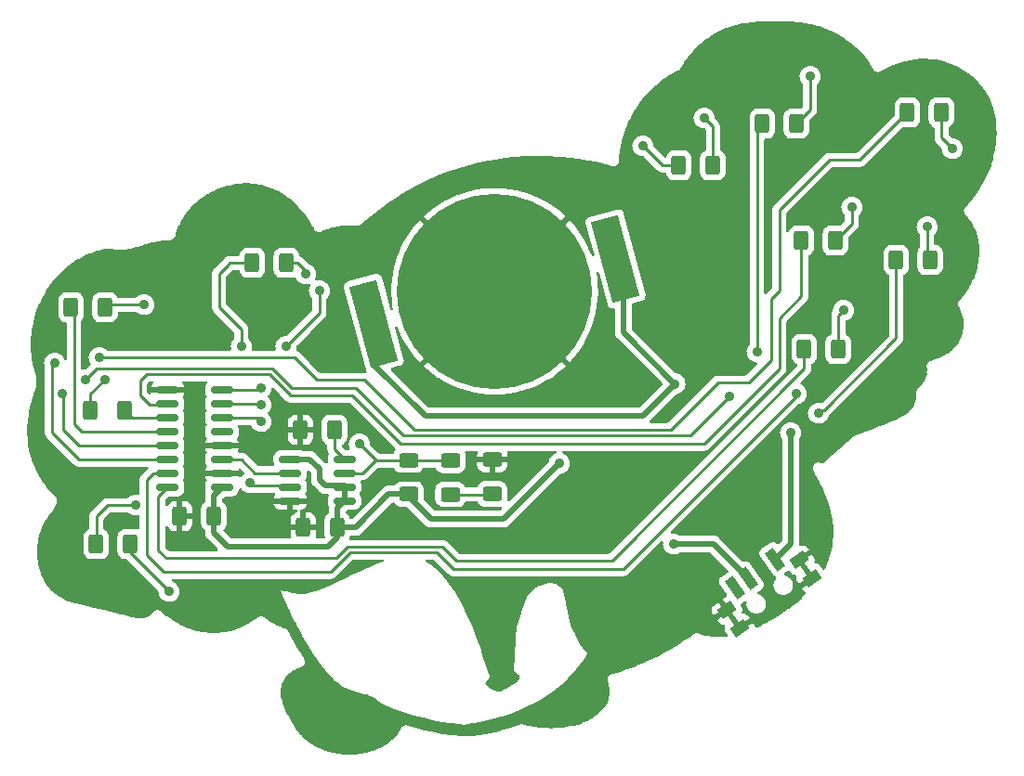
<source format=gbr>
%TF.GenerationSoftware,KiCad,Pcbnew,(6.0.1)*%
%TF.CreationDate,2022-05-04T14:42:35-07:00*%
%TF.ProjectId,Foxy_Pride,466f7879-5f50-4726-9964-652e6b696361,rev?*%
%TF.SameCoordinates,Original*%
%TF.FileFunction,Copper,L2,Bot*%
%TF.FilePolarity,Positive*%
%FSLAX46Y46*%
G04 Gerber Fmt 4.6, Leading zero omitted, Abs format (unit mm)*
G04 Created by KiCad (PCBNEW (6.0.1)) date 2022-05-04 14:42:35*
%MOMM*%
%LPD*%
G01*
G04 APERTURE LIST*
G04 Aperture macros list*
%AMRoundRect*
0 Rectangle with rounded corners*
0 $1 Rounding radius*
0 $2 $3 $4 $5 $6 $7 $8 $9 X,Y pos of 4 corners*
0 Add a 4 corners polygon primitive as box body*
4,1,4,$2,$3,$4,$5,$6,$7,$8,$9,$2,$3,0*
0 Add four circle primitives for the rounded corners*
1,1,$1+$1,$2,$3*
1,1,$1+$1,$4,$5*
1,1,$1+$1,$6,$7*
1,1,$1+$1,$8,$9*
0 Add four rect primitives between the rounded corners*
20,1,$1+$1,$2,$3,$4,$5,0*
20,1,$1+$1,$4,$5,$6,$7,0*
20,1,$1+$1,$6,$7,$8,$9,0*
20,1,$1+$1,$8,$9,$2,$3,0*%
%AMRotRect*
0 Rectangle, with rotation*
0 The origin of the aperture is its center*
0 $1 length*
0 $2 width*
0 $3 Rotation angle, in degrees counterclockwise*
0 Add horizontal line*
21,1,$1,$2,0,0,$3*%
G04 Aperture macros list end*
%TA.AperFunction,SMDPad,CuDef*%
%ADD10RoundRect,0.250000X0.625000X-0.400000X0.625000X0.400000X-0.625000X0.400000X-0.625000X-0.400000X0*%
%TD*%
%TA.AperFunction,SMDPad,CuDef*%
%ADD11RoundRect,0.250000X0.400000X0.625000X-0.400000X0.625000X-0.400000X-0.625000X0.400000X-0.625000X0*%
%TD*%
%TA.AperFunction,SMDPad,CuDef*%
%ADD12RoundRect,0.150000X-0.866000X-0.150000X0.866000X-0.150000X0.866000X0.150000X-0.866000X0.150000X0*%
%TD*%
%TA.AperFunction,SMDPad,CuDef*%
%ADD13RotRect,1.500000X1.000000X215.000000*%
%TD*%
%TA.AperFunction,SMDPad,CuDef*%
%ADD14RotRect,0.900000X2.000000X215.000000*%
%TD*%
%TA.AperFunction,SMDPad,CuDef*%
%ADD15RoundRect,0.250000X-0.625000X0.400000X-0.625000X-0.400000X0.625000X-0.400000X0.625000X0.400000X0*%
%TD*%
%TA.AperFunction,SMDPad,CuDef*%
%ADD16RotRect,2.540000X7.620000X195.000000*%
%TD*%
%TA.AperFunction,SMDPad,CuDef*%
%ADD17C,17.800000*%
%TD*%
%TA.AperFunction,SMDPad,CuDef*%
%ADD18RoundRect,0.250000X-0.400000X-0.625000X0.400000X-0.625000X0.400000X0.625000X-0.400000X0.625000X0*%
%TD*%
%TA.AperFunction,ViaPad*%
%ADD19C,0.889000*%
%TD*%
%TA.AperFunction,Conductor*%
%ADD20C,0.254000*%
%TD*%
%TA.AperFunction,Conductor*%
%ADD21C,0.508000*%
%TD*%
G04 APERTURE END LIST*
D10*
%TO.P,R1,1*%
%TO.N,+3V*%
X61722000Y-78258000D03*
%TO.P,R1,2*%
%TO.N,Net-(R1-Pad2)*%
X61722000Y-75158000D03*
%TD*%
D11*
%TO.P,R4,1*%
%TO.N,Net-(D2-Pad2)*%
X97054000Y-44450000D03*
%TO.P,R4,2*%
%TO.N,Net-(R4-Pad2)*%
X93954000Y-44450000D03*
%TD*%
%TO.P,R8,1*%
%TO.N,Net-(D6-Pad2)*%
X100864000Y-65024000D03*
%TO.P,R8,2*%
%TO.N,Net-(R8-Pad2)*%
X97764000Y-65024000D03*
%TD*%
%TO.P,C4,1*%
%TO.N,+3V*%
X43968000Y-80264000D03*
%TO.P,C4,2*%
%TO.N,GND*%
X40868000Y-80264000D03*
%TD*%
%TO.P,R5,1*%
%TO.N,Net-(D3-Pad2)*%
X109246000Y-56896000D03*
%TO.P,R5,2*%
%TO.N,Net-(R5-Pad2)*%
X106146000Y-56896000D03*
%TD*%
D12*
%TO.P,U2,1,Q5*%
%TO.N,Net-(R8-Pad2)*%
X39761500Y-77639500D03*
%TO.P,U2,2,Q1*%
%TO.N,Net-(R4-Pad2)*%
X39761500Y-76369500D03*
%TO.P,U2,3,Q0*%
%TO.N,Net-(R3-Pad2)*%
X39761500Y-75099500D03*
%TO.P,U2,4,Q2*%
%TO.N,Net-(R5-Pad2)*%
X39761500Y-73829500D03*
%TO.P,U2,5,Q6*%
%TO.N,Net-(R9-Pad2)*%
X39761500Y-72559500D03*
%TO.P,U2,6,Q7*%
%TO.N,Net-(R10-Pad2)*%
X39761500Y-71289500D03*
%TO.P,U2,7,Q3*%
%TO.N,Net-(R6-Pad2)*%
X39761500Y-70019500D03*
%TO.P,U2,8,VSS*%
%TO.N,GND*%
X39761500Y-68749500D03*
%TO.P,U2,9,Q8*%
%TO.N,Net-(R11-Pad2)*%
X44711500Y-68749500D03*
%TO.P,U2,10,Q4*%
%TO.N,Net-(R7-Pad2)*%
X44711500Y-70019500D03*
%TO.P,U2,11,Q9*%
%TO.N,Net-(R12-Pad2)*%
X44711500Y-71289500D03*
%TO.P,U2,12,Co*%
%TO.N,unconnected-(U2-Pad12)*%
X44711500Y-72559500D03*
%TO.P,U2,13,~{CP1}*%
%TO.N,GND*%
X44711500Y-73829500D03*
%TO.P,U2,14,CP0*%
%TO.N,/CLOCK*%
X44711500Y-75099500D03*
%TO.P,U2,15,MR*%
%TO.N,GND*%
X44711500Y-76369500D03*
%TO.P,U2,16,VDD*%
%TO.N,+3V*%
X44711500Y-77639500D03*
%TD*%
D11*
%TO.P,R7,1*%
%TO.N,Net-(D5-Pad2)*%
X89434000Y-48260000D03*
%TO.P,R7,2*%
%TO.N,Net-(R7-Pad2)*%
X86334000Y-48260000D03*
%TD*%
D13*
%TO.P,S1,*%
%TO.N,GND*%
X98459468Y-85917989D03*
X91906242Y-90506601D03*
X90713204Y-88802770D03*
X97312302Y-84279689D03*
D14*
%TO.P,S1,1*%
%TO.N,+Vbatt*%
X95133135Y-84218551D03*
%TO.P,S1,2*%
%TO.N,+3V*%
X92634725Y-85967957D03*
%TO.P,S1,3*%
%TO.N,unconnected-(S1-Pad3)*%
X91446955Y-86799643D03*
%TD*%
D11*
%TO.P,R6,1*%
%TO.N,Net-(D4-Pad2)*%
X100610000Y-55118000D03*
%TO.P,R6,2*%
%TO.N,Net-(R6-Pad2)*%
X97510000Y-55118000D03*
%TD*%
D12*
%TO.P,U1,1,GND*%
%TO.N,GND*%
X50937500Y-78867000D03*
%TO.P,U1,2,TR*%
%TO.N,Net-(R1-Pad2)*%
X50937500Y-77597000D03*
%TO.P,U1,3,Q*%
%TO.N,/CLOCK*%
X50937500Y-76327000D03*
%TO.P,U1,4,R*%
%TO.N,+3V*%
X50937500Y-75057000D03*
%TO.P,U1,5,CV*%
%TO.N,Net-(C3-Pad1)*%
X55887500Y-75057000D03*
%TO.P,U1,6,THR*%
%TO.N,Net-(R1-Pad2)*%
X55887500Y-76327000D03*
%TO.P,U1,7,DIS*%
%TO.N,+3V*%
X55887500Y-77597000D03*
%TO.P,U1,8,VCC*%
X55887500Y-78867000D03*
%TD*%
D11*
%TO.P,R9,1*%
%TO.N,Net-(D7-Pad2)*%
X34062000Y-61214000D03*
%TO.P,R9,2*%
%TO.N,Net-(R9-Pad2)*%
X30962000Y-61214000D03*
%TD*%
D15*
%TO.P,R2,1*%
%TO.N,Net-(R1-Pad2)*%
X65532000Y-75184000D03*
%TO.P,R2,2*%
%TO.N,Net-(C1-Pad1)*%
X65532000Y-78284000D03*
%TD*%
D11*
%TO.P,C3,1*%
%TO.N,Net-(C3-Pad1)*%
X54962500Y-72390000D03*
%TO.P,C3,2*%
%TO.N,GND*%
X51862500Y-72390000D03*
%TD*%
D16*
%TO.P,BT1,1,+*%
%TO.N,+Vbatt*%
X80571958Y-56802791D03*
X58548850Y-62703865D03*
D17*
%TO.P,BT1,2,-*%
%TO.N,GND*%
X69560404Y-59753328D03*
%TD*%
D11*
%TO.P,C2,1*%
%TO.N,+3V*%
X55216500Y-81280000D03*
%TO.P,C2,2*%
%TO.N,GND*%
X52116500Y-81280000D03*
%TD*%
%TO.P,R11,1*%
%TO.N,Net-(D9-Pad2)*%
X50572000Y-57150000D03*
%TO.P,R11,2*%
%TO.N,Net-(R11-Pad2)*%
X47472000Y-57150000D03*
%TD*%
%TO.P,R12,1*%
%TO.N,Net-(D10-Pad2)*%
X36348000Y-82804000D03*
%TO.P,R12,2*%
%TO.N,Net-(R12-Pad2)*%
X33248000Y-82804000D03*
%TD*%
D18*
%TO.P,R10,1*%
%TO.N,Net-(D8-Pad2)*%
X32740000Y-70612000D03*
%TO.P,R10,2*%
%TO.N,Net-(R10-Pad2)*%
X35840000Y-70612000D03*
%TD*%
D10*
%TO.P,C1,1*%
%TO.N,Net-(C1-Pad1)*%
X69342000Y-78232000D03*
%TO.P,C1,2*%
%TO.N,GND*%
X69342000Y-75132000D03*
%TD*%
D11*
%TO.P,R3,1*%
%TO.N,Net-(D1-Pad2)*%
X110262000Y-43434000D03*
%TO.P,R3,2*%
%TO.N,Net-(R3-Pad2)*%
X107162000Y-43434000D03*
%TD*%
D19*
%TO.N,GND*%
X73152000Y-63754000D03*
X80264000Y-81280000D03*
X50038000Y-70866000D03*
X48768000Y-80772000D03*
X73152000Y-57912000D03*
X66040000Y-63754000D03*
X66040000Y-57912000D03*
X71882000Y-75184000D03*
X40640000Y-82296000D03*
X42418000Y-73914000D03*
%TO.N,+3V*%
X85852000Y-82804000D03*
X75438000Y-75438000D03*
%TO.N,Net-(D1-Pad2)*%
X111252000Y-46736000D03*
%TO.N,Net-(D2-Pad2)*%
X98298000Y-40132000D03*
%TO.N,Net-(D3-Pad2)*%
X108966000Y-53848000D03*
%TO.N,Net-(D4-Pad2)*%
X102108000Y-52070000D03*
%TO.N,Net-(D5-Pad2)*%
X88646000Y-43942000D03*
%TO.N,Net-(D6-Pad2)*%
X101346000Y-61468000D03*
%TO.N,Net-(D7-Pad2)*%
X37592000Y-60960000D03*
%TO.N,Net-(D8-Pad2)*%
X34036000Y-67818000D03*
%TO.N,Net-(D9-Pad2)*%
X52324000Y-58166000D03*
%TO.N,Net-(D10-Pad2)*%
X39878000Y-87122000D03*
%TO.N,Net-(R1-Pad2)*%
X47244000Y-77216000D03*
X57222500Y-73660000D03*
%TO.N,Net-(R3-Pad2)*%
X29464000Y-66294000D03*
X33528000Y-65786000D03*
%TO.N,Net-(R4-Pad2)*%
X97028000Y-69088000D03*
X93472000Y-65278000D03*
%TO.N,Net-(R5-Pad2)*%
X32258000Y-67818000D03*
X30187800Y-69088000D03*
X90932000Y-69342000D03*
X99060000Y-70866000D03*
%TO.N,Net-(R7-Pad2)*%
X83058000Y-46482000D03*
X48260000Y-70104000D03*
X50546000Y-64770000D03*
X53594000Y-59690000D03*
%TO.N,Net-(R11-Pad2)*%
X48260000Y-68580000D03*
X46482000Y-64770000D03*
%TO.N,Net-(R12-Pad2)*%
X36830000Y-79248000D03*
X48260000Y-71628000D03*
%TO.N,+Vbatt*%
X96520000Y-72644000D03*
X85979000Y-68199000D03*
%TD*%
D20*
%TO.N,Net-(C1-Pad1)*%
X65532000Y-78284000D02*
X69290000Y-78284000D01*
X69290000Y-78284000D02*
X69342000Y-78232000D01*
D21*
%TO.N,+3V*%
X56896000Y-81280000D02*
X55372000Y-81280000D01*
X55216500Y-81280000D02*
X55216500Y-79538000D01*
X55887500Y-78867000D02*
X55887500Y-77597000D01*
X55216500Y-79538000D02*
X55887500Y-78867000D01*
X75438000Y-75438000D02*
X70358000Y-80518000D01*
X50937500Y-75057000D02*
X52705000Y-75057000D01*
X61722000Y-78258000D02*
X59918000Y-78258000D01*
X54102000Y-77470000D02*
X55880000Y-77470000D01*
X85852000Y-82804000D02*
X89470768Y-82804000D01*
X45212000Y-83058000D02*
X43942000Y-81788000D01*
X89470768Y-82804000D02*
X92634725Y-85967957D01*
X53594000Y-75946000D02*
X53594000Y-76962000D01*
X54356000Y-83058000D02*
X45212000Y-83058000D01*
X70358000Y-80518000D02*
X63754000Y-80518000D01*
X43968000Y-80264000D02*
X43968000Y-78383000D01*
X55216500Y-82197500D02*
X54356000Y-83058000D01*
X63754000Y-80518000D02*
X61468000Y-78232000D01*
X52705000Y-75057000D02*
X53594000Y-75946000D01*
X59918000Y-78258000D02*
X56896000Y-81280000D01*
X53594000Y-76962000D02*
X54102000Y-77470000D01*
X55216500Y-81280000D02*
X55216500Y-82197500D01*
X43968000Y-78383000D02*
X44711500Y-77639500D01*
X43942000Y-81788000D02*
X43942000Y-80264000D01*
D20*
%TO.N,Net-(C3-Pad1)*%
X54962500Y-72390000D02*
X54962500Y-74132000D01*
X54962500Y-74132000D02*
X55887500Y-75057000D01*
%TO.N,Net-(D1-Pad2)*%
X110262000Y-45746000D02*
X111252000Y-46736000D01*
X110262000Y-43434000D02*
X110262000Y-45746000D01*
%TO.N,Net-(D2-Pad2)*%
X98298000Y-43206000D02*
X97054000Y-44450000D01*
X98298000Y-40132000D02*
X98298000Y-43206000D01*
%TO.N,Net-(D3-Pad2)*%
X108966000Y-56616000D02*
X109246000Y-56896000D01*
X108966000Y-53848000D02*
X108966000Y-56616000D01*
%TO.N,Net-(D4-Pad2)*%
X102108000Y-52070000D02*
X102108000Y-53620000D01*
X102108000Y-53620000D02*
X100610000Y-55118000D01*
%TO.N,Net-(D5-Pad2)*%
X88646000Y-43942000D02*
X89434000Y-44730000D01*
X89434000Y-44730000D02*
X89434000Y-48260000D01*
%TO.N,Net-(D6-Pad2)*%
X100864000Y-61950000D02*
X100864000Y-65024000D01*
X101346000Y-61468000D02*
X100864000Y-61950000D01*
%TO.N,Net-(D7-Pad2)*%
X34316000Y-60960000D02*
X37592000Y-60960000D01*
X34062000Y-61214000D02*
X34316000Y-60960000D01*
%TO.N,Net-(D8-Pad2)*%
X32740000Y-69114000D02*
X32740000Y-70612000D01*
X34036000Y-67818000D02*
X32740000Y-69114000D01*
%TO.N,Net-(D9-Pad2)*%
X51562000Y-57150000D02*
X52324000Y-57912000D01*
X50572000Y-57150000D02*
X51562000Y-57150000D01*
X52324000Y-57912000D02*
X52324000Y-58166000D01*
%TO.N,Net-(D10-Pad2)*%
X36348000Y-82804000D02*
X36348000Y-83592000D01*
X36348000Y-83592000D02*
X39878000Y-87122000D01*
%TO.N,Net-(R1-Pad2)*%
X47244000Y-77216000D02*
X47498000Y-77470000D01*
X58674000Y-75184000D02*
X57531000Y-76327000D01*
X59436000Y-75184000D02*
X58746500Y-75184000D01*
X47498000Y-77470000D02*
X50810500Y-77470000D01*
X57531000Y-76327000D02*
X56587500Y-76327000D01*
X59436000Y-75184000D02*
X58674000Y-75184000D01*
X65532000Y-75184000D02*
X59436000Y-75184000D01*
X58746500Y-75184000D02*
X57222500Y-73660000D01*
X50810500Y-77470000D02*
X50937500Y-77597000D01*
%TO.N,Net-(R3-Pad2)*%
X85598000Y-72390000D02*
X62230000Y-72390000D01*
X94742000Y-66040000D02*
X94742000Y-60452000D01*
X94742000Y-60452000D02*
X95504000Y-59690000D01*
X51308000Y-65786000D02*
X33528000Y-65786000D01*
X92710000Y-68072000D02*
X94742000Y-66040000D01*
X29210000Y-66548000D02*
X29464000Y-66294000D01*
X31665500Y-75099500D02*
X29210000Y-72644000D01*
X89916000Y-68072000D02*
X92710000Y-68072000D01*
X100076000Y-47752000D02*
X102844000Y-47752000D01*
X39761500Y-75099500D02*
X31665500Y-75099500D01*
X89916000Y-68072000D02*
X85598000Y-72390000D01*
X95504000Y-52324000D02*
X100076000Y-47752000D01*
X57658000Y-67818000D02*
X53340000Y-67818000D01*
X95504000Y-59690000D02*
X95504000Y-52324000D01*
X62230000Y-72390000D02*
X57658000Y-67818000D01*
X102844000Y-47752000D02*
X107162000Y-43434000D01*
X53340000Y-67818000D02*
X51308000Y-65786000D01*
X29210000Y-72644000D02*
X29210000Y-66548000D01*
%TO.N,Net-(R4-Pad2)*%
X97028000Y-69342000D02*
X81280000Y-85090000D01*
X65786000Y-85090000D02*
X64262000Y-83566000D01*
X37846000Y-83820000D02*
X37846000Y-76962000D01*
X93472000Y-44932000D02*
X93954000Y-44450000D01*
X97028000Y-69088000D02*
X97028000Y-69342000D01*
X56388000Y-83566000D02*
X54610000Y-85344000D01*
X38438500Y-76369500D02*
X39761500Y-76369500D01*
X64262000Y-83566000D02*
X56388000Y-83566000D01*
X39370000Y-85344000D02*
X37846000Y-83820000D01*
X81280000Y-85090000D02*
X65786000Y-85090000D01*
X54610000Y-85344000D02*
X39370000Y-85344000D01*
X37846000Y-76962000D02*
X38438500Y-76369500D01*
X93472000Y-65278000D02*
X93472000Y-44932000D01*
%TO.N,Net-(R5-Pad2)*%
X99568000Y-70612000D02*
X106146000Y-64034000D01*
X87376000Y-72898000D02*
X61214000Y-72898000D01*
X30226000Y-72390000D02*
X30226000Y-69126200D01*
X30226000Y-69126200D02*
X30187800Y-69088000D01*
X51054000Y-68580000D02*
X49276000Y-66802000D01*
X33274000Y-66802000D02*
X32258000Y-67818000D01*
X31665500Y-73829500D02*
X30226000Y-72390000D01*
X56896000Y-68580000D02*
X51054000Y-68580000D01*
X106146000Y-64034000D02*
X106146000Y-56896000D01*
X49276000Y-66802000D02*
X33274000Y-66802000D01*
X90932000Y-69342000D02*
X87376000Y-72898000D01*
X99060000Y-70866000D02*
X99314000Y-70612000D01*
X61214000Y-72898000D02*
X56896000Y-68580000D01*
X39761500Y-73829500D02*
X31665500Y-73829500D01*
X99314000Y-70612000D02*
X99568000Y-70612000D01*
%TO.N,Net-(R6-Pad2)*%
X49022000Y-67310000D02*
X50978281Y-69266281D01*
X95504000Y-66802000D02*
X95504000Y-62230000D01*
X92075000Y-70231000D02*
X95504000Y-66802000D01*
X37592000Y-69596000D02*
X37253500Y-69257500D01*
X37253500Y-67902500D02*
X37846000Y-67310000D01*
X95504000Y-62230000D02*
X97510000Y-60224000D01*
X37592000Y-69596000D02*
X38100000Y-70104000D01*
X38100000Y-70104000D02*
X39878000Y-70104000D01*
X60960000Y-73660000D02*
X88646000Y-73660000D01*
X37253500Y-69257500D02*
X37253500Y-67902500D01*
X56566281Y-69266281D02*
X60960000Y-73660000D01*
X88646000Y-73660000D02*
X92075000Y-70231000D01*
X37846000Y-67310000D02*
X49022000Y-67310000D01*
X97510000Y-60224000D02*
X97510000Y-55118000D01*
X50978281Y-69266281D02*
X56566281Y-69266281D01*
%TO.N,Net-(R7-Pad2)*%
X53594000Y-61722000D02*
X50546000Y-64770000D01*
X48260000Y-70104000D02*
X48175500Y-70019500D01*
X48175500Y-70019500D02*
X44711500Y-70019500D01*
X83058000Y-46482000D02*
X84836000Y-48260000D01*
X84836000Y-48260000D02*
X86334000Y-48260000D01*
X53594000Y-59690000D02*
X53594000Y-61722000D01*
%TO.N,Net-(R8-Pad2)*%
X55118000Y-84074000D02*
X56134000Y-83058000D01*
X64770000Y-83058000D02*
X66040000Y-84328000D01*
X56134000Y-83058000D02*
X64770000Y-83058000D01*
X66040000Y-84328000D02*
X80264000Y-84328000D01*
X80264000Y-84328000D02*
X97764000Y-66828000D01*
X39624000Y-84074000D02*
X55118000Y-84074000D01*
X38915000Y-78486000D02*
X38915000Y-83365000D01*
X39761500Y-77639500D02*
X38915000Y-78486000D01*
X97764000Y-66828000D02*
X97764000Y-65024000D01*
X38915000Y-83365000D02*
X39624000Y-84074000D01*
%TO.N,Net-(R9-Pad2)*%
X31242000Y-71882000D02*
X31242000Y-61494000D01*
X39761500Y-72559500D02*
X31919500Y-72559500D01*
X31242000Y-61494000D02*
X30962000Y-61214000D01*
X31919500Y-72559500D02*
X31242000Y-71882000D01*
%TO.N,Net-(R10-Pad2)*%
X36517500Y-71289500D02*
X35840000Y-70612000D01*
X39761500Y-71289500D02*
X36517500Y-71289500D01*
%TO.N,Net-(R11-Pad2)*%
X44450000Y-58140000D02*
X45199000Y-57391000D01*
X48090500Y-68749500D02*
X44711500Y-68749500D01*
X48260000Y-68580000D02*
X48090500Y-68749500D01*
X47472000Y-57150000D02*
X45440000Y-57150000D01*
X45440000Y-57150000D02*
X45199000Y-57391000D01*
X46482000Y-63246000D02*
X44450000Y-61214000D01*
X46482000Y-64770000D02*
X46482000Y-63246000D01*
X44450000Y-61214000D02*
X44450000Y-58140000D01*
%TO.N,Net-(R12-Pad2)*%
X47921500Y-71289500D02*
X44711500Y-71289500D01*
X34290000Y-79248000D02*
X33274000Y-80264000D01*
X33274000Y-80264000D02*
X33274000Y-82778000D01*
X33274000Y-82778000D02*
X33248000Y-82804000D01*
X48260000Y-71628000D02*
X47921500Y-71289500D01*
X36830000Y-79248000D02*
X34290000Y-79248000D01*
%TO.N,/CLOCK*%
X50937500Y-76327000D02*
X47697500Y-76327000D01*
X46470000Y-75099500D02*
X44711500Y-75099500D01*
X47697500Y-76327000D02*
X46470000Y-75099500D01*
D21*
%TO.N,+Vbatt*%
X83058000Y-71120000D02*
X63246000Y-71120000D01*
X85979000Y-68199000D02*
X81280000Y-63500000D01*
X85979000Y-68199000D02*
X83058000Y-71120000D01*
X58548850Y-66422850D02*
X58548850Y-62703865D01*
X96520000Y-82804000D02*
X95250000Y-84074000D01*
X81280000Y-63500000D02*
X81280000Y-57510833D01*
X63246000Y-71120000D02*
X58548850Y-66422850D01*
X95250000Y-84074000D02*
X95250000Y-84328000D01*
X96520000Y-72644000D02*
X96520000Y-82804000D01*
X81280000Y-57510833D02*
X80571958Y-56802791D01*
%TD*%
%TA.AperFunction,Conductor*%
%TO.N,GND*%
G36*
X95231262Y-35113451D02*
G01*
X95975590Y-35124601D01*
X95979837Y-35124738D01*
X96734460Y-35161667D01*
X96738848Y-35161958D01*
X97111644Y-35193343D01*
X97115162Y-35193689D01*
X97450273Y-35231540D01*
X97491313Y-35236176D01*
X97495336Y-35236696D01*
X97871112Y-35291441D01*
X97875566Y-35292171D01*
X98250612Y-35360603D01*
X98255439Y-35361582D01*
X98443555Y-35403605D01*
X98629318Y-35445102D01*
X98634532Y-35446384D01*
X99007027Y-35546433D01*
X99012554Y-35548054D01*
X99063216Y-35564177D01*
X99383390Y-35666072D01*
X99389138Y-35668056D01*
X99478067Y-35701187D01*
X99758159Y-35805538D01*
X99764116Y-35807932D01*
X100131129Y-35966397D01*
X100137184Y-35969204D01*
X100306579Y-36053250D01*
X100504973Y-36151685D01*
X100509946Y-36154292D01*
X100823257Y-36327550D01*
X100826408Y-36329353D01*
X101130626Y-36509218D01*
X101133876Y-36511206D01*
X101424399Y-36695050D01*
X101427710Y-36697220D01*
X101454082Y-36715104D01*
X101704456Y-36884892D01*
X101707880Y-36887298D01*
X101970898Y-37078713D01*
X101974394Y-37081351D01*
X102223824Y-37276489D01*
X102227376Y-37279374D01*
X102463247Y-37478123D01*
X102466821Y-37481253D01*
X102689254Y-37683576D01*
X102692863Y-37686991D01*
X102901946Y-37892806D01*
X102905532Y-37896482D01*
X103101461Y-38105828D01*
X103105013Y-38109789D01*
X103287842Y-38322548D01*
X103291348Y-38326813D01*
X103373195Y-38430962D01*
X103427521Y-38500090D01*
X103461298Y-38543071D01*
X103464699Y-38547607D01*
X103586685Y-38718128D01*
X103621901Y-38767356D01*
X103625177Y-38772167D01*
X103720709Y-38919670D01*
X103769823Y-38995504D01*
X103772934Y-39000565D01*
X103886654Y-39195770D01*
X103905182Y-39227574D01*
X103908102Y-39232874D01*
X104002172Y-39413796D01*
X104007239Y-39424806D01*
X104007804Y-39426209D01*
X104009946Y-39434922D01*
X104039571Y-39486013D01*
X104042359Y-39491087D01*
X104052053Y-39509730D01*
X104055183Y-39514099D01*
X104061754Y-39524268D01*
X104082939Y-39560804D01*
X104089440Y-39566993D01*
X104092286Y-39569702D01*
X104107828Y-39587571D01*
X104115344Y-39598061D01*
X104122411Y-39603598D01*
X104122412Y-39603599D01*
X104148579Y-39624101D01*
X104157747Y-39632024D01*
X104177331Y-39650668D01*
X104188331Y-39661140D01*
X104199799Y-39667057D01*
X104219730Y-39679845D01*
X104229889Y-39687805D01*
X104238220Y-39691133D01*
X104238223Y-39691135D01*
X104269099Y-39703470D01*
X104280129Y-39708505D01*
X104290618Y-39713917D01*
X104317646Y-39727863D01*
X104326455Y-39729574D01*
X104326461Y-39729576D01*
X104330314Y-39730324D01*
X104353033Y-39737004D01*
X104356685Y-39738463D01*
X104356687Y-39738464D01*
X104365018Y-39741792D01*
X104407063Y-39745824D01*
X104419039Y-39747558D01*
X104460490Y-39755609D01*
X104469427Y-39754779D01*
X104469433Y-39754779D01*
X104473338Y-39754416D01*
X104497023Y-39754451D01*
X104509868Y-39755683D01*
X104522255Y-39753315D01*
X104551342Y-39747755D01*
X104563345Y-39746054D01*
X104579885Y-39744517D01*
X104605382Y-39742149D01*
X104617382Y-39737396D01*
X104640125Y-39730783D01*
X104643975Y-39730047D01*
X104652795Y-39728361D01*
X104690369Y-39709115D01*
X104701409Y-39704116D01*
X104704800Y-39702773D01*
X104704813Y-39702766D01*
X104709331Y-39700977D01*
X104726924Y-39690631D01*
X104733348Y-39687101D01*
X104752283Y-39677402D01*
X104782308Y-39662023D01*
X104788827Y-39655853D01*
X104796158Y-39650668D01*
X104796534Y-39651200D01*
X104805703Y-39644305D01*
X104823530Y-39633822D01*
X104889804Y-39594850D01*
X104891342Y-39593960D01*
X104949694Y-39560804D01*
X104960551Y-39554635D01*
X104961797Y-39553937D01*
X105032522Y-39514805D01*
X105033855Y-39514078D01*
X105104930Y-39475897D01*
X105106409Y-39475115D01*
X105177830Y-39437976D01*
X105179450Y-39437148D01*
X105192561Y-39430569D01*
X105251295Y-39401097D01*
X105252828Y-39400343D01*
X105319809Y-39368018D01*
X105323808Y-39366173D01*
X105833516Y-39141830D01*
X105840481Y-39139010D01*
X106340661Y-38953604D01*
X106348067Y-38951117D01*
X106844498Y-38801395D01*
X106852333Y-38799305D01*
X106937118Y-38779585D01*
X106989695Y-38767356D01*
X107344371Y-38684862D01*
X107352601Y-38683234D01*
X107839705Y-38603661D01*
X107848275Y-38602561D01*
X108329953Y-38557477D01*
X108338792Y-38556962D01*
X108556433Y-38551961D01*
X108814644Y-38546027D01*
X108823685Y-38546144D01*
X109293372Y-38569080D01*
X109302510Y-38569860D01*
X109765800Y-38626476D01*
X109774934Y-38627935D01*
X110231525Y-38718128D01*
X110240546Y-38720257D01*
X110690240Y-38844040D01*
X110699045Y-38846814D01*
X111141608Y-39004306D01*
X111150098Y-39007680D01*
X111336872Y-39089840D01*
X111585150Y-39199055D01*
X111593223Y-39202955D01*
X111905868Y-39368020D01*
X112020457Y-39428519D01*
X112028075Y-39432888D01*
X112444064Y-39691135D01*
X112446914Y-39692904D01*
X112454028Y-39697663D01*
X112869768Y-39996678D01*
X112874116Y-39999949D01*
X113074053Y-40157281D01*
X113078280Y-40160759D01*
X113270442Y-40325979D01*
X113274503Y-40329627D01*
X113458819Y-40502537D01*
X113462709Y-40506347D01*
X113638973Y-40686641D01*
X113642686Y-40690607D01*
X113810695Y-40877977D01*
X113814227Y-40882091D01*
X113961844Y-41061708D01*
X113973803Y-41076260D01*
X113977147Y-41080512D01*
X114086812Y-41226299D01*
X114128141Y-41281242D01*
X114131274Y-41285599D01*
X114273443Y-41492540D01*
X114276386Y-41497029D01*
X114409520Y-41709856D01*
X114412292Y-41714506D01*
X114536205Y-41932932D01*
X114538776Y-41937700D01*
X114574763Y-42008017D01*
X114632446Y-42120725D01*
X114653281Y-42161436D01*
X114655639Y-42166298D01*
X114714746Y-42295187D01*
X114760556Y-42395080D01*
X114762714Y-42400067D01*
X114826890Y-42557601D01*
X114857838Y-42633571D01*
X114859783Y-42638657D01*
X114944930Y-42876612D01*
X114946657Y-42881790D01*
X114965540Y-42942767D01*
X115007255Y-43077474D01*
X115021623Y-43123873D01*
X115023122Y-43129115D01*
X115086471Y-43370291D01*
X115086967Y-43372180D01*
X115088492Y-43378684D01*
X115110648Y-43485888D01*
X115133615Y-43597020D01*
X115134240Y-43600257D01*
X115147783Y-43675692D01*
X115175100Y-43827857D01*
X115175640Y-43831105D01*
X115210506Y-44059475D01*
X115210960Y-44062733D01*
X115239825Y-44291727D01*
X115240193Y-44294994D01*
X115263054Y-44524457D01*
X115263337Y-44527730D01*
X115280200Y-44757612D01*
X115280398Y-44760889D01*
X115285596Y-44871008D01*
X115290892Y-44983197D01*
X115291264Y-44991084D01*
X115291375Y-44994341D01*
X115296240Y-45224752D01*
X115296266Y-45228018D01*
X115295805Y-45321165D01*
X115295126Y-45458394D01*
X115295067Y-45461676D01*
X115288045Y-45688105D01*
X115287924Y-45692004D01*
X115287782Y-45695244D01*
X115279158Y-45846205D01*
X115274631Y-45925440D01*
X115274401Y-45928716D01*
X115272853Y-45947290D01*
X115255713Y-46152982D01*
X115255247Y-46158571D01*
X115254935Y-46161806D01*
X115240218Y-46295999D01*
X115229772Y-46391242D01*
X115229371Y-46394506D01*
X115198206Y-46623372D01*
X115197719Y-46626626D01*
X115185261Y-46703109D01*
X115160539Y-46854869D01*
X115159967Y-46858111D01*
X115149366Y-46913942D01*
X115116188Y-47088675D01*
X115115796Y-47090655D01*
X115036867Y-47472824D01*
X115035582Y-47478403D01*
X115007382Y-47589257D01*
X114973743Y-47721490D01*
X114943445Y-47840588D01*
X114941941Y-47845992D01*
X114839472Y-48184745D01*
X114835454Y-48198028D01*
X114833753Y-48203241D01*
X114792103Y-48321997D01*
X114713672Y-48545628D01*
X114711803Y-48550616D01*
X114664853Y-48668303D01*
X114579208Y-48882988D01*
X114578874Y-48883824D01*
X114576872Y-48888558D01*
X114431814Y-49213048D01*
X114429715Y-49217508D01*
X114273279Y-49533645D01*
X114271116Y-49537819D01*
X114103995Y-49846056D01*
X114101801Y-49849937D01*
X113924766Y-50150563D01*
X113922573Y-50154149D01*
X113736361Y-50447521D01*
X113734198Y-50450814D01*
X113539569Y-50737240D01*
X113537462Y-50740245D01*
X113349515Y-51000216D01*
X113335187Y-51020034D01*
X113333166Y-51022751D01*
X113136390Y-51280034D01*
X113124069Y-51296143D01*
X113122182Y-51298549D01*
X112906954Y-51565970D01*
X112905148Y-51568162D01*
X112818710Y-51670738D01*
X112698159Y-51813796D01*
X112684762Y-51829694D01*
X112683110Y-51831615D01*
X112462443Y-52082932D01*
X112459529Y-52086137D01*
X112416352Y-52132019D01*
X112398866Y-52166396D01*
X112392079Y-52178129D01*
X112370993Y-52210433D01*
X112368393Y-52219026D01*
X112366190Y-52226307D01*
X112357898Y-52246937D01*
X112350379Y-52261720D01*
X112348718Y-52270543D01*
X112343244Y-52299621D01*
X112340023Y-52312786D01*
X112328851Y-52349711D01*
X112328767Y-52358686D01*
X112328766Y-52358694D01*
X112328695Y-52366298D01*
X112326528Y-52388418D01*
X112323459Y-52404722D01*
X112325758Y-52427997D01*
X112327249Y-52443097D01*
X112327854Y-52456650D01*
X112327494Y-52495219D01*
X112329933Y-52503858D01*
X112329933Y-52503860D01*
X112332000Y-52511182D01*
X112336129Y-52533028D01*
X112337759Y-52549532D01*
X112341111Y-52557855D01*
X112341112Y-52557857D01*
X112352165Y-52585298D01*
X112356550Y-52598141D01*
X112364590Y-52626620D01*
X112364592Y-52626625D01*
X112367030Y-52635260D01*
X112371796Y-52642867D01*
X112375832Y-52649310D01*
X112385934Y-52669133D01*
X112392127Y-52684509D01*
X112416002Y-52714805D01*
X112423808Y-52725892D01*
X112433653Y-52741607D01*
X112444283Y-52758575D01*
X112450991Y-52764538D01*
X112494753Y-52803440D01*
X112496827Y-52805326D01*
X112502039Y-52810171D01*
X112503804Y-52811843D01*
X112511856Y-52819623D01*
X112513136Y-52820879D01*
X112523163Y-52830861D01*
X112523963Y-52831666D01*
X112532740Y-52840588D01*
X112535486Y-52843380D01*
X112536098Y-52844007D01*
X112537654Y-52845611D01*
X112538419Y-52846458D01*
X112539146Y-52847473D01*
X112565737Y-52874561D01*
X112566089Y-52874923D01*
X112577974Y-52887174D01*
X112585004Y-52895056D01*
X112729421Y-53071354D01*
X112733428Y-53076513D01*
X112826313Y-53202780D01*
X112875492Y-53269634D01*
X112879228Y-53274999D01*
X113010527Y-53474384D01*
X113013969Y-53479917D01*
X113131331Y-53679935D01*
X113134389Y-53685147D01*
X113137523Y-53690819D01*
X113246954Y-53901497D01*
X113249776Y-53907289D01*
X113346256Y-54118977D01*
X113348040Y-54122891D01*
X113350569Y-54128841D01*
X113373308Y-54186389D01*
X113437524Y-54348911D01*
X113439741Y-54354970D01*
X113508366Y-54558615D01*
X113515274Y-54579115D01*
X113517173Y-54585271D01*
X113567101Y-54763061D01*
X113581108Y-54812938D01*
X113582694Y-54819194D01*
X113634145Y-55046603D01*
X113634916Y-55050012D01*
X113636179Y-55056345D01*
X113671539Y-55260909D01*
X113676537Y-55289825D01*
X113677476Y-55296232D01*
X113704730Y-55522762D01*
X113705829Y-55531900D01*
X113706437Y-55538361D01*
X113722039Y-55766828D01*
X113722648Y-55775752D01*
X113722923Y-55782244D01*
X113725639Y-55947219D01*
X113726853Y-56020980D01*
X113726791Y-56027518D01*
X113718298Y-56267075D01*
X113717895Y-56273624D01*
X113698819Y-56491028D01*
X113698758Y-56491513D01*
X113698624Y-56492064D01*
X113698486Y-56493681D01*
X113698486Y-56493685D01*
X113695358Y-56530471D01*
X113695329Y-56530809D01*
X113693206Y-56555008D01*
X113692199Y-56566479D01*
X113692230Y-56567043D01*
X113692205Y-56567540D01*
X113670608Y-56821481D01*
X113670011Y-56827039D01*
X113634456Y-57100673D01*
X113633615Y-57106187D01*
X113586123Y-57377198D01*
X113585042Y-57382653D01*
X113525793Y-57650605D01*
X113524476Y-57655995D01*
X113476059Y-57836791D01*
X113453606Y-57920632D01*
X113452060Y-57925937D01*
X113440905Y-57961292D01*
X113369744Y-58186836D01*
X113367964Y-58192074D01*
X113274362Y-58448872D01*
X113272356Y-58454022D01*
X113267156Y-58466550D01*
X113174593Y-58689574D01*
X113167634Y-58706340D01*
X113165417Y-58711369D01*
X113049698Y-58958923D01*
X113047268Y-58963838D01*
X112932280Y-59184097D01*
X112920780Y-59206126D01*
X112918113Y-59210972D01*
X112780980Y-59447703D01*
X112778099Y-59452433D01*
X112630499Y-59683213D01*
X112627407Y-59687821D01*
X112611720Y-59710121D01*
X112469476Y-59912323D01*
X112466210Y-59916754D01*
X112356017Y-60059560D01*
X112298119Y-60134593D01*
X112294616Y-60138930D01*
X112116534Y-60349734D01*
X112112868Y-60353884D01*
X111938350Y-60542790D01*
X111924242Y-60558061D01*
X111920946Y-60561496D01*
X111877301Y-60605287D01*
X111873004Y-60613167D01*
X111873003Y-60613168D01*
X111858320Y-60640092D01*
X111851436Y-60651285D01*
X111835704Y-60674105D01*
X111828931Y-60683929D01*
X111826117Y-60692446D01*
X111826115Y-60692450D01*
X111824069Y-60698643D01*
X111815054Y-60719431D01*
X111811932Y-60725156D01*
X111811929Y-60725163D01*
X111807634Y-60733040D01*
X111805722Y-60741806D01*
X111805719Y-60741814D01*
X111799183Y-60771779D01*
X111795718Y-60784451D01*
X111791239Y-60798010D01*
X111783281Y-60822098D01*
X111782745Y-60837586D01*
X111779925Y-60860082D01*
X111776625Y-60875212D01*
X111777250Y-60884163D01*
X111777250Y-60884166D01*
X111779387Y-60914757D01*
X111779618Y-60927896D01*
X111779266Y-60938066D01*
X111778246Y-60967525D01*
X111782078Y-60982542D01*
X111785684Y-61004912D01*
X111786764Y-61020373D01*
X111789876Y-61028788D01*
X111789878Y-61028797D01*
X111800518Y-61057566D01*
X111804428Y-61070112D01*
X111814230Y-61108520D01*
X111847032Y-61163949D01*
X111847941Y-61165485D01*
X111849539Y-61168266D01*
X111909069Y-61275020D01*
X111924647Y-61302955D01*
X111927496Y-61308368D01*
X111983479Y-61421338D01*
X111992693Y-61439932D01*
X111995265Y-61445456D01*
X112051161Y-61573494D01*
X112053418Y-61578665D01*
X112055712Y-61584286D01*
X112068403Y-61617669D01*
X112106930Y-61719010D01*
X112108947Y-61724726D01*
X112153292Y-61860730D01*
X112155024Y-61866508D01*
X112192565Y-62003590D01*
X112194012Y-62009414D01*
X112224833Y-62147454D01*
X112225991Y-62153284D01*
X112250127Y-62291981D01*
X112251006Y-62297854D01*
X112268522Y-62437079D01*
X112269122Y-62442955D01*
X112280058Y-62582387D01*
X112280381Y-62588259D01*
X112284789Y-62727753D01*
X112284838Y-62733607D01*
X112282766Y-62872905D01*
X112282544Y-62878735D01*
X112274039Y-63017581D01*
X112273550Y-63023374D01*
X112272382Y-63034215D01*
X112259507Y-63153720D01*
X112258659Y-63161587D01*
X112257906Y-63167323D01*
X112237648Y-63298355D01*
X112236685Y-63304582D01*
X112235668Y-63310288D01*
X112208157Y-63446426D01*
X112206880Y-63452075D01*
X112179498Y-63561423D01*
X112173155Y-63586752D01*
X112171622Y-63592327D01*
X112137266Y-63706885D01*
X112131717Y-63725387D01*
X112129922Y-63730907D01*
X112083907Y-63862058D01*
X112081856Y-63867499D01*
X112029793Y-63996500D01*
X112027486Y-64001856D01*
X111969425Y-64128494D01*
X111966874Y-64133734D01*
X111906837Y-64250089D01*
X111902869Y-64257779D01*
X111900068Y-64262910D01*
X111830159Y-64384156D01*
X111827120Y-64389152D01*
X111771266Y-64476307D01*
X111751417Y-64507280D01*
X111748096Y-64512203D01*
X111666626Y-64627034D01*
X111663058Y-64631818D01*
X111575849Y-64743165D01*
X111572058Y-64747774D01*
X111542789Y-64781684D01*
X111479172Y-64855389D01*
X111475123Y-64859860D01*
X111391167Y-64948202D01*
X111376570Y-64963561D01*
X111372290Y-64967853D01*
X111268095Y-65067429D01*
X111263594Y-65071526D01*
X111153811Y-65166735D01*
X111149102Y-65170623D01*
X111089110Y-65217758D01*
X111033656Y-65261327D01*
X111028777Y-65264973D01*
X110927359Y-65336971D01*
X110905586Y-65352428D01*
X110901360Y-65355300D01*
X110818844Y-65408976D01*
X110719263Y-65473752D01*
X110715073Y-65476362D01*
X110528308Y-65587691D01*
X110524060Y-65590113D01*
X110333204Y-65693983D01*
X110328865Y-65696235D01*
X110134157Y-65792530D01*
X110129698Y-65794628D01*
X109931413Y-65883219D01*
X109926881Y-65885139D01*
X109725187Y-65965947D01*
X109720632Y-65967668D01*
X109642037Y-65995640D01*
X109515770Y-66040578D01*
X109511095Y-66042140D01*
X109360799Y-66089082D01*
X109349943Y-66091948D01*
X109343113Y-66093429D01*
X109334163Y-66094068D01*
X109280979Y-66113830D01*
X109274704Y-66115973D01*
X109256638Y-66121616D01*
X109252592Y-66123546D01*
X109252581Y-66123550D01*
X109249776Y-66124888D01*
X109239424Y-66129270D01*
X109231256Y-66132305D01*
X109197759Y-66144751D01*
X109190557Y-66150116D01*
X109189211Y-66151118D01*
X109168176Y-66163802D01*
X109158555Y-66168390D01*
X109145508Y-66180054D01*
X109125422Y-66198010D01*
X109116716Y-66205121D01*
X109095315Y-66221063D01*
X109081063Y-66231679D01*
X109075654Y-66238853D01*
X109074644Y-66240192D01*
X109058023Y-66258261D01*
X109056765Y-66259386D01*
X109056762Y-66259390D01*
X109050070Y-66265372D01*
X109026570Y-66303120D01*
X109020225Y-66312365D01*
X108993457Y-66347866D01*
X108990283Y-66356259D01*
X108990281Y-66356262D01*
X108989686Y-66357836D01*
X108978801Y-66379851D01*
X108973165Y-66388904D01*
X108968063Y-66407172D01*
X108961210Y-66431709D01*
X108957707Y-66442389D01*
X108941980Y-66483972D01*
X108941289Y-66492923D01*
X108941159Y-66494604D01*
X108936890Y-66518790D01*
X108934023Y-66529055D01*
X108934560Y-66573211D01*
X108934563Y-66573496D01*
X108934197Y-66584736D01*
X108933370Y-66595446D01*
X108933746Y-66600295D01*
X108933746Y-66600297D01*
X108934782Y-66613653D01*
X108935150Y-66621862D01*
X108935369Y-66639948D01*
X108935645Y-66662651D01*
X108935789Y-66674560D01*
X108938413Y-66683145D01*
X108939793Y-66692014D01*
X108939189Y-66692108D01*
X108941768Y-66706616D01*
X108944256Y-66751594D01*
X108944375Y-66754286D01*
X108946150Y-66807826D01*
X108946210Y-66810571D01*
X108946778Y-66861935D01*
X108946802Y-66864112D01*
X108946802Y-66866862D01*
X108946343Y-66908471D01*
X108946211Y-66920400D01*
X108946151Y-66923144D01*
X108945517Y-66942258D01*
X108944374Y-66976728D01*
X108944251Y-66979508D01*
X108941295Y-67032960D01*
X108941111Y-67035721D01*
X108938935Y-67063803D01*
X108938250Y-67072637D01*
X108937216Y-67081700D01*
X108929700Y-67131478D01*
X108930904Y-67140368D01*
X108930904Y-67140369D01*
X108936496Y-67181655D01*
X108937370Y-67190391D01*
X108940654Y-67240929D01*
X108943725Y-67249359D01*
X108945572Y-67258148D01*
X108945400Y-67258184D01*
X108945403Y-67258197D01*
X108945572Y-67258149D01*
X108948026Y-67266784D01*
X108949230Y-67275677D01*
X108952882Y-67283874D01*
X108952882Y-67283875D01*
X108953267Y-67284740D01*
X108953392Y-67285672D01*
X108955336Y-67292513D01*
X108954349Y-67292794D01*
X108962717Y-67355105D01*
X108934813Y-67414734D01*
X108935360Y-67415140D01*
X108933366Y-67417825D01*
X108932625Y-67419409D01*
X108930517Y-67421663D01*
X108930012Y-67422343D01*
X108923692Y-67428720D01*
X108919667Y-67436150D01*
X108917966Y-67438537D01*
X108912251Y-67444764D01*
X108908281Y-67452816D01*
X108908280Y-67452818D01*
X108907456Y-67454490D01*
X108886699Y-67496594D01*
X108885468Y-67499090D01*
X108883246Y-67503387D01*
X108861638Y-67543278D01*
X108854384Y-67556669D01*
X108845095Y-67599838D01*
X108842158Y-67610977D01*
X108835462Y-67632349D01*
X108834412Y-67635551D01*
X108820312Y-67676664D01*
X108819212Y-67679738D01*
X108808925Y-67707302D01*
X108804042Y-67720386D01*
X108802820Y-67723530D01*
X108786559Y-67763778D01*
X108785255Y-67766885D01*
X108767952Y-67806618D01*
X108766564Y-67809692D01*
X108751189Y-67842565D01*
X108748175Y-67849008D01*
X108746725Y-67852003D01*
X108734849Y-67875717D01*
X108727285Y-67890821D01*
X108725735Y-67893814D01*
X108703774Y-67934882D01*
X108702757Y-67936747D01*
X108678574Y-67980193D01*
X108677040Y-67982870D01*
X108653126Y-68023409D01*
X108651549Y-68026009D01*
X108650066Y-68028385D01*
X108626656Y-68065894D01*
X108624957Y-68068541D01*
X108599130Y-68107710D01*
X108597407Y-68110254D01*
X108570568Y-68148826D01*
X108568777Y-68151331D01*
X108541019Y-68189171D01*
X108539130Y-68191680D01*
X108510504Y-68228730D01*
X108508550Y-68231195D01*
X108478993Y-68267538D01*
X108476981Y-68269950D01*
X108446520Y-68305553D01*
X108444449Y-68307913D01*
X108419271Y-68335899D01*
X108413150Y-68342702D01*
X108411016Y-68345015D01*
X108378755Y-68379120D01*
X108376567Y-68381376D01*
X108343542Y-68414589D01*
X108341296Y-68416792D01*
X108307399Y-68449221D01*
X108305097Y-68451369D01*
X108270366Y-68482972D01*
X108268054Y-68485024D01*
X108232429Y-68515848D01*
X108230069Y-68517838D01*
X108208566Y-68535522D01*
X108200122Y-68541891D01*
X108161798Y-68568340D01*
X108156140Y-68575305D01*
X108156139Y-68575306D01*
X108127536Y-68610517D01*
X108122758Y-68616062D01*
X108092162Y-68649548D01*
X108092159Y-68649552D01*
X108086108Y-68656175D01*
X108082158Y-68664231D01*
X108078785Y-68669183D01*
X108075705Y-68674322D01*
X108070049Y-68681284D01*
X108066573Y-68689556D01*
X108066573Y-68689557D01*
X108048998Y-68731388D01*
X108045969Y-68738048D01*
X108026523Y-68777715D01*
X108022053Y-68786832D01*
X108020524Y-68795670D01*
X108018674Y-68801373D01*
X108017161Y-68807165D01*
X108013685Y-68815440D01*
X108008482Y-68861190D01*
X108007543Y-68869443D01*
X108006506Y-68876682D01*
X107997243Y-68930216D01*
X108001169Y-68964757D01*
X108002946Y-68980397D01*
X108003645Y-68989436D01*
X108005693Y-69039119D01*
X108005792Y-69042852D01*
X108006036Y-69063984D01*
X108006382Y-69093879D01*
X108006527Y-69106472D01*
X108006514Y-69110191D01*
X108005922Y-69142901D01*
X108005365Y-69173635D01*
X108005243Y-69177361D01*
X108004767Y-69187341D01*
X108002325Y-69238502D01*
X108002216Y-69240776D01*
X108001984Y-69244483D01*
X107997110Y-69307415D01*
X107997087Y-69307708D01*
X107996745Y-69311401D01*
X107993415Y-69342449D01*
X107989993Y-69374356D01*
X107989542Y-69378048D01*
X107980933Y-69440785D01*
X107980373Y-69444462D01*
X107969920Y-69506893D01*
X107969256Y-69510526D01*
X107963498Y-69539616D01*
X107956959Y-69572645D01*
X107956191Y-69576249D01*
X107942044Y-69638073D01*
X107941179Y-69641607D01*
X107925221Y-69702949D01*
X107924238Y-69706513D01*
X107906460Y-69767412D01*
X107905379Y-69770918D01*
X107890229Y-69817630D01*
X107885821Y-69831222D01*
X107884617Y-69834754D01*
X107863229Y-69894600D01*
X107861921Y-69898096D01*
X107838760Y-69957307D01*
X107837347Y-69960766D01*
X107828741Y-69980976D01*
X107814647Y-70014075D01*
X107812164Y-70019543D01*
X107775893Y-70094561D01*
X107773528Y-70099204D01*
X107733975Y-70173052D01*
X107731450Y-70177542D01*
X107689544Y-70248639D01*
X107686904Y-70252920D01*
X107642626Y-70321563D01*
X107639887Y-70325631D01*
X107593374Y-70391850D01*
X107590505Y-70395771D01*
X107545217Y-70455232D01*
X107540831Y-70460670D01*
X107432704Y-70587363D01*
X107426759Y-70593852D01*
X107315107Y-70707475D01*
X107314136Y-70708463D01*
X107308246Y-70714082D01*
X107279786Y-70739522D01*
X107187565Y-70821958D01*
X107181887Y-70826740D01*
X107053764Y-70928351D01*
X107048427Y-70932358D01*
X106913608Y-71028105D01*
X106908702Y-71031419D01*
X106887868Y-71044789D01*
X106768070Y-71121667D01*
X106763706Y-71124342D01*
X106618264Y-71209455D01*
X106614493Y-71211574D01*
X106465343Y-71291943D01*
X106462121Y-71293618D01*
X106312970Y-71368406D01*
X106309286Y-71370178D01*
X106153628Y-71441999D01*
X105998405Y-71513619D01*
X105995724Y-71514818D01*
X105695826Y-71644801D01*
X105694647Y-71645305D01*
X105513544Y-71721619D01*
X105512251Y-71722156D01*
X105332643Y-71795501D01*
X105331070Y-71796131D01*
X104967155Y-71939061D01*
X104965698Y-71939623D01*
X104603266Y-72076811D01*
X104602622Y-72077052D01*
X104277789Y-72197983D01*
X104276857Y-72198292D01*
X104275786Y-72198517D01*
X104240310Y-72211934D01*
X104239790Y-72212129D01*
X104207050Y-72224318D01*
X104206087Y-72224842D01*
X104205174Y-72225222D01*
X103656461Y-72432746D01*
X103656223Y-72432836D01*
X103655468Y-72433091D01*
X103654590Y-72433279D01*
X103639571Y-72439032D01*
X103618939Y-72446935D01*
X103618441Y-72447125D01*
X103587838Y-72458699D01*
X103587833Y-72458701D01*
X103585525Y-72459574D01*
X103584743Y-72460005D01*
X103584000Y-72460319D01*
X102504084Y-72873982D01*
X102471096Y-72886618D01*
X102461538Y-72889846D01*
X102415662Y-72903312D01*
X102370925Y-72931987D01*
X102364246Y-72935982D01*
X102317847Y-72961817D01*
X102281773Y-72998410D01*
X102281517Y-72998670D01*
X102275293Y-73004567D01*
X101995613Y-73252085D01*
X101995079Y-73252555D01*
X101699977Y-73510768D01*
X101699437Y-73511238D01*
X101404698Y-73766189D01*
X101404149Y-73766661D01*
X101137661Y-73994510D01*
X101137301Y-73994795D01*
X101136844Y-73995079D01*
X101135685Y-73996075D01*
X101135675Y-73996083D01*
X101113552Y-74015097D01*
X101107475Y-74020320D01*
X101080093Y-74043732D01*
X101079731Y-74044143D01*
X101079387Y-74044461D01*
X101048577Y-74070940D01*
X100955441Y-74150986D01*
X100954422Y-74151801D01*
X100953250Y-74152539D01*
X100950444Y-74154983D01*
X100924925Y-74177210D01*
X100924296Y-74177754D01*
X100898277Y-74200116D01*
X100897366Y-74201158D01*
X100896411Y-74202045D01*
X100773031Y-74309509D01*
X100772212Y-74310172D01*
X100771233Y-74310796D01*
X100768862Y-74312884D01*
X100768856Y-74312889D01*
X100742762Y-74335870D01*
X100742286Y-74336287D01*
X100716129Y-74359070D01*
X100715369Y-74359951D01*
X100714614Y-74360662D01*
X100554179Y-74501958D01*
X100413217Y-74626105D01*
X100412665Y-74626556D01*
X100411982Y-74626995D01*
X100410283Y-74628503D01*
X100383387Y-74652375D01*
X100383024Y-74652695D01*
X100358196Y-74674562D01*
X100358188Y-74674569D01*
X100356473Y-74676080D01*
X100355944Y-74676700D01*
X100355412Y-74677206D01*
X99495593Y-75440356D01*
X99431372Y-75470614D01*
X99360982Y-75461348D01*
X99332282Y-75443731D01*
X99331958Y-75443466D01*
X99321574Y-75434991D01*
X99313302Y-75431493D01*
X99308809Y-75428786D01*
X99304170Y-75426329D01*
X99296908Y-75421041D01*
X99276716Y-75413788D01*
X99244916Y-75402366D01*
X99238436Y-75399835D01*
X99187550Y-75378317D01*
X99178636Y-75377282D01*
X99173537Y-75375937D01*
X99168403Y-75374883D01*
X99159959Y-75371850D01*
X99113473Y-75369041D01*
X99104798Y-75368517D01*
X99097867Y-75367905D01*
X99051922Y-75362571D01*
X99051921Y-75362571D01*
X99043006Y-75361536D01*
X99034160Y-75363045D01*
X99028930Y-75363184D01*
X99023673Y-75363616D01*
X99014710Y-75363074D01*
X99001011Y-75366197D01*
X98960861Y-75375350D01*
X98954039Y-75376709D01*
X98899563Y-75385999D01*
X98891498Y-75389929D01*
X98886509Y-75391533D01*
X98881584Y-75393422D01*
X98872835Y-75395417D01*
X98865002Y-75399784D01*
X98864995Y-75399787D01*
X98824569Y-75422327D01*
X98818403Y-75425545D01*
X98768750Y-75449739D01*
X98762108Y-75455779D01*
X98757761Y-75458725D01*
X98753586Y-75461904D01*
X98745741Y-75466278D01*
X98706967Y-75505655D01*
X98701970Y-75510457D01*
X98667726Y-75541592D01*
X98667724Y-75541595D01*
X98661086Y-75547630D01*
X98656407Y-75555289D01*
X98653068Y-75559329D01*
X98649942Y-75563568D01*
X98643643Y-75569965D01*
X98634305Y-75587338D01*
X98617485Y-75618630D01*
X98614025Y-75624662D01*
X98591490Y-75661550D01*
X98585224Y-75671806D01*
X98582881Y-75680476D01*
X98580789Y-75685340D01*
X98578997Y-75690235D01*
X98574750Y-75698137D01*
X98569790Y-75721560D01*
X98563303Y-75752187D01*
X98561674Y-75758951D01*
X98549604Y-75803616D01*
X98549603Y-75803620D01*
X98547263Y-75812281D01*
X98547447Y-75821252D01*
X98546810Y-75826464D01*
X98546461Y-75831711D01*
X98544601Y-75840494D01*
X98548601Y-75893158D01*
X98548785Y-75895587D01*
X98549119Y-75902524D01*
X98550255Y-75957765D01*
X98552949Y-75966321D01*
X98553799Y-75971498D01*
X98554938Y-75976640D01*
X98555618Y-75985591D01*
X98575098Y-76037302D01*
X98577361Y-76043853D01*
X98593958Y-76096562D01*
X98614190Y-76126808D01*
X98621526Y-76137776D01*
X98626456Y-76145778D01*
X98750463Y-76365029D01*
X98751227Y-76366401D01*
X98778634Y-76416299D01*
X98882130Y-76604729D01*
X98883802Y-76607774D01*
X98884487Y-76609039D01*
X98917146Y-76670254D01*
X99014771Y-76853242D01*
X99015482Y-76854593D01*
X99070635Y-76961058D01*
X99142524Y-77099828D01*
X99142565Y-77099908D01*
X99143250Y-77101251D01*
X99266350Y-77346199D01*
X99266971Y-77347457D01*
X99346267Y-77510366D01*
X99384996Y-77589934D01*
X99385723Y-77591453D01*
X99497831Y-77829819D01*
X99498585Y-77831453D01*
X99598525Y-78052114D01*
X99603432Y-78062949D01*
X99604408Y-78065159D01*
X99696313Y-78279000D01*
X99696570Y-78279599D01*
X99697835Y-78282653D01*
X99783500Y-78497330D01*
X99784683Y-78500412D01*
X99864652Y-78717152D01*
X99865724Y-78720178D01*
X99896428Y-78810630D01*
X99939974Y-78938915D01*
X99940995Y-78942056D01*
X100009484Y-79162657D01*
X100010422Y-79165823D01*
X100025578Y-79219577D01*
X100069716Y-79376115D01*
X100073111Y-79388157D01*
X100073961Y-79391331D01*
X100130831Y-79615357D01*
X100131588Y-79618511D01*
X100167249Y-79776226D01*
X100175811Y-79814095D01*
X100175989Y-79815039D01*
X100176067Y-79816107D01*
X100184101Y-79850819D01*
X100184662Y-79853245D01*
X100184797Y-79853838D01*
X100192464Y-79887747D01*
X100192841Y-79888736D01*
X100193090Y-79889669D01*
X100288792Y-80303225D01*
X100290300Y-80310789D01*
X100325807Y-80522475D01*
X100346920Y-80648347D01*
X100362729Y-80742601D01*
X100363768Y-80750208D01*
X100409510Y-81183224D01*
X100410082Y-81190843D01*
X100417441Y-81355760D01*
X100428675Y-81607511D01*
X100429405Y-81623881D01*
X100429514Y-81631480D01*
X100423015Y-82042500D01*
X100422684Y-82063415D01*
X100422336Y-82070988D01*
X100417244Y-82137865D01*
X100389618Y-82500662D01*
X100388818Y-82508181D01*
X100330478Y-82934425D01*
X100329231Y-82941871D01*
X100245531Y-83363537D01*
X100243841Y-83370891D01*
X100135050Y-83786796D01*
X100132921Y-83794039D01*
X100094206Y-83912541D01*
X100007730Y-84177238D01*
X99999322Y-84202973D01*
X99996761Y-84210082D01*
X99853096Y-84574210D01*
X99838600Y-84610952D01*
X99835612Y-84617905D01*
X99714596Y-84877660D01*
X99653181Y-85009483D01*
X99649761Y-85016279D01*
X99622131Y-85067293D01*
X99572101Y-85117667D01*
X99502779Y-85132995D01*
X99436174Y-85108411D01*
X99408125Y-85079557D01*
X99177542Y-84750251D01*
X99173348Y-84744902D01*
X99139636Y-84706392D01*
X99127920Y-84695980D01*
X99021839Y-84623210D01*
X99005909Y-84615337D01*
X98884691Y-84575599D01*
X98867193Y-84572514D01*
X98815708Y-84570852D01*
X98748268Y-84548662D01*
X98703531Y-84493534D01*
X98695700Y-84422971D01*
X98700043Y-84405668D01*
X98716085Y-84356731D01*
X98719171Y-84339231D01*
X98723288Y-84211737D01*
X98721338Y-84194071D01*
X98689240Y-84069504D01*
X98683461Y-84054928D01*
X98658811Y-84010091D01*
X98655210Y-84004305D01*
X98498874Y-83781035D01*
X98486468Y-83771118D01*
X98484636Y-83770929D01*
X98477386Y-83773965D01*
X97680895Y-84331674D01*
X97670978Y-84344080D01*
X97670789Y-84345912D01*
X97673826Y-84353163D01*
X98066386Y-84913797D01*
X98066452Y-84913867D01*
X98740950Y-85877151D01*
X98763638Y-85944425D01*
X98746353Y-86013286D01*
X98710008Y-86052635D01*
X98397092Y-86271742D01*
X97589504Y-86837221D01*
X97579587Y-86849627D01*
X97579398Y-86851459D01*
X97582435Y-86858710D01*
X97741394Y-87085727D01*
X97745588Y-87091076D01*
X97779300Y-87129586D01*
X97791019Y-87140001D01*
X97820898Y-87160497D01*
X97865758Y-87215526D01*
X97873745Y-87286072D01*
X97840292Y-87351894D01*
X97686279Y-87511495D01*
X97682942Y-87514953D01*
X97676642Y-87521042D01*
X97638553Y-87555376D01*
X97613898Y-87595349D01*
X97612453Y-87597691D01*
X97607369Y-87605301D01*
X97585732Y-87635269D01*
X97578264Y-87645612D01*
X97575264Y-87654070D01*
X97571094Y-87662020D01*
X97571042Y-87661992D01*
X97570400Y-87663331D01*
X97570454Y-87663354D01*
X97566871Y-87671587D01*
X97562160Y-87679225D01*
X97559782Y-87687878D01*
X97559781Y-87687880D01*
X97548982Y-87727174D01*
X97546238Y-87735904D01*
X97529620Y-87782755D01*
X97529114Y-87791719D01*
X97527343Y-87800517D01*
X97527285Y-87800505D01*
X97527046Y-87801966D01*
X97527103Y-87801973D01*
X97525975Y-87810885D01*
X97523597Y-87819537D01*
X97523743Y-87828512D01*
X97523727Y-87828640D01*
X97495328Y-87893709D01*
X97471183Y-87915896D01*
X97061108Y-88204147D01*
X96863331Y-88343169D01*
X96861297Y-88344501D01*
X96859191Y-88345570D01*
X96855240Y-88348415D01*
X96855238Y-88348416D01*
X96830028Y-88366568D01*
X96828863Y-88367397D01*
X96801936Y-88386325D01*
X96800215Y-88387943D01*
X96798260Y-88389442D01*
X96759039Y-88417682D01*
X96756034Y-88419709D01*
X96753184Y-88421212D01*
X96749285Y-88424114D01*
X96749284Y-88424114D01*
X96725460Y-88441842D01*
X96723864Y-88443010D01*
X96701900Y-88458825D01*
X96698256Y-88461449D01*
X96695937Y-88463681D01*
X96692998Y-88465998D01*
X96343950Y-88725729D01*
X96342169Y-88727054D01*
X96339581Y-88728929D01*
X96326183Y-88738379D01*
X95960063Y-88996608D01*
X95957421Y-88998421D01*
X95571358Y-89256268D01*
X95568671Y-89258014D01*
X95176188Y-89505954D01*
X95173458Y-89507630D01*
X95093482Y-89555352D01*
X94774798Y-89745512D01*
X94772099Y-89747077D01*
X94581508Y-89854329D01*
X94367448Y-89974787D01*
X94364636Y-89976323D01*
X93954223Y-90193722D01*
X93951375Y-90195184D01*
X93902204Y-90219649D01*
X93539899Y-90399913D01*
X93535192Y-90402135D01*
X93469832Y-90431346D01*
X93399481Y-90440880D01*
X93335142Y-90410866D01*
X93296408Y-90347753D01*
X93283180Y-90296416D01*
X93277401Y-90281840D01*
X93252751Y-90237003D01*
X93249150Y-90231217D01*
X93092814Y-90007947D01*
X93080408Y-89998030D01*
X93078576Y-89997841D01*
X93071326Y-90000877D01*
X91959777Y-90779192D01*
X91959775Y-90779193D01*
X91947077Y-90788084D01*
X91879803Y-90810771D01*
X91810943Y-90793485D01*
X91771595Y-90757141D01*
X91552489Y-90444225D01*
X91130403Y-89841424D01*
X91122380Y-89835011D01*
X91084832Y-89785266D01*
X91075534Y-89763067D01*
X90661219Y-89171363D01*
X90648813Y-89161446D01*
X90646981Y-89161257D01*
X90639730Y-89164294D01*
X89843240Y-89722002D01*
X89833323Y-89734408D01*
X89833134Y-89736240D01*
X89836171Y-89743491D01*
X89995130Y-89970508D01*
X89999324Y-89975857D01*
X90033036Y-90014367D01*
X90044752Y-90024779D01*
X90150833Y-90097549D01*
X90166763Y-90105422D01*
X90287981Y-90145160D01*
X90305480Y-90148245D01*
X90423614Y-90152060D01*
X90491054Y-90174250D01*
X90535790Y-90229379D01*
X90543621Y-90299942D01*
X90539278Y-90317244D01*
X90502458Y-90429560D01*
X90499373Y-90447059D01*
X90495256Y-90574553D01*
X90497206Y-90592219D01*
X90529304Y-90716786D01*
X90535083Y-90731362D01*
X90559733Y-90776199D01*
X90563334Y-90781985D01*
X90762232Y-91066040D01*
X90784920Y-91133314D01*
X90767635Y-91202174D01*
X90715865Y-91250759D01*
X90675217Y-91263265D01*
X90619421Y-91270498D01*
X90613048Y-91271160D01*
X90449243Y-91283962D01*
X90288340Y-91296537D01*
X90281639Y-91296881D01*
X89965120Y-91304710D01*
X89958128Y-91304689D01*
X89649712Y-91295198D01*
X89642471Y-91294767D01*
X89342025Y-91268156D01*
X89334596Y-91267274D01*
X89041925Y-91223710D01*
X89034379Y-91222349D01*
X88854422Y-91184226D01*
X88749267Y-91161949D01*
X88741654Y-91160087D01*
X88463785Y-91082893D01*
X88456214Y-91080531D01*
X88184332Y-90986182D01*
X88177505Y-90983590D01*
X88160486Y-90976555D01*
X88126586Y-90962542D01*
X88117662Y-90961579D01*
X88117661Y-90961579D01*
X88080833Y-90957606D01*
X88070332Y-90956023D01*
X88033972Y-90948963D01*
X88033968Y-90948963D01*
X88025162Y-90947253D01*
X88016116Y-90948094D01*
X87990940Y-90947908D01*
X87981911Y-90946934D01*
X87968881Y-90949265D01*
X87936616Y-90955037D01*
X87926092Y-90956465D01*
X87889207Y-90959894D01*
X87889204Y-90959895D01*
X87880273Y-90960725D01*
X87871859Y-90964058D01*
X87871834Y-90964068D01*
X87847610Y-90970958D01*
X87847507Y-90970976D01*
X87847501Y-90970978D01*
X87838670Y-90972558D01*
X87816488Y-90983590D01*
X87797470Y-90993048D01*
X87787777Y-90997370D01*
X87744988Y-91014322D01*
X87698275Y-91050703D01*
X87693697Y-91054102D01*
X87317953Y-91320069D01*
X87275000Y-91350473D01*
X87272756Y-91352025D01*
X86993658Y-91540577D01*
X86840970Y-91643729D01*
X86838676Y-91645242D01*
X86401027Y-91927207D01*
X86398703Y-91928669D01*
X85955248Y-92200885D01*
X85952894Y-92202295D01*
X85503809Y-92464676D01*
X85501425Y-92466034D01*
X85046951Y-92718455D01*
X85044539Y-92719761D01*
X84584721Y-92962208D01*
X84582282Y-92963460D01*
X84474664Y-93017245D01*
X84117320Y-93195835D01*
X84114960Y-93196982D01*
X83885838Y-93305325D01*
X83645073Y-93419173D01*
X83642582Y-93420318D01*
X83167961Y-93632237D01*
X83165445Y-93633328D01*
X83126854Y-93649561D01*
X82686165Y-93834934D01*
X82683667Y-93835952D01*
X82199915Y-94027154D01*
X82197412Y-94028111D01*
X81882718Y-94144633D01*
X81709434Y-94208795D01*
X81706849Y-94209720D01*
X81554665Y-94262328D01*
X81214750Y-94379831D01*
X81212192Y-94380685D01*
X81001955Y-94448265D01*
X80716167Y-94540131D01*
X80713541Y-94540944D01*
X80276581Y-94670955D01*
X80275547Y-94671187D01*
X80274466Y-94671197D01*
X80271514Y-94672090D01*
X80271506Y-94672092D01*
X80215395Y-94689070D01*
X80197319Y-94694539D01*
X80172126Y-94702035D01*
X80171422Y-94702359D01*
X80170998Y-94702503D01*
X80135188Y-94713338D01*
X80127670Y-94718245D01*
X80127671Y-94718245D01*
X80113318Y-94727614D01*
X80097139Y-94736556D01*
X80073418Y-94747476D01*
X80066647Y-94753366D01*
X80066644Y-94753368D01*
X80057355Y-94761449D01*
X80053407Y-94764884D01*
X80051494Y-94766548D01*
X80037678Y-94776989D01*
X80013336Y-94792878D01*
X80007496Y-94799700D01*
X79996354Y-94812715D01*
X79983334Y-94825838D01*
X79963629Y-94842979D01*
X79958783Y-94850533D01*
X79947938Y-94867438D01*
X79937603Y-94881342D01*
X79924544Y-94896597D01*
X79924541Y-94896601D01*
X79918704Y-94903420D01*
X79915015Y-94911604D01*
X79915014Y-94911605D01*
X79907970Y-94927230D01*
X79899158Y-94943478D01*
X79885058Y-94965458D01*
X79876860Y-94993348D01*
X79870846Y-95009583D01*
X79862593Y-95027890D01*
X79862591Y-95027896D01*
X79858903Y-95036078D01*
X79855283Y-95061950D01*
X79851387Y-95080007D01*
X79844021Y-95105066D01*
X79844008Y-95114041D01*
X79844008Y-95114044D01*
X79843980Y-95134126D01*
X79842764Y-95151408D01*
X79841698Y-95159027D01*
X79838737Y-95180189D01*
X79840038Y-95189068D01*
X79842523Y-95206027D01*
X79843854Y-95224472D01*
X79843817Y-95250581D01*
X79846323Y-95259195D01*
X79853593Y-95284187D01*
X79854471Y-95287583D01*
X79854944Y-95290814D01*
X79856380Y-95295457D01*
X79856383Y-95295471D01*
X79864346Y-95321221D01*
X79864955Y-95323249D01*
X79867439Y-95331788D01*
X79884461Y-95390303D01*
X79886417Y-95393370D01*
X79887733Y-95396840D01*
X79903639Y-95448274D01*
X79905031Y-95453115D01*
X79930702Y-95549673D01*
X79933912Y-95561748D01*
X79935110Y-95566648D01*
X79959595Y-95676238D01*
X79960596Y-95681178D01*
X79980675Y-95791641D01*
X79981477Y-95796616D01*
X79997121Y-95907782D01*
X79997723Y-95912783D01*
X80008914Y-96024548D01*
X80009312Y-96029527D01*
X80013764Y-96103907D01*
X80016028Y-96141743D01*
X80016228Y-96146766D01*
X80018369Y-96255464D01*
X80018452Y-96259682D01*
X80018453Y-96264575D01*
X80018053Y-96285374D01*
X80016376Y-96372492D01*
X80016180Y-96377500D01*
X80009839Y-96484796D01*
X80009444Y-96489787D01*
X79998854Y-96596665D01*
X79998261Y-96601636D01*
X79983443Y-96707939D01*
X79982657Y-96712869D01*
X79976191Y-96748767D01*
X79963618Y-96818571D01*
X79962633Y-96823479D01*
X79961053Y-96830614D01*
X79939412Y-96928336D01*
X79938232Y-96933203D01*
X79910837Y-97037152D01*
X79909467Y-97041960D01*
X79876143Y-97150660D01*
X79875194Y-97153755D01*
X79874796Y-97155027D01*
X79821913Y-97321228D01*
X79804984Y-97355401D01*
X79708319Y-97493151D01*
X79705737Y-97496697D01*
X79552789Y-97699270D01*
X79548015Y-97705208D01*
X79470325Y-97796063D01*
X79388375Y-97891899D01*
X79383265Y-97897522D01*
X79211978Y-98074962D01*
X79206605Y-98080206D01*
X79023561Y-98248502D01*
X79017979Y-98253340D01*
X78948708Y-98309910D01*
X78823162Y-98412437D01*
X78817453Y-98416832D01*
X78783104Y-98441739D01*
X78610765Y-98566700D01*
X78604934Y-98570683D01*
X78386390Y-98711168D01*
X78380530Y-98714714D01*
X78149999Y-98845726D01*
X78144168Y-98848838D01*
X77901724Y-98970141D01*
X77895920Y-98972861D01*
X77641606Y-99084235D01*
X77635862Y-99086584D01*
X77369680Y-99187816D01*
X77364033Y-99189811D01*
X77112228Y-99272103D01*
X77086176Y-99280617D01*
X77080656Y-99282283D01*
X76793352Y-99361829D01*
X76791134Y-99362443D01*
X76785766Y-99363803D01*
X76500312Y-99429472D01*
X76484737Y-99433055D01*
X76479535Y-99434137D01*
X76167186Y-99492217D01*
X76162178Y-99493042D01*
X75837363Y-99539894D01*
X75833078Y-99540437D01*
X75726440Y-99552062D01*
X75606166Y-99565172D01*
X75603123Y-99565466D01*
X75463026Y-99577306D01*
X75372724Y-99584937D01*
X75369709Y-99585156D01*
X75282429Y-99590405D01*
X75139025Y-99599029D01*
X75135976Y-99599175D01*
X74995514Y-99604211D01*
X74905218Y-99607448D01*
X74902187Y-99607520D01*
X74761868Y-99609151D01*
X74671448Y-99610202D01*
X74668399Y-99610201D01*
X74437804Y-99607301D01*
X74434757Y-99607226D01*
X74312202Y-99602718D01*
X74204241Y-99598747D01*
X74201244Y-99598600D01*
X73971107Y-99584556D01*
X73968112Y-99584338D01*
X73738315Y-99564726D01*
X73735370Y-99564439D01*
X73553180Y-99544443D01*
X73506121Y-99539278D01*
X73503096Y-99538909D01*
X73356475Y-99519217D01*
X73274462Y-99508202D01*
X73271470Y-99507763D01*
X73202081Y-99496728D01*
X73043603Y-99471525D01*
X73040597Y-99471010D01*
X72813487Y-99429233D01*
X72810506Y-99428647D01*
X72584353Y-99381355D01*
X72581373Y-99380694D01*
X72509366Y-99363804D01*
X72422151Y-99343347D01*
X72356197Y-99327877D01*
X72353228Y-99327142D01*
X72160897Y-99277075D01*
X72145783Y-99272103D01*
X72123511Y-99263181D01*
X72123512Y-99263181D01*
X72115179Y-99259843D01*
X72070248Y-99255491D01*
X72047776Y-99253314D01*
X72045789Y-99253106D01*
X71987035Y-99246473D01*
X71978479Y-99245507D01*
X71974433Y-99246210D01*
X71970342Y-99245814D01*
X71903695Y-99258489D01*
X71901976Y-99258803D01*
X71835113Y-99270422D01*
X71827058Y-99274378D01*
X71827056Y-99274379D01*
X71802002Y-99286685D01*
X71788758Y-99292276D01*
X71446783Y-99414169D01*
X71444407Y-99414989D01*
X71071502Y-99539579D01*
X71069110Y-99540352D01*
X70693849Y-99657463D01*
X70691443Y-99658188D01*
X70313921Y-99767792D01*
X70311501Y-99768468D01*
X69931958Y-99870498D01*
X69929549Y-99871120D01*
X69547862Y-99965607D01*
X69545525Y-99966161D01*
X69161932Y-100053037D01*
X69159496Y-100053564D01*
X69084993Y-100068881D01*
X68805870Y-100126267D01*
X68803575Y-100126660D01*
X68801291Y-100126796D01*
X68765870Y-100134485D01*
X68764653Y-100134742D01*
X68736750Y-100140478D01*
X68736745Y-100140479D01*
X68732345Y-100141384D01*
X68730197Y-100142156D01*
X68727921Y-100142723D01*
X68485918Y-100195253D01*
X68481645Y-100196103D01*
X68266831Y-100234932D01*
X68214188Y-100244447D01*
X68209847Y-100245153D01*
X68184074Y-100248888D01*
X67941042Y-100284108D01*
X67936723Y-100284657D01*
X67666776Y-100314205D01*
X67662401Y-100314607D01*
X67627111Y-100317228D01*
X67391636Y-100334716D01*
X67387248Y-100334965D01*
X67295795Y-100338556D01*
X67115812Y-100345623D01*
X67111473Y-100345717D01*
X66974951Y-100346309D01*
X66839662Y-100346895D01*
X66835261Y-100346837D01*
X66598824Y-100339600D01*
X66577246Y-100336885D01*
X66574989Y-100336195D01*
X66570185Y-100335506D01*
X66570172Y-100335503D01*
X66544314Y-100331794D01*
X66540941Y-100331264D01*
X66517870Y-100327314D01*
X66517869Y-100327314D01*
X66513448Y-100326557D01*
X66508965Y-100326434D01*
X66505237Y-100326066D01*
X66499770Y-100325404D01*
X66497828Y-100325126D01*
X66492325Y-100324180D01*
X66488167Y-100323004D01*
X66464235Y-100320091D01*
X66455546Y-100319033D01*
X66452930Y-100318686D01*
X66423517Y-100314467D01*
X66419209Y-100314466D01*
X66413478Y-100313912D01*
X66407937Y-100313237D01*
X66404177Y-100312662D01*
X66400954Y-100311807D01*
X66366714Y-100308203D01*
X66364717Y-100307976D01*
X66333596Y-100304188D01*
X66330269Y-100304258D01*
X66326363Y-100303955D01*
X66318100Y-100303086D01*
X66314504Y-100302595D01*
X66311388Y-100301820D01*
X66276872Y-100298732D01*
X66274936Y-100298543D01*
X66248054Y-100295713D01*
X66248047Y-100295713D01*
X66243594Y-100295244D01*
X66240391Y-100295364D01*
X66236704Y-100295137D01*
X66140113Y-100286495D01*
X66138516Y-100286295D01*
X66136882Y-100285903D01*
X66132514Y-100285547D01*
X66132503Y-100285546D01*
X66110786Y-100283778D01*
X66099858Y-100282889D01*
X66099018Y-100282817D01*
X66065163Y-100279788D01*
X66063486Y-100279877D01*
X66061870Y-100279797D01*
X66008343Y-100275439D01*
X65957451Y-100271296D01*
X65953478Y-100270852D01*
X65950106Y-100270102D01*
X65945255Y-100269789D01*
X65945253Y-100269789D01*
X65915954Y-100267900D01*
X65913840Y-100267746D01*
X65887263Y-100265583D01*
X65887261Y-100265583D01*
X65882789Y-100265219D01*
X65879349Y-100265430D01*
X65875239Y-100265276D01*
X65818691Y-100261631D01*
X65779154Y-100259082D01*
X65777277Y-100258947D01*
X65677933Y-100251050D01*
X65650720Y-100248887D01*
X65648854Y-100248724D01*
X65522377Y-100236765D01*
X65520504Y-100236574D01*
X65394406Y-100222747D01*
X65392536Y-100222528D01*
X65266554Y-100206805D01*
X65264687Y-100206558D01*
X65178546Y-100194497D01*
X65138870Y-100188942D01*
X65137098Y-100188681D01*
X65011597Y-100169192D01*
X65009765Y-100168893D01*
X64922989Y-100154088D01*
X64886258Y-100147821D01*
X64883730Y-100147363D01*
X64475121Y-100069039D01*
X64473551Y-100068728D01*
X64224857Y-100017701D01*
X64063560Y-99984606D01*
X64061960Y-99984267D01*
X63817095Y-99930704D01*
X63653269Y-99894868D01*
X63651721Y-99894518D01*
X63244138Y-99799803D01*
X63242634Y-99799443D01*
X62836338Y-99699450D01*
X62834961Y-99699102D01*
X62429833Y-99593802D01*
X62428284Y-99593388D01*
X62316814Y-99562865D01*
X62024744Y-99482890D01*
X62023236Y-99482466D01*
X61685060Y-99385130D01*
X61673616Y-99380412D01*
X61673460Y-99380827D01*
X61665056Y-99377668D01*
X61657186Y-99373350D01*
X61604969Y-99361820D01*
X61597321Y-99359877D01*
X61582053Y-99355482D01*
X61577619Y-99354866D01*
X61577604Y-99354863D01*
X61571403Y-99354002D01*
X61561574Y-99352237D01*
X61523861Y-99343910D01*
X61523860Y-99343910D01*
X61515093Y-99341974D01*
X61506135Y-99342577D01*
X61502286Y-99342287D01*
X61487176Y-99341752D01*
X61483313Y-99341768D01*
X61474420Y-99340533D01*
X61427322Y-99347481D01*
X61417407Y-99348544D01*
X61402513Y-99349546D01*
X61378865Y-99351136D01*
X61378862Y-99351137D01*
X61369907Y-99351739D01*
X61361476Y-99354832D01*
X61357713Y-99355632D01*
X61343006Y-99359372D01*
X61339337Y-99360462D01*
X61330464Y-99361771D01*
X61322316Y-99365517D01*
X61322314Y-99365518D01*
X61305281Y-99373350D01*
X61288559Y-99381039D01*
X61287206Y-99381661D01*
X61277987Y-99385464D01*
X61233298Y-99401861D01*
X61226075Y-99407195D01*
X61222686Y-99409020D01*
X61209614Y-99416741D01*
X61206405Y-99418812D01*
X61198255Y-99422560D01*
X61191483Y-99428445D01*
X61191482Y-99428446D01*
X61162324Y-99453787D01*
X61154544Y-99460025D01*
X61116245Y-99488311D01*
X61110810Y-99495458D01*
X61108075Y-99498155D01*
X61097712Y-99509218D01*
X61095198Y-99512124D01*
X61088422Y-99518013D01*
X61083574Y-99525563D01*
X61062703Y-99558063D01*
X61056975Y-99566249D01*
X61051514Y-99573430D01*
X61051510Y-99573436D01*
X61048567Y-99577306D01*
X61043417Y-99586830D01*
X61041342Y-99590667D01*
X61036531Y-99598818D01*
X61024110Y-99618161D01*
X61009793Y-99640455D01*
X61007258Y-99649065D01*
X61004207Y-99655742D01*
X60997966Y-99670883D01*
X60958455Y-99743950D01*
X60927168Y-99801809D01*
X60923176Y-99808667D01*
X60817921Y-99977033D01*
X60813631Y-99983448D01*
X60699888Y-100142725D01*
X60696062Y-100148082D01*
X60691514Y-100154064D01*
X60561717Y-100314565D01*
X60556946Y-100320124D01*
X60552140Y-100325404D01*
X60415095Y-100475984D01*
X60410122Y-100481145D01*
X60294547Y-100594463D01*
X60262082Y-100626294D01*
X60256372Y-100631892D01*
X60251249Y-100636643D01*
X60085747Y-100781821D01*
X60080506Y-100786174D01*
X59903455Y-100925277D01*
X59898126Y-100929240D01*
X59709748Y-101061762D01*
X59704324Y-101065372D01*
X59504859Y-101190801D01*
X59499382Y-101194055D01*
X59289055Y-101311906D01*
X59283580Y-101314799D01*
X59062630Y-101424578D01*
X59057113Y-101427153D01*
X58825835Y-101528349D01*
X58820333Y-101530602D01*
X58579008Y-101622719D01*
X58573457Y-101624690D01*
X58502917Y-101647882D01*
X58322394Y-101707233D01*
X58316845Y-101708917D01*
X58112880Y-101765669D01*
X58047826Y-101783770D01*
X58045663Y-101784351D01*
X57989328Y-101798949D01*
X57944570Y-101810547D01*
X57942519Y-101811060D01*
X57840677Y-101835634D01*
X57838620Y-101836112D01*
X57736369Y-101858978D01*
X57734305Y-101859421D01*
X57668245Y-101873036D01*
X57631794Y-101880548D01*
X57629736Y-101880955D01*
X57526748Y-101900385D01*
X57524672Y-101900758D01*
X57421548Y-101918431D01*
X57419471Y-101918770D01*
X57315788Y-101934754D01*
X57313793Y-101935044D01*
X57288704Y-101938483D01*
X57242787Y-101944776D01*
X57238853Y-101945195D01*
X57235426Y-101945189D01*
X57230613Y-101945931D01*
X57230610Y-101945931D01*
X57201522Y-101950414D01*
X57199439Y-101950717D01*
X57192644Y-101951648D01*
X57168575Y-101954947D01*
X57165283Y-101955888D01*
X57161295Y-101956614D01*
X57140981Y-101959745D01*
X57076049Y-101969751D01*
X57073508Y-101970116D01*
X56959424Y-101985324D01*
X56956872Y-101985638D01*
X56842485Y-101998517D01*
X56839930Y-101998778D01*
X56725356Y-102009318D01*
X56722792Y-102009528D01*
X56607909Y-102017737D01*
X56605413Y-102017890D01*
X56546879Y-102020874D01*
X56490416Y-102023752D01*
X56487849Y-102023856D01*
X56441460Y-102025273D01*
X56372744Y-102027372D01*
X56370245Y-102027423D01*
X56307575Y-102028059D01*
X56260890Y-102028532D01*
X56255990Y-102028486D01*
X56162368Y-102025793D01*
X56047653Y-102022493D01*
X56043578Y-102022309D01*
X55872565Y-102011792D01*
X55834024Y-102009422D01*
X55829928Y-102009103D01*
X55808239Y-102007058D01*
X55621210Y-101989420D01*
X55617187Y-101988975D01*
X55491007Y-101972916D01*
X55409474Y-101962539D01*
X55405418Y-101961955D01*
X55198958Y-101928824D01*
X55194928Y-101928110D01*
X54991650Y-101888678D01*
X54989787Y-101888316D01*
X54985808Y-101887478D01*
X54782124Y-101841057D01*
X54778205Y-101840097D01*
X54576149Y-101787096D01*
X54572260Y-101786008D01*
X54372104Y-101726500D01*
X54368202Y-101725271D01*
X54170058Y-101659291D01*
X54166199Y-101657936D01*
X53970175Y-101585512D01*
X53966358Y-101584031D01*
X53807938Y-101519577D01*
X53772633Y-101505213D01*
X53768887Y-101503617D01*
X53577645Y-101418461D01*
X53573956Y-101416746D01*
X53385283Y-101325261D01*
X53381629Y-101323415D01*
X53379633Y-101322365D01*
X53195808Y-101225706D01*
X53192198Y-101223732D01*
X53001230Y-101115213D01*
X53000964Y-101115061D01*
X52958726Y-101090923D01*
X52953663Y-101087871D01*
X52888470Y-101046442D01*
X52861900Y-101029557D01*
X52859258Y-101027830D01*
X52763319Y-100963421D01*
X52760711Y-100961623D01*
X52666425Y-100894825D01*
X52663865Y-100892962D01*
X52571325Y-100823844D01*
X52568811Y-100821917D01*
X52478018Y-100750479D01*
X52475555Y-100748490D01*
X52386636Y-100674836D01*
X52384221Y-100672784D01*
X52297061Y-100596811D01*
X52294772Y-100594765D01*
X52207875Y-100515089D01*
X52206260Y-100513580D01*
X52119034Y-100430612D01*
X52116960Y-100428593D01*
X52032828Y-100344804D01*
X52030802Y-100342740D01*
X52026790Y-100338556D01*
X51973371Y-100282855D01*
X51948598Y-100257024D01*
X51946620Y-100254914D01*
X51866376Y-100167302D01*
X51864447Y-100165146D01*
X51786315Y-100075805D01*
X51784436Y-100073607D01*
X51708277Y-99982379D01*
X51706552Y-99980264D01*
X51632484Y-99887280D01*
X51630733Y-99885028D01*
X51560062Y-99792003D01*
X51557861Y-99789015D01*
X51511732Y-99724431D01*
X51508661Y-99719929D01*
X51437245Y-99610201D01*
X51422191Y-99587070D01*
X51421011Y-99585222D01*
X51420971Y-99585157D01*
X51356812Y-99482683D01*
X51324525Y-99431114D01*
X51323737Y-99429838D01*
X51270361Y-99342287D01*
X51219376Y-99258656D01*
X51219008Y-99258049D01*
X51216450Y-99253785D01*
X51108543Y-99073918D01*
X51107339Y-99071865D01*
X51079013Y-99022433D01*
X51077824Y-99020191D01*
X51076917Y-99017904D01*
X51058758Y-98987067D01*
X51058018Y-98985793D01*
X51047210Y-98966932D01*
X51048392Y-98966255D01*
X51047680Y-98965422D01*
X51046808Y-98965949D01*
X51044467Y-98962076D01*
X51042991Y-98959570D01*
X51041722Y-98957354D01*
X51041718Y-98957348D01*
X51042762Y-98956750D01*
X51042515Y-98955969D01*
X51041242Y-98956739D01*
X51032005Y-98941454D01*
X51031038Y-98939724D01*
X51030253Y-98937861D01*
X51020819Y-98922585D01*
X51019460Y-98920330D01*
X51013075Y-98909488D01*
X51013073Y-98909485D01*
X51010791Y-98905610D01*
X51009314Y-98903763D01*
X51007978Y-98901694D01*
X50995975Y-98881831D01*
X50994411Y-98879168D01*
X50808212Y-98553033D01*
X50806577Y-98550078D01*
X50606240Y-98176257D01*
X50604255Y-98172396D01*
X50510319Y-97981601D01*
X50508692Y-97978165D01*
X50501567Y-97962503D01*
X50418489Y-97779902D01*
X50416678Y-97775722D01*
X50398997Y-97732799D01*
X50333392Y-97573540D01*
X50331475Y-97568593D01*
X50256926Y-97363488D01*
X50254983Y-97357711D01*
X50190875Y-97150644D01*
X50189014Y-97143992D01*
X50136927Y-96935910D01*
X50135275Y-96928317D01*
X50131819Y-96909683D01*
X50096666Y-96720187D01*
X50095377Y-96711600D01*
X50071516Y-96504098D01*
X50070784Y-96494549D01*
X50062575Y-96281223D01*
X50062515Y-96273511D01*
X50062779Y-96261923D01*
X50064711Y-96177027D01*
X50064950Y-96171623D01*
X50065326Y-96165919D01*
X50071702Y-96069051D01*
X50072194Y-96063480D01*
X50083511Y-95961153D01*
X50084275Y-95955443D01*
X50100343Y-95853199D01*
X50101395Y-95847392D01*
X50122414Y-95745132D01*
X50123767Y-95739266D01*
X50147683Y-95645800D01*
X50150467Y-95636444D01*
X50175885Y-95561748D01*
X50183106Y-95540526D01*
X50185329Y-95534502D01*
X50188665Y-95526127D01*
X50217738Y-95453126D01*
X50225713Y-95433102D01*
X50228233Y-95427215D01*
X50273521Y-95328424D01*
X50276316Y-95322711D01*
X50326416Y-95226596D01*
X50329484Y-95221057D01*
X50384223Y-95127848D01*
X50387574Y-95122458D01*
X50446828Y-95032290D01*
X50450429Y-95027098D01*
X50514101Y-94940080D01*
X50517947Y-94935093D01*
X50585859Y-94851446D01*
X50589948Y-94846659D01*
X50661989Y-94766508D01*
X50666316Y-94761932D01*
X50742310Y-94685482D01*
X50746882Y-94681109D01*
X50756796Y-94672092D01*
X50826706Y-94608502D01*
X50831486Y-94604368D01*
X50915045Y-94535727D01*
X50920040Y-94531832D01*
X51007132Y-94467370D01*
X51012354Y-94463705D01*
X51016436Y-94460992D01*
X51102878Y-94403547D01*
X51108284Y-94400151D01*
X51202148Y-94344434D01*
X51207755Y-94341296D01*
X51315221Y-94284705D01*
X51316769Y-94283903D01*
X51388498Y-94247390D01*
X51390623Y-94246334D01*
X51461479Y-94211930D01*
X51463625Y-94210912D01*
X51535183Y-94177819D01*
X51537346Y-94176844D01*
X51609506Y-94145108D01*
X51611689Y-94144172D01*
X51684374Y-94113827D01*
X51686549Y-94112943D01*
X51759890Y-94083935D01*
X51762032Y-94083111D01*
X51835886Y-94055497D01*
X51838086Y-94054698D01*
X51895235Y-94034551D01*
X51904217Y-94031757D01*
X51943452Y-94021141D01*
X51943456Y-94021139D01*
X51952116Y-94018796D01*
X51995915Y-93992018D01*
X52003322Y-93987826D01*
X52048819Y-93964072D01*
X52055292Y-93957850D01*
X52062123Y-93952938D01*
X52068608Y-93947575D01*
X52076266Y-93942893D01*
X52082299Y-93936253D01*
X52082303Y-93936250D01*
X52110795Y-93904893D01*
X52116728Y-93898791D01*
X52147249Y-93869451D01*
X52147250Y-93869449D01*
X52153723Y-93863227D01*
X52158189Y-93855438D01*
X52163367Y-93848806D01*
X52168085Y-93841840D01*
X52174122Y-93835196D01*
X52196596Y-93789035D01*
X52200567Y-93781534D01*
X52226107Y-93736993D01*
X52228208Y-93728261D01*
X52231318Y-93720438D01*
X52233889Y-93712435D01*
X52237819Y-93704363D01*
X52246432Y-93653755D01*
X52248143Y-93645417D01*
X52258051Y-93604245D01*
X52258051Y-93604243D01*
X52260151Y-93595517D01*
X52259718Y-93586552D01*
X52260507Y-93578171D01*
X52260728Y-93569759D01*
X52262234Y-93560912D01*
X52256298Y-93509928D01*
X52255600Y-93501444D01*
X52253554Y-93459142D01*
X52253554Y-93459141D01*
X52253120Y-93450172D01*
X52250186Y-93441683D01*
X52248592Y-93433424D01*
X52246444Y-93425289D01*
X52245406Y-93416373D01*
X52225397Y-93369098D01*
X52222350Y-93361161D01*
X52218810Y-93350919D01*
X52205578Y-93312644D01*
X52174546Y-93268929D01*
X52170195Y-93262375D01*
X52140090Y-93213802D01*
X51990367Y-92972237D01*
X51989532Y-92970871D01*
X51805014Y-92664542D01*
X51804197Y-92663166D01*
X51692409Y-92472134D01*
X51623485Y-92354350D01*
X51622770Y-92353110D01*
X51446088Y-92042186D01*
X51445307Y-92040790D01*
X51272511Y-91727504D01*
X51271747Y-91726098D01*
X51220794Y-91630879D01*
X51103028Y-91410801D01*
X51102317Y-91409452D01*
X50937533Y-91091873D01*
X50936805Y-91090448D01*
X50869209Y-90956023D01*
X50806757Y-90831829D01*
X50802055Y-90821304D01*
X50800182Y-90816538D01*
X50798116Y-90807797D01*
X50769721Y-90757817D01*
X50766706Y-90752182D01*
X50760286Y-90739415D01*
X50757907Y-90734683D01*
X50753980Y-90729042D01*
X50747833Y-90719291D01*
X50730669Y-90689078D01*
X50730667Y-90689075D01*
X50726236Y-90681276D01*
X50719792Y-90675031D01*
X50719789Y-90675028D01*
X50718054Y-90673347D01*
X50702334Y-90654859D01*
X50700950Y-90652871D01*
X50700947Y-90652868D01*
X50695819Y-90645502D01*
X50661746Y-90618053D01*
X50653146Y-90610451D01*
X50621734Y-90580013D01*
X50611651Y-90574697D01*
X50591375Y-90561364D01*
X50582500Y-90554215D01*
X50546182Y-90539131D01*
X50542118Y-90537443D01*
X50531690Y-90532541D01*
X50527139Y-90530142D01*
X50527138Y-90530142D01*
X50522831Y-90527871D01*
X50504882Y-90521709D01*
X50497475Y-90518902D01*
X50456410Y-90501847D01*
X50448115Y-90498402D01*
X50439187Y-90497424D01*
X50430497Y-90495192D01*
X50430607Y-90494762D01*
X50418525Y-90492062D01*
X50354844Y-90470199D01*
X50352269Y-90469284D01*
X50340351Y-90464900D01*
X50229218Y-90424021D01*
X50226689Y-90423060D01*
X50104735Y-90375162D01*
X50102211Y-90374139D01*
X50092244Y-90369972D01*
X49981499Y-90323675D01*
X49979018Y-90322606D01*
X49859430Y-90269529D01*
X49856960Y-90268400D01*
X49738578Y-90212751D01*
X49736115Y-90211561D01*
X49662876Y-90175171D01*
X49619014Y-90153377D01*
X49616601Y-90152145D01*
X49500833Y-90091453D01*
X49498426Y-90090158D01*
X49383965Y-90026948D01*
X49381586Y-90025600D01*
X49268561Y-89959943D01*
X49266248Y-89958566D01*
X49174260Y-89902421D01*
X49154573Y-89890405D01*
X49152254Y-89888955D01*
X49042098Y-89818394D01*
X49039827Y-89816904D01*
X48931202Y-89743946D01*
X48928946Y-89742395D01*
X48821792Y-89666996D01*
X48819566Y-89665393D01*
X48772617Y-89630805D01*
X48714088Y-89587685D01*
X48711919Y-89586051D01*
X48711812Y-89585968D01*
X48628968Y-89522108D01*
X48619034Y-89513592D01*
X48605242Y-89500467D01*
X48589937Y-89485902D01*
X48536057Y-89458116D01*
X48531850Y-89455842D01*
X48479069Y-89426008D01*
X48470836Y-89424081D01*
X48468119Y-89423079D01*
X48460608Y-89419206D01*
X48427501Y-89412782D01*
X48401152Y-89407670D01*
X48396430Y-89406660D01*
X48346121Y-89394882D01*
X48337386Y-89392837D01*
X48328945Y-89393297D01*
X48326050Y-89393099D01*
X48317758Y-89391490D01*
X48308822Y-89392322D01*
X48308821Y-89392322D01*
X48257452Y-89397105D01*
X48252635Y-89397461D01*
X48226844Y-89398868D01*
X48192088Y-89400764D01*
X48184109Y-89403577D01*
X48181285Y-89404196D01*
X48172870Y-89404980D01*
X48164527Y-89408287D01*
X48164525Y-89408287D01*
X48116525Y-89427310D01*
X48112003Y-89429003D01*
X48054855Y-89449154D01*
X48047569Y-89454394D01*
X48047567Y-89454395D01*
X48019040Y-89474911D01*
X48009368Y-89481215D01*
X48000851Y-89486226D01*
X47999677Y-89486862D01*
X47998350Y-89487399D01*
X47966085Y-89506678D01*
X47965718Y-89506896D01*
X47943176Y-89520158D01*
X47943175Y-89520159D01*
X47942344Y-89518746D01*
X47940891Y-89520038D01*
X47941417Y-89520894D01*
X47910978Y-89539595D01*
X47909649Y-89540400D01*
X47882875Y-89556398D01*
X47882250Y-89555352D01*
X47881477Y-89556039D01*
X47881959Y-89556797D01*
X47852503Y-89575504D01*
X47850976Y-89576458D01*
X47823889Y-89593100D01*
X47821534Y-89595057D01*
X47818638Y-89597012D01*
X47771748Y-89626791D01*
X47768855Y-89628504D01*
X47766089Y-89629759D01*
X47762025Y-89632425D01*
X47762021Y-89632427D01*
X47736891Y-89648912D01*
X47735341Y-89649913D01*
X47708494Y-89666962D01*
X47706193Y-89668932D01*
X47703372Y-89670898D01*
X47651595Y-89704862D01*
X47649855Y-89705921D01*
X47648002Y-89706784D01*
X47643963Y-89709490D01*
X47643958Y-89709493D01*
X47617639Y-89727128D01*
X47616615Y-89727807D01*
X47592706Y-89743491D01*
X47588765Y-89746076D01*
X47587235Y-89747425D01*
X47585584Y-89748606D01*
X47537944Y-89780528D01*
X47529749Y-89786019D01*
X47524757Y-89789168D01*
X47520718Y-89791160D01*
X47494101Y-89809867D01*
X47491789Y-89811453D01*
X47467371Y-89827815D01*
X47464039Y-89830812D01*
X47464037Y-89830814D01*
X47459099Y-89834467D01*
X47304919Y-89942829D01*
X47301081Y-89945423D01*
X47123003Y-90061001D01*
X47119082Y-90063443D01*
X46954638Y-90161748D01*
X46937033Y-90172272D01*
X46933010Y-90174577D01*
X46747100Y-90276605D01*
X46743020Y-90278748D01*
X46553485Y-90373848D01*
X46549300Y-90375852D01*
X46380796Y-90452760D01*
X46356305Y-90463938D01*
X46352092Y-90465768D01*
X46155846Y-90546728D01*
X46151549Y-90548409D01*
X45973046Y-90614449D01*
X45967491Y-90616504D01*
X45956920Y-90619893D01*
X45589207Y-90720166D01*
X45582032Y-90721899D01*
X45363753Y-90767884D01*
X45202372Y-90801882D01*
X45195161Y-90803182D01*
X45007047Y-90831480D01*
X44813468Y-90860599D01*
X44806205Y-90861477D01*
X44724982Y-90868908D01*
X44423384Y-90896500D01*
X44416144Y-90896952D01*
X44033127Y-90909742D01*
X44025880Y-90909775D01*
X43780277Y-90903809D01*
X43643690Y-90900491D01*
X43636453Y-90900107D01*
X43506132Y-90889421D01*
X43255939Y-90868907D01*
X43248772Y-90868111D01*
X42988429Y-90831621D01*
X42871005Y-90815162D01*
X42863875Y-90813953D01*
X42489753Y-90739415D01*
X42482700Y-90737798D01*
X42113232Y-90641842D01*
X42106272Y-90639819D01*
X41742357Y-90522593D01*
X41735510Y-90520167D01*
X41692735Y-90503611D01*
X41378160Y-90381855D01*
X41371446Y-90379031D01*
X41021562Y-90219774D01*
X41015010Y-90216559D01*
X40804232Y-90105422D01*
X40673586Y-90036536D01*
X40667189Y-90032921D01*
X40335111Y-89832260D01*
X40328908Y-89828259D01*
X39994966Y-89598750D01*
X39993691Y-89597862D01*
X39889689Y-89524479D01*
X39887925Y-89523212D01*
X39786373Y-89448903D01*
X39784635Y-89447608D01*
X39754327Y-89424620D01*
X39684357Y-89371548D01*
X39682777Y-89370328D01*
X39583848Y-89292573D01*
X39582193Y-89291249D01*
X39484657Y-89211834D01*
X39482986Y-89210450D01*
X39468975Y-89198635D01*
X39386838Y-89129372D01*
X39385201Y-89127968D01*
X39379486Y-89122978D01*
X39290365Y-89045162D01*
X39288808Y-89043778D01*
X39223026Y-88984312D01*
X39211367Y-88972268D01*
X39191486Y-88948785D01*
X39183998Y-88943839D01*
X39183995Y-88943836D01*
X39133161Y-88910257D01*
X39132218Y-88909628D01*
X39081126Y-88875214D01*
X39081124Y-88875213D01*
X39074234Y-88870572D01*
X39072014Y-88869865D01*
X39070070Y-88868581D01*
X39062136Y-88866133D01*
X39062134Y-88866132D01*
X39003224Y-88847955D01*
X39002143Y-88847616D01*
X38943503Y-88828943D01*
X38943501Y-88828943D01*
X38935579Y-88826420D01*
X38933253Y-88826365D01*
X38931024Y-88825677D01*
X38907055Y-88825322D01*
X38861128Y-88824643D01*
X38859995Y-88824621D01*
X38798401Y-88823155D01*
X38798398Y-88823155D01*
X38790106Y-88822958D01*
X38787852Y-88823559D01*
X38785526Y-88823525D01*
X38739676Y-88836199D01*
X38718119Y-88842157D01*
X38717028Y-88842453D01*
X38657517Y-88858329D01*
X38657515Y-88858330D01*
X38649508Y-88860466D01*
X38647519Y-88861672D01*
X38645270Y-88862294D01*
X38638212Y-88866662D01*
X38585775Y-88899114D01*
X38584811Y-88899704D01*
X38525088Y-88935926D01*
X38519028Y-88942548D01*
X38501674Y-88961511D01*
X38490732Y-88972104D01*
X38400307Y-89049614D01*
X38392664Y-89055668D01*
X38380543Y-89064527D01*
X38377102Y-89067969D01*
X38377099Y-89067972D01*
X38369819Y-89075256D01*
X38362713Y-89081838D01*
X38353549Y-89089693D01*
X38349469Y-89094346D01*
X38345098Y-89098752D01*
X38345239Y-89098887D01*
X38345238Y-89098888D01*
X38322053Y-89123011D01*
X38320435Y-89124662D01*
X38298997Y-89146109D01*
X38296618Y-89149285D01*
X38293190Y-89153040D01*
X38245174Y-89202999D01*
X38239203Y-89208814D01*
X38177873Y-89264709D01*
X38171567Y-89270088D01*
X38145036Y-89291249D01*
X38107148Y-89321468D01*
X38100563Y-89326376D01*
X38078195Y-89341938D01*
X38033270Y-89373192D01*
X38026386Y-89377656D01*
X37999774Y-89393706D01*
X37956451Y-89419834D01*
X37949330Y-89423819D01*
X37876977Y-89461288D01*
X37869628Y-89464797D01*
X37795165Y-89497444D01*
X37787619Y-89500467D01*
X37725050Y-89523212D01*
X37711218Y-89528240D01*
X37703501Y-89530766D01*
X37670521Y-89540400D01*
X37625495Y-89553552D01*
X37617624Y-89555578D01*
X37538251Y-89573300D01*
X37530248Y-89574817D01*
X37449753Y-89587396D01*
X37441644Y-89588395D01*
X37360334Y-89595746D01*
X37352143Y-89596219D01*
X37279200Y-89598045D01*
X37270186Y-89598271D01*
X37261943Y-89598207D01*
X37253412Y-89597862D01*
X37179614Y-89594877D01*
X37171375Y-89594272D01*
X37088852Y-89585475D01*
X37080603Y-89584318D01*
X37070964Y-89582640D01*
X36992056Y-89568903D01*
X36986260Y-89567752D01*
X36484867Y-89455836D01*
X36231355Y-89399249D01*
X36229700Y-89398868D01*
X35629026Y-89256268D01*
X35470588Y-89218655D01*
X35469281Y-89218337D01*
X34003377Y-88853183D01*
X34003372Y-88853181D01*
X33977909Y-88846839D01*
X33977906Y-88846838D01*
X33929618Y-88834810D01*
X33929619Y-88834810D01*
X33929590Y-88834803D01*
X33929581Y-88834802D01*
X33929570Y-88834800D01*
X32677940Y-88523067D01*
X32676120Y-88522547D01*
X32674343Y-88521818D01*
X32669610Y-88520685D01*
X32669609Y-88520685D01*
X32638712Y-88513291D01*
X32637589Y-88513016D01*
X32609357Y-88505985D01*
X32609348Y-88505983D01*
X32605002Y-88504901D01*
X32603092Y-88504706D01*
X32601202Y-88504315D01*
X32006537Y-88362010D01*
X32003679Y-88361229D01*
X32001110Y-88360215D01*
X31996369Y-88359147D01*
X31996362Y-88359145D01*
X31966614Y-88352445D01*
X31964977Y-88352065D01*
X31960102Y-88350898D01*
X31933627Y-88344563D01*
X31930886Y-88344309D01*
X31927933Y-88343733D01*
X31308128Y-88204128D01*
X31304484Y-88203248D01*
X31017360Y-88129289D01*
X31009148Y-88126873D01*
X31007993Y-88126490D01*
X30817672Y-88063407D01*
X30741490Y-88038156D01*
X30733504Y-88035206D01*
X30474274Y-87929362D01*
X30466547Y-87925900D01*
X30216372Y-87803551D01*
X30208934Y-87799600D01*
X29968481Y-87661378D01*
X29961353Y-87656959D01*
X29731283Y-87503486D01*
X29724490Y-87498621D01*
X29563282Y-87374892D01*
X29505531Y-87330567D01*
X29499093Y-87325279D01*
X29468045Y-87298003D01*
X29291892Y-87143250D01*
X29285821Y-87137550D01*
X29261853Y-87113506D01*
X29091117Y-86942234D01*
X29085428Y-86936136D01*
X28903928Y-86728205D01*
X28898645Y-86721731D01*
X28730977Y-86501768D01*
X28726135Y-86494958D01*
X28573036Y-86263674D01*
X28568635Y-86256515D01*
X28430770Y-86014534D01*
X28426835Y-86007053D01*
X28304853Y-85754957D01*
X28301425Y-85747214D01*
X28198489Y-85491780D01*
X28196026Y-85485669D01*
X28193097Y-85477624D01*
X28103148Y-85201690D01*
X28101338Y-85195622D01*
X28024899Y-84913797D01*
X28004623Y-84839039D01*
X28002736Y-84831061D01*
X27985300Y-84744902D01*
X27930982Y-84476505D01*
X27929622Y-84468452D01*
X27924425Y-84430145D01*
X27881295Y-84112245D01*
X27880464Y-84104173D01*
X27877127Y-84056809D01*
X27855326Y-83747431D01*
X27855016Y-83739356D01*
X27855016Y-83739272D01*
X27853353Y-83469212D01*
X27852823Y-83383058D01*
X27853031Y-83375007D01*
X27870782Y-83068092D01*
X27873546Y-83020295D01*
X27874265Y-83012301D01*
X27917255Y-82660251D01*
X27918479Y-82652332D01*
X27983702Y-82304033D01*
X27985425Y-82296212D01*
X27991676Y-82271599D01*
X28020369Y-82158611D01*
X28072653Y-81952728D01*
X28074872Y-81945027D01*
X28183846Y-81607511D01*
X28186555Y-81599953D01*
X28310817Y-81285224D01*
X28317033Y-81269481D01*
X28320227Y-81262093D01*
X28329958Y-81241421D01*
X28471968Y-80939748D01*
X28475641Y-80932553D01*
X28504243Y-80880713D01*
X28547577Y-80802170D01*
X28648413Y-80619405D01*
X28652565Y-80612422D01*
X28768267Y-80431376D01*
X28846138Y-80309527D01*
X28850742Y-80302814D01*
X29064895Y-80011244D01*
X29069964Y-80004794D01*
X29312261Y-79716348D01*
X29312748Y-79715771D01*
X29338072Y-79685988D01*
X29341224Y-79682281D01*
X29357633Y-79655529D01*
X29357799Y-79655260D01*
X29383612Y-79613758D01*
X29385936Y-79610161D01*
X29387775Y-79607418D01*
X29390792Y-79603593D01*
X29404524Y-79579240D01*
X29406862Y-79575267D01*
X29417487Y-79557945D01*
X29417488Y-79557944D01*
X29419833Y-79554120D01*
X29421612Y-79550004D01*
X29423678Y-79546027D01*
X29423683Y-79546030D01*
X29426853Y-79539641D01*
X29428170Y-79537305D01*
X29432023Y-79531326D01*
X29431957Y-79531285D01*
X29434518Y-79527144D01*
X29437391Y-79523213D01*
X29450209Y-79498392D01*
X29452401Y-79494332D01*
X29455018Y-79489692D01*
X29464601Y-79472696D01*
X29466226Y-79468522D01*
X29468147Y-79464465D01*
X29468152Y-79464467D01*
X29471092Y-79457953D01*
X29472285Y-79455643D01*
X29475909Y-79449536D01*
X29475843Y-79449498D01*
X29478255Y-79445257D01*
X29480977Y-79441231D01*
X29492879Y-79415948D01*
X29494907Y-79411838D01*
X29506320Y-79389736D01*
X29507794Y-79385496D01*
X29509559Y-79381384D01*
X29509566Y-79381387D01*
X29512271Y-79374754D01*
X29513359Y-79372444D01*
X29516754Y-79366213D01*
X29516685Y-79366177D01*
X29518935Y-79361860D01*
X29521513Y-79357728D01*
X29532480Y-79332024D01*
X29534354Y-79327844D01*
X29544950Y-79305336D01*
X29546261Y-79301065D01*
X29547883Y-79296869D01*
X29547888Y-79296871D01*
X29550345Y-79290153D01*
X29551348Y-79287803D01*
X29554517Y-79281441D01*
X29554447Y-79281408D01*
X29556537Y-79277011D01*
X29558959Y-79272791D01*
X29564905Y-79257305D01*
X29568968Y-79246721D01*
X29570704Y-79242434D01*
X29578698Y-79223698D01*
X29578699Y-79223695D01*
X29580456Y-79219577D01*
X29581612Y-79215248D01*
X29583074Y-79211010D01*
X29583079Y-79211012D01*
X29585276Y-79204241D01*
X29586208Y-79201813D01*
X29589157Y-79195305D01*
X29589085Y-79195274D01*
X29591008Y-79190812D01*
X29593277Y-79186500D01*
X29602323Y-79160075D01*
X29603902Y-79155725D01*
X29611193Y-79136733D01*
X29612800Y-79132547D01*
X29613798Y-79128172D01*
X29615101Y-79123890D01*
X29615106Y-79123892D01*
X29617050Y-79117053D01*
X29617913Y-79114530D01*
X29620626Y-79107904D01*
X29620553Y-79107876D01*
X29622313Y-79103341D01*
X29624423Y-79098946D01*
X29632486Y-79072224D01*
X29633904Y-79067818D01*
X29641224Y-79046433D01*
X29643616Y-79041031D01*
X29643505Y-79040989D01*
X29646679Y-79032596D01*
X29651014Y-79024732D01*
X29661878Y-78975999D01*
X29664229Y-78967024D01*
X29666558Y-78959303D01*
X29667855Y-78955005D01*
X29669984Y-78940990D01*
X29671573Y-78932507D01*
X29680721Y-78891470D01*
X29680721Y-78891467D01*
X29682675Y-78882703D01*
X29682090Y-78873743D01*
X29682757Y-78865109D01*
X29682831Y-78856446D01*
X29684180Y-78847573D01*
X29677379Y-78797003D01*
X29676523Y-78788421D01*
X29676200Y-78783471D01*
X29673200Y-78737498D01*
X29670125Y-78729066D01*
X29668341Y-78720587D01*
X29665981Y-78712252D01*
X29664785Y-78703357D01*
X29657375Y-78686681D01*
X29644069Y-78656740D01*
X29640836Y-78648735D01*
X29626428Y-78609219D01*
X29626423Y-78609210D01*
X29623352Y-78600787D01*
X29618037Y-78593560D01*
X29613957Y-78585946D01*
X29609338Y-78578586D01*
X29605692Y-78570381D01*
X29596859Y-78559950D01*
X29572722Y-78531449D01*
X29567371Y-78524672D01*
X29559997Y-78514646D01*
X29557108Y-78510718D01*
X29548697Y-78502360D01*
X29541373Y-78494430D01*
X29511653Y-78459336D01*
X29504166Y-78454391D01*
X29504163Y-78454389D01*
X29503462Y-78453926D01*
X29484093Y-78438168D01*
X29360726Y-78315588D01*
X29358509Y-78313329D01*
X29200069Y-78147787D01*
X29197911Y-78145475D01*
X29043679Y-77976009D01*
X29041579Y-77973642D01*
X28891744Y-77800466D01*
X28889704Y-77798049D01*
X28744175Y-77621059D01*
X28742197Y-77618590D01*
X28601196Y-77438053D01*
X28599281Y-77435536D01*
X28462761Y-77251387D01*
X28460934Y-77248856D01*
X28336436Y-77071797D01*
X28331910Y-77064889D01*
X28269522Y-76962500D01*
X28240499Y-76914869D01*
X28055523Y-76611296D01*
X28051787Y-76604729D01*
X27806596Y-76142019D01*
X27803177Y-76135058D01*
X27590098Y-75665151D01*
X27587060Y-75657850D01*
X27405797Y-75180552D01*
X27403194Y-75172980D01*
X27253508Y-74688039D01*
X27251381Y-74680277D01*
X27228929Y-74586710D01*
X27133107Y-74187375D01*
X27131484Y-74179519D01*
X27131084Y-74177210D01*
X27067681Y-73811741D01*
X27044533Y-73678307D01*
X27043422Y-73670436D01*
X26987800Y-73160615D01*
X26987194Y-73152823D01*
X26965501Y-72688004D01*
X26962984Y-72634070D01*
X26962859Y-72626445D01*
X26963311Y-72594045D01*
X26970222Y-72098464D01*
X26970542Y-72091080D01*
X26970813Y-72087371D01*
X26993199Y-71780068D01*
X27009690Y-71553706D01*
X27010411Y-71546599D01*
X27081591Y-70999717D01*
X27082661Y-70992943D01*
X27135563Y-70708463D01*
X27186149Y-70436436D01*
X27187511Y-70430040D01*
X27188606Y-70425488D01*
X27316213Y-69894600D01*
X27323577Y-69863963D01*
X27325186Y-69857932D01*
X27449314Y-69434931D01*
X27494095Y-69282329D01*
X27495895Y-69276689D01*
X27502257Y-69258266D01*
X27640577Y-68857678D01*
X27690364Y-68713490D01*
X27693201Y-68706598D01*
X27693164Y-68706584D01*
X27694931Y-68702045D01*
X27697041Y-68697661D01*
X27704990Y-68671415D01*
X27706480Y-68666815D01*
X27712943Y-68648100D01*
X27712945Y-68648094D01*
X27714408Y-68643856D01*
X27715256Y-68639449D01*
X27716414Y-68635120D01*
X27716714Y-68635200D01*
X27719196Y-68626020D01*
X27719790Y-68624317D01*
X27721739Y-68619867D01*
X27728964Y-68592533D01*
X27730189Y-68588211D01*
X27736190Y-68568398D01*
X27736190Y-68568397D01*
X27737485Y-68564122D01*
X27738161Y-68559703D01*
X27738764Y-68557043D01*
X27741274Y-68547662D01*
X27741807Y-68545939D01*
X27743599Y-68541417D01*
X27749859Y-68513791D01*
X27750906Y-68509526D01*
X27757360Y-68485109D01*
X27757881Y-68480641D01*
X27758360Y-68478114D01*
X27760541Y-68468623D01*
X27760989Y-68466969D01*
X27762622Y-68462378D01*
X27764909Y-68450315D01*
X27767892Y-68434573D01*
X27768804Y-68430189D01*
X27773387Y-68409966D01*
X27773389Y-68409954D01*
X27774377Y-68405593D01*
X27774737Y-68401131D01*
X27775119Y-68398632D01*
X27776965Y-68389053D01*
X27777331Y-68387483D01*
X27778800Y-68382838D01*
X27779536Y-68378027D01*
X27779538Y-68378019D01*
X27783086Y-68354833D01*
X27783839Y-68350430D01*
X27787702Y-68330047D01*
X27787703Y-68330042D01*
X27788536Y-68325644D01*
X27788738Y-68321168D01*
X27789021Y-68318741D01*
X27790526Y-68309103D01*
X27790827Y-68307568D01*
X27792129Y-68302878D01*
X27795419Y-68274735D01*
X27796016Y-68270309D01*
X27799157Y-68249782D01*
X27799158Y-68249774D01*
X27799835Y-68245347D01*
X27799878Y-68240857D01*
X27800067Y-68238514D01*
X27801230Y-68228818D01*
X27801473Y-68227297D01*
X27802609Y-68222558D01*
X27804906Y-68194246D01*
X27805340Y-68189868D01*
X27805453Y-68188907D01*
X27808273Y-68164787D01*
X27808157Y-68160306D01*
X27808264Y-68157948D01*
X27809084Y-68148224D01*
X27809267Y-68146741D01*
X27810233Y-68141977D01*
X27810732Y-68131056D01*
X27811526Y-68113638D01*
X27811808Y-68109194D01*
X27813487Y-68088493D01*
X27813850Y-68084019D01*
X27813576Y-68079548D01*
X27813599Y-68077216D01*
X27814074Y-68067466D01*
X27814203Y-68065991D01*
X27815001Y-68061189D01*
X27815290Y-68032830D01*
X27815414Y-68028385D01*
X27815613Y-68024037D01*
X27816565Y-68003148D01*
X27816132Y-67998683D01*
X27816073Y-67996372D01*
X27816202Y-67986602D01*
X27816280Y-67985108D01*
X27816908Y-67980276D01*
X27816193Y-67951917D01*
X27816160Y-67947458D01*
X27816288Y-67934882D01*
X27816417Y-67922221D01*
X27815826Y-67917774D01*
X27815685Y-67915455D01*
X27815469Y-67905698D01*
X27815494Y-67904177D01*
X27815950Y-67899333D01*
X27815526Y-67892340D01*
X27814232Y-67871013D01*
X27814041Y-67866563D01*
X27813517Y-67845803D01*
X27813517Y-67845802D01*
X27813404Y-67841327D01*
X27812658Y-67836913D01*
X27812432Y-67834579D01*
X27811869Y-67824830D01*
X27811840Y-67823270D01*
X27812124Y-67818410D01*
X27809404Y-67790183D01*
X27809056Y-67785753D01*
X27808662Y-67779249D01*
X27807527Y-67760556D01*
X27806623Y-67756159D01*
X27806308Y-67753786D01*
X27805402Y-67744068D01*
X27805315Y-67742461D01*
X27805426Y-67737600D01*
X27801705Y-67709474D01*
X27801203Y-67705074D01*
X27799672Y-67689182D01*
X27798783Y-67679961D01*
X27797725Y-67675604D01*
X27797314Y-67673171D01*
X27796065Y-67663500D01*
X27795915Y-67661835D01*
X27795854Y-67656971D01*
X27791137Y-67628999D01*
X27790485Y-67624662D01*
X27787173Y-67599633D01*
X27785963Y-67595322D01*
X27785445Y-67592803D01*
X27783858Y-67583215D01*
X27783638Y-67581469D01*
X27783403Y-67576604D01*
X27782349Y-67571472D01*
X27777712Y-67548910D01*
X27776887Y-67544501D01*
X27773439Y-67524053D01*
X27773438Y-67524049D01*
X27772695Y-67519643D01*
X27771333Y-67515380D01*
X27770702Y-67512782D01*
X27768775Y-67503262D01*
X27768480Y-67501448D01*
X27768072Y-67496594D01*
X27762037Y-67471752D01*
X27761395Y-67469108D01*
X27760413Y-67464725D01*
X27756250Y-67444467D01*
X27756248Y-67444460D01*
X27755346Y-67440070D01*
X27753830Y-67435851D01*
X27752633Y-67431588D01*
X27750360Y-67420533D01*
X27750268Y-67420553D01*
X27749259Y-67415792D01*
X27748619Y-67410960D01*
X27741721Y-67387513D01*
X27740169Y-67381729D01*
X27736193Y-67365362D01*
X27736193Y-67365361D01*
X27735135Y-67361007D01*
X27733471Y-67356847D01*
X27733467Y-67356835D01*
X27732760Y-67355067D01*
X27728872Y-67343838D01*
X27623746Y-66986517D01*
X27598559Y-66900906D01*
X27596850Y-66894471D01*
X27592942Y-66878016D01*
X27492019Y-66453128D01*
X27487580Y-66434440D01*
X27486216Y-66427939D01*
X27459337Y-66280630D01*
X28506482Y-66280630D01*
X28506998Y-66286774D01*
X28521474Y-66459157D01*
X28522121Y-66466867D01*
X28523819Y-66472788D01*
X28523819Y-66472789D01*
X28541640Y-66534938D01*
X28564212Y-66613653D01*
X28569619Y-66632511D01*
X28574500Y-66667242D01*
X28574500Y-72564980D01*
X28573970Y-72576214D01*
X28572292Y-72583719D01*
X28572637Y-72594703D01*
X28574438Y-72652012D01*
X28574500Y-72655969D01*
X28574500Y-72683983D01*
X28574996Y-72687908D01*
X28574996Y-72687909D01*
X28575008Y-72688004D01*
X28575941Y-72699849D01*
X28577335Y-72744205D01*
X28583013Y-72763748D01*
X28587023Y-72783112D01*
X28589573Y-72803299D01*
X28592489Y-72810663D01*
X28592490Y-72810668D01*
X28605907Y-72844556D01*
X28609752Y-72855785D01*
X28613892Y-72870034D01*
X28622131Y-72898393D01*
X28626169Y-72905220D01*
X28626170Y-72905223D01*
X28632488Y-72915906D01*
X28641188Y-72933664D01*
X28645761Y-72945215D01*
X28645765Y-72945221D01*
X28648681Y-72952588D01*
X28653339Y-72958999D01*
X28653340Y-72959001D01*
X28665555Y-72975813D01*
X28672401Y-72985235D01*
X28674764Y-72988488D01*
X28681281Y-72998410D01*
X28699826Y-73029768D01*
X28699829Y-73029772D01*
X28703866Y-73036598D01*
X28718250Y-73050982D01*
X28731091Y-73066016D01*
X28743058Y-73082487D01*
X28749166Y-73087540D01*
X28777255Y-73110777D01*
X28786035Y-73118767D01*
X31160245Y-75492977D01*
X31167822Y-75501303D01*
X31171947Y-75507803D01*
X31177725Y-75513229D01*
X31177726Y-75513230D01*
X31221781Y-75554600D01*
X31224623Y-75557355D01*
X31244406Y-75577138D01*
X31247614Y-75579626D01*
X31256643Y-75587337D01*
X31288994Y-75617717D01*
X31295943Y-75621537D01*
X31306829Y-75627522D01*
X31323353Y-75638376D01*
X31339433Y-75650849D01*
X31355221Y-75657681D01*
X31380150Y-75668469D01*
X31390811Y-75673692D01*
X31422747Y-75691249D01*
X31422752Y-75691251D01*
X31429697Y-75695069D01*
X31437371Y-75697039D01*
X31437378Y-75697042D01*
X31449413Y-75700132D01*
X31468118Y-75706536D01*
X31479513Y-75711467D01*
X31486792Y-75714617D01*
X31513842Y-75718901D01*
X31530627Y-75721560D01*
X31542240Y-75723965D01*
X31585218Y-75735000D01*
X31605565Y-75735000D01*
X31625277Y-75736551D01*
X31645379Y-75739735D01*
X31653271Y-75738989D01*
X31689556Y-75735559D01*
X31701414Y-75735000D01*
X37870077Y-75735000D01*
X37938198Y-75755002D01*
X37984691Y-75808658D01*
X37994795Y-75878932D01*
X37965301Y-75943512D01*
X37959172Y-75950095D01*
X37452517Y-76456750D01*
X37444191Y-76464326D01*
X37437697Y-76468447D01*
X37432274Y-76474222D01*
X37390915Y-76518265D01*
X37388160Y-76521107D01*
X37368361Y-76540906D01*
X37365937Y-76544031D01*
X37365929Y-76544040D01*
X37365863Y-76544126D01*
X37358155Y-76553151D01*
X37327783Y-76585494D01*
X37323965Y-76592438D01*
X37323964Y-76592440D01*
X37317978Y-76603329D01*
X37307127Y-76619847D01*
X37294650Y-76635933D01*
X37277024Y-76676666D01*
X37271807Y-76687314D01*
X37250431Y-76726197D01*
X37248460Y-76733872D01*
X37248458Y-76733878D01*
X37245369Y-76745911D01*
X37238966Y-76764613D01*
X37230883Y-76783292D01*
X37228458Y-76798602D01*
X37223940Y-76827127D01*
X37221535Y-76838740D01*
X37210500Y-76881718D01*
X37210500Y-76902065D01*
X37208949Y-76921776D01*
X37207835Y-76928809D01*
X37205765Y-76941879D01*
X37206511Y-76949771D01*
X37209941Y-76986056D01*
X37210500Y-76997914D01*
X37210500Y-78197225D01*
X37190498Y-78265346D01*
X37136842Y-78311839D01*
X37066568Y-78321943D01*
X37047245Y-78317591D01*
X37022554Y-78309948D01*
X37016429Y-78309304D01*
X37016428Y-78309304D01*
X36842813Y-78291056D01*
X36842812Y-78291056D01*
X36836685Y-78290412D01*
X36718087Y-78301206D01*
X36656703Y-78306792D01*
X36656702Y-78306792D01*
X36650562Y-78307351D01*
X36644648Y-78309092D01*
X36644646Y-78309092D01*
X36600983Y-78321943D01*
X36471273Y-78360119D01*
X36465808Y-78362976D01*
X36351684Y-78422638D01*
X36305647Y-78446705D01*
X36159995Y-78563813D01*
X36156033Y-78568535D01*
X36151629Y-78572847D01*
X36150536Y-78571731D01*
X36097800Y-78606817D01*
X36060387Y-78612500D01*
X34369032Y-78612500D01*
X34357793Y-78611970D01*
X34350281Y-78610291D01*
X34342356Y-78610540D01*
X34342355Y-78610540D01*
X34281970Y-78612438D01*
X34278012Y-78612500D01*
X34250017Y-78612500D01*
X34246083Y-78612997D01*
X34246081Y-78612997D01*
X34245994Y-78613008D01*
X34234160Y-78613940D01*
X34189795Y-78615335D01*
X34182182Y-78617547D01*
X34182181Y-78617547D01*
X34170252Y-78621013D01*
X34150888Y-78625023D01*
X34138560Y-78626580D01*
X34138558Y-78626580D01*
X34130701Y-78627573D01*
X34123337Y-78630489D01*
X34123332Y-78630490D01*
X34089444Y-78643907D01*
X34078215Y-78647752D01*
X34068764Y-78650498D01*
X34035607Y-78660131D01*
X34028780Y-78664169D01*
X34028777Y-78664170D01*
X34018094Y-78670488D01*
X34000336Y-78679188D01*
X33988785Y-78683761D01*
X33988779Y-78683765D01*
X33981412Y-78686681D01*
X33975001Y-78691339D01*
X33974999Y-78691340D01*
X33945512Y-78712764D01*
X33935590Y-78719281D01*
X33904232Y-78737826D01*
X33904228Y-78737829D01*
X33897402Y-78741866D01*
X33883018Y-78756250D01*
X33867984Y-78769091D01*
X33851513Y-78781058D01*
X33834666Y-78801423D01*
X33823227Y-78815250D01*
X33815237Y-78824031D01*
X32880512Y-79758755D01*
X32872193Y-79766325D01*
X32865697Y-79770447D01*
X32860271Y-79776225D01*
X32860270Y-79776226D01*
X32818915Y-79820265D01*
X32816160Y-79823107D01*
X32796361Y-79842906D01*
X32793937Y-79846031D01*
X32793929Y-79846040D01*
X32793863Y-79846126D01*
X32786155Y-79855151D01*
X32755783Y-79887494D01*
X32751965Y-79894438D01*
X32751964Y-79894440D01*
X32748976Y-79899876D01*
X32747333Y-79902865D01*
X32745978Y-79905329D01*
X32735127Y-79921847D01*
X32722650Y-79937933D01*
X32705024Y-79978666D01*
X32699807Y-79989314D01*
X32678431Y-80028197D01*
X32676460Y-80035872D01*
X32676458Y-80035878D01*
X32673369Y-80047911D01*
X32666966Y-80066613D01*
X32658883Y-80085292D01*
X32657644Y-80093117D01*
X32651940Y-80129127D01*
X32649535Y-80140740D01*
X32638500Y-80183718D01*
X32638500Y-80204065D01*
X32636949Y-80223776D01*
X32633765Y-80243879D01*
X32634511Y-80251771D01*
X32637941Y-80288056D01*
X32638500Y-80299914D01*
X32638500Y-81358477D01*
X32618498Y-81426598D01*
X32564842Y-81473091D01*
X32552376Y-81478001D01*
X32524054Y-81487450D01*
X32373652Y-81580522D01*
X32248695Y-81705697D01*
X32244855Y-81711927D01*
X32244854Y-81711928D01*
X32161560Y-81847056D01*
X32155885Y-81856262D01*
X32148555Y-81878362D01*
X32114755Y-81980267D01*
X32100203Y-82024139D01*
X32099503Y-82030975D01*
X32099502Y-82030978D01*
X32098279Y-82042915D01*
X32089500Y-82128600D01*
X32089500Y-83479400D01*
X32089837Y-83482646D01*
X32089837Y-83482650D01*
X32098593Y-83567033D01*
X32100474Y-83585166D01*
X32102655Y-83591702D01*
X32102655Y-83591704D01*
X32136794Y-83694029D01*
X32156450Y-83752946D01*
X32249522Y-83903348D01*
X32374697Y-84028305D01*
X32380927Y-84032145D01*
X32380928Y-84032146D01*
X32518090Y-84116694D01*
X32525262Y-84121115D01*
X32597403Y-84145043D01*
X32686611Y-84174632D01*
X32686613Y-84174632D01*
X32693139Y-84176797D01*
X32699975Y-84177497D01*
X32699978Y-84177498D01*
X32743031Y-84181909D01*
X32797600Y-84187500D01*
X33698400Y-84187500D01*
X33701646Y-84187163D01*
X33701650Y-84187163D01*
X33797308Y-84177238D01*
X33797312Y-84177237D01*
X33804166Y-84176526D01*
X33810702Y-84174345D01*
X33810704Y-84174345D01*
X33942806Y-84130272D01*
X33971946Y-84120550D01*
X34122348Y-84027478D01*
X34247305Y-83902303D01*
X34281224Y-83847277D01*
X34336275Y-83757968D01*
X34336276Y-83757966D01*
X34340115Y-83751738D01*
X34386285Y-83612538D01*
X34393632Y-83590389D01*
X34393632Y-83590387D01*
X34395797Y-83583861D01*
X34397392Y-83568300D01*
X34406172Y-83482598D01*
X34406500Y-83479400D01*
X34406500Y-82128600D01*
X34406163Y-82125350D01*
X34396238Y-82029692D01*
X34396237Y-82029688D01*
X34395526Y-82022834D01*
X34391280Y-82010105D01*
X34342956Y-81865264D01*
X34339550Y-81855054D01*
X34246478Y-81704652D01*
X34186474Y-81644752D01*
X34126483Y-81584866D01*
X34121303Y-81579695D01*
X34114503Y-81575503D01*
X33970738Y-81486885D01*
X33972272Y-81484396D01*
X33928981Y-81446296D01*
X33909500Y-81378994D01*
X33909500Y-80579423D01*
X33929502Y-80511302D01*
X33946405Y-80490327D01*
X34516329Y-79920404D01*
X34578641Y-79886379D01*
X34605424Y-79883500D01*
X36059882Y-79883500D01*
X36128003Y-79903502D01*
X36141543Y-79913545D01*
X36283478Y-80034342D01*
X36446621Y-80125519D01*
X36624367Y-80183272D01*
X36809945Y-80205401D01*
X36816080Y-80204929D01*
X36816082Y-80204929D01*
X36872119Y-80200617D01*
X36996287Y-80191063D01*
X37002213Y-80189409D01*
X37002227Y-80189406D01*
X37050616Y-80175895D01*
X37121606Y-80176841D01*
X37180816Y-80216017D01*
X37209445Y-80280985D01*
X37210500Y-80297253D01*
X37210500Y-81358700D01*
X37190498Y-81426821D01*
X37136842Y-81473314D01*
X37066568Y-81483418D01*
X37044836Y-81478294D01*
X36902861Y-81431203D01*
X36896025Y-81430503D01*
X36896022Y-81430502D01*
X36852969Y-81426091D01*
X36798400Y-81420500D01*
X35897600Y-81420500D01*
X35894354Y-81420837D01*
X35894350Y-81420837D01*
X35798692Y-81430762D01*
X35798688Y-81430763D01*
X35791834Y-81431474D01*
X35785298Y-81433655D01*
X35785296Y-81433655D01*
X35686630Y-81466573D01*
X35624054Y-81487450D01*
X35473652Y-81580522D01*
X35348695Y-81705697D01*
X35344855Y-81711927D01*
X35344854Y-81711928D01*
X35261560Y-81847056D01*
X35255885Y-81856262D01*
X35248555Y-81878362D01*
X35214755Y-81980267D01*
X35200203Y-82024139D01*
X35199503Y-82030975D01*
X35199502Y-82030978D01*
X35198279Y-82042915D01*
X35189500Y-82128600D01*
X35189500Y-83479400D01*
X35189837Y-83482646D01*
X35189837Y-83482650D01*
X35198593Y-83567033D01*
X35200474Y-83585166D01*
X35202655Y-83591702D01*
X35202655Y-83591704D01*
X35236794Y-83694029D01*
X35256450Y-83752946D01*
X35349522Y-83903348D01*
X35474697Y-84028305D01*
X35480927Y-84032145D01*
X35480928Y-84032146D01*
X35618090Y-84116694D01*
X35625262Y-84121115D01*
X35697403Y-84145043D01*
X35786611Y-84174632D01*
X35786613Y-84174632D01*
X35793139Y-84176797D01*
X35799975Y-84177497D01*
X35799978Y-84177498D01*
X35843031Y-84181909D01*
X35897600Y-84187500D01*
X35992578Y-84187500D01*
X36060699Y-84207502D01*
X36081673Y-84224405D01*
X38884065Y-87026798D01*
X38918091Y-87089110D01*
X38920055Y-87108666D01*
X38920482Y-87108630D01*
X38934542Y-87276060D01*
X38936121Y-87294867D01*
X38937819Y-87300788D01*
X38937819Y-87300789D01*
X38944842Y-87325279D01*
X38987636Y-87474520D01*
X39073064Y-87640746D01*
X39076887Y-87645570D01*
X39076890Y-87645574D01*
X39178912Y-87774293D01*
X39189152Y-87787212D01*
X39193846Y-87791207D01*
X39290926Y-87873829D01*
X39331478Y-87908342D01*
X39494621Y-87999519D01*
X39672367Y-88057272D01*
X39857945Y-88079401D01*
X39864080Y-88078929D01*
X39864082Y-88078929D01*
X39920119Y-88074617D01*
X40044287Y-88065063D01*
X40224296Y-88014804D01*
X40229785Y-88012031D01*
X40229791Y-88012029D01*
X40307159Y-87972947D01*
X40391114Y-87930538D01*
X40397051Y-87925900D01*
X40489739Y-87853483D01*
X40538387Y-87815475D01*
X40542413Y-87810811D01*
X40542416Y-87810808D01*
X40648524Y-87687880D01*
X40660507Y-87673998D01*
X40752821Y-87511495D01*
X40755486Y-87503486D01*
X40782218Y-87423126D01*
X40811814Y-87334157D01*
X40819712Y-87271641D01*
X40834796Y-87152241D01*
X40834797Y-87152232D01*
X40835238Y-87148738D01*
X40835611Y-87122000D01*
X40817373Y-86935999D01*
X40814515Y-86926531D01*
X40791296Y-86849627D01*
X40763355Y-86757083D01*
X40675615Y-86592066D01*
X40613582Y-86516006D01*
X40561388Y-86452010D01*
X40561385Y-86452007D01*
X40557493Y-86447235D01*
X40552315Y-86442951D01*
X40418239Y-86332034D01*
X40418236Y-86332032D01*
X40413489Y-86328105D01*
X40249089Y-86239214D01*
X40205965Y-86225865D01*
X40146805Y-86186614D01*
X40118258Y-86121610D01*
X40129386Y-86051491D01*
X40176657Y-85998519D01*
X40243224Y-85979500D01*
X54530980Y-85979500D01*
X54542214Y-85980030D01*
X54549719Y-85981708D01*
X54618012Y-85979562D01*
X54621969Y-85979500D01*
X54649983Y-85979500D01*
X54653908Y-85979004D01*
X54653909Y-85979004D01*
X54654004Y-85978992D01*
X54665849Y-85978059D01*
X54695670Y-85977122D01*
X54702282Y-85976914D01*
X54702283Y-85976914D01*
X54710205Y-85976665D01*
X54729749Y-85970987D01*
X54749112Y-85966977D01*
X54761440Y-85965420D01*
X54761442Y-85965420D01*
X54769299Y-85964427D01*
X54776663Y-85961511D01*
X54776668Y-85961510D01*
X54810556Y-85948093D01*
X54821785Y-85944248D01*
X54838465Y-85939402D01*
X54864393Y-85931869D01*
X54871220Y-85927831D01*
X54871223Y-85927830D01*
X54881906Y-85921512D01*
X54899664Y-85912812D01*
X54911215Y-85908239D01*
X54911221Y-85908235D01*
X54918588Y-85905319D01*
X54938476Y-85890870D01*
X54954488Y-85879236D01*
X54964410Y-85872719D01*
X54995768Y-85854174D01*
X54995772Y-85854171D01*
X55002598Y-85850134D01*
X55016982Y-85835750D01*
X55032016Y-85822909D01*
X55042073Y-85815602D01*
X55048487Y-85810942D01*
X55076778Y-85776744D01*
X55084767Y-85767965D01*
X56614328Y-84238405D01*
X56676640Y-84204379D01*
X56703423Y-84201500D01*
X59299261Y-84201500D01*
X59367382Y-84221502D01*
X59413875Y-84275158D01*
X59423979Y-84345432D01*
X59394485Y-84410012D01*
X59339913Y-84446762D01*
X59129497Y-84518485D01*
X58587038Y-84703389D01*
X58587033Y-84703391D01*
X58585290Y-84703985D01*
X58583580Y-84704682D01*
X58583574Y-84704684D01*
X58538083Y-84723220D01*
X58517235Y-84731715D01*
X58184297Y-84877660D01*
X58183792Y-84877893D01*
X58183774Y-84877901D01*
X57729977Y-85087198D01*
X57729702Y-85087325D01*
X57729424Y-85087457D01*
X57220551Y-85328930D01*
X57190135Y-85343363D01*
X56602278Y-85628428D01*
X56010208Y-85921512D01*
X56003184Y-85924989D01*
X56002555Y-85925298D01*
X55245263Y-86294624D01*
X55241672Y-86296304D01*
X54333091Y-86704195D01*
X54326873Y-86706788D01*
X53539385Y-87010658D01*
X53530105Y-87013829D01*
X53229000Y-87103774D01*
X52844093Y-87218751D01*
X52830901Y-87221929D01*
X52226645Y-87333465D01*
X52209391Y-87335433D01*
X51665979Y-87359683D01*
X51646167Y-87359005D01*
X51340001Y-87324278D01*
X51140938Y-87301699D01*
X51121771Y-87298003D01*
X50626611Y-87162017D01*
X50620071Y-87160029D01*
X50379798Y-87079797D01*
X50379794Y-87079796D01*
X50378504Y-87079365D01*
X50377214Y-87078995D01*
X50377195Y-87078989D01*
X50159758Y-87016606D01*
X50159752Y-87016605D01*
X50155375Y-87015349D01*
X50150863Y-87014738D01*
X50150858Y-87014737D01*
X50115234Y-87009914D01*
X50058004Y-87002165D01*
X50058335Y-87033265D01*
X50115983Y-87208024D01*
X50238394Y-87509109D01*
X50238723Y-87509863D01*
X50238729Y-87509877D01*
X50399678Y-87878622D01*
X50412385Y-87907735D01*
X50412577Y-87908158D01*
X50412583Y-87908171D01*
X50622874Y-88370945D01*
X50624770Y-88375118D01*
X50624892Y-88375378D01*
X50624901Y-88375398D01*
X50665303Y-88461673D01*
X50862363Y-88882473D01*
X50917393Y-88996789D01*
X51110269Y-89397461D01*
X51111980Y-89401016D01*
X51112133Y-89401324D01*
X51112145Y-89401349D01*
X51189045Y-89556398D01*
X51360434Y-89901963D01*
X51382169Y-89944166D01*
X51590021Y-90347753D01*
X51594541Y-90356530D01*
X51736246Y-90623000D01*
X51736571Y-90623580D01*
X51736588Y-90623611D01*
X51984571Y-91066040D01*
X52042090Y-91168661D01*
X52452180Y-91900308D01*
X53136306Y-93000036D01*
X53137370Y-93001539D01*
X53137379Y-93001553D01*
X53792346Y-93927018D01*
X53793759Y-93929014D01*
X54127357Y-94330359D01*
X54418901Y-94681109D01*
X54429673Y-94694069D01*
X54903465Y-95159027D01*
X54996759Y-95250581D01*
X55049182Y-95302027D01*
X55052472Y-95304503D01*
X55052477Y-95304507D01*
X55366138Y-95540532D01*
X55657420Y-95759718D01*
X55766532Y-95823995D01*
X55769000Y-95825173D01*
X55769011Y-95825179D01*
X55967210Y-95919791D01*
X56173031Y-96018042D01*
X56670116Y-96210831D01*
X56671904Y-96211404D01*
X56671918Y-96211409D01*
X57174536Y-96372492D01*
X57186983Y-96376481D01*
X57189222Y-96377022D01*
X57189228Y-96377024D01*
X57345204Y-96414735D01*
X57652829Y-96489111D01*
X57653059Y-96489164D01*
X57895896Y-96545191D01*
X57912295Y-96550171D01*
X58219951Y-96666983D01*
X58238303Y-96675703D01*
X58405126Y-96772175D01*
X58568044Y-96866388D01*
X58578754Y-96873329D01*
X58994042Y-97173411D01*
X59065979Y-97225077D01*
X59464216Y-97449697D01*
X60012173Y-97692765D01*
X60013827Y-97693390D01*
X60013831Y-97693392D01*
X60678605Y-97944735D01*
X60678626Y-97944742D01*
X60679807Y-97945189D01*
X60681009Y-97945590D01*
X60681020Y-97945594D01*
X61198216Y-98118175D01*
X61437072Y-98197878D01*
X62253925Y-98441739D01*
X63100322Y-98667682D01*
X63101199Y-98667888D01*
X63101202Y-98667889D01*
X63945182Y-98866371D01*
X63945191Y-98866373D01*
X63946216Y-98866614D01*
X64282233Y-98933719D01*
X64760241Y-99029181D01*
X64760259Y-99029184D01*
X64761565Y-99029445D01*
X65516324Y-99147082D01*
X65517159Y-99147188D01*
X65517193Y-99147193D01*
X65758944Y-99177930D01*
X65784899Y-99181230D01*
X66175905Y-99229285D01*
X66176043Y-99229301D01*
X66477459Y-99264301D01*
X66477480Y-99264303D01*
X66478003Y-99264364D01*
X66478492Y-99264412D01*
X66478543Y-99264418D01*
X66639361Y-99280365D01*
X66639363Y-99280365D01*
X66641681Y-99280595D01*
X66644011Y-99280653D01*
X66712110Y-99282348D01*
X66712114Y-99282348D01*
X66715333Y-99282428D01*
X66810060Y-99275066D01*
X67077028Y-99254318D01*
X67077038Y-99254317D01*
X67079352Y-99254137D01*
X67081647Y-99253786D01*
X67081655Y-99253785D01*
X67574661Y-99178369D01*
X67574685Y-99178365D01*
X67575926Y-99178175D01*
X68167891Y-99063195D01*
X68168795Y-99062993D01*
X68817323Y-98918020D01*
X68817365Y-98918010D01*
X68818081Y-98917850D01*
X69489332Y-98750793D01*
X70144477Y-98570676D01*
X70256338Y-98536382D01*
X70745117Y-98386531D01*
X70745133Y-98386526D01*
X70746352Y-98386152D01*
X70962647Y-98309910D01*
X71256125Y-98206462D01*
X71256137Y-98206457D01*
X71257792Y-98205874D01*
X71259422Y-98205194D01*
X71259438Y-98205188D01*
X72170254Y-97825300D01*
X72170257Y-97825299D01*
X72172505Y-97824361D01*
X73608142Y-97091028D01*
X73682993Y-97041974D01*
X74115269Y-96758677D01*
X74886239Y-96253414D01*
X76007762Y-95310766D01*
X76013529Y-95304507D01*
X76500209Y-94776247D01*
X76973678Y-94262328D01*
X76984547Y-94246855D01*
X77615788Y-93348177D01*
X77784951Y-93107346D01*
X77793520Y-93093244D01*
X77991346Y-92767652D01*
X77991346Y-92767651D01*
X78000753Y-92752169D01*
X77656913Y-92351042D01*
X77653736Y-92347184D01*
X77600961Y-92280431D01*
X77542798Y-92206863D01*
X77536372Y-92197964D01*
X77511834Y-92160659D01*
X77261688Y-91780373D01*
X77256822Y-91772339D01*
X77248801Y-91757905D01*
X76993272Y-91298109D01*
X76975631Y-91266366D01*
X76972252Y-91259845D01*
X76866035Y-91039365D01*
X76715073Y-90726006D01*
X76711812Y-90718645D01*
X76690989Y-90667256D01*
X76653310Y-90574273D01*
X76509612Y-90219649D01*
X76505461Y-90207719D01*
X76386839Y-89802383D01*
X76384206Y-89791666D01*
X76327701Y-89508693D01*
X76199011Y-88870722D01*
X89302218Y-88870722D01*
X89304168Y-88888388D01*
X89336266Y-89012955D01*
X89342045Y-89027531D01*
X89366695Y-89072368D01*
X89370296Y-89078154D01*
X89526632Y-89301424D01*
X89539038Y-89311341D01*
X89540870Y-89311530D01*
X89548120Y-89308494D01*
X90344611Y-88750785D01*
X90354528Y-88738379D01*
X90354717Y-88736547D01*
X90351680Y-88729296D01*
X89937366Y-88137594D01*
X89924960Y-88127677D01*
X89923128Y-88127488D01*
X89915877Y-88130525D01*
X89484072Y-88432878D01*
X89478723Y-88437072D01*
X89440213Y-88470784D01*
X89429801Y-88482500D01*
X89357031Y-88588581D01*
X89349158Y-88604511D01*
X89309420Y-88725729D01*
X89306335Y-88743228D01*
X89302218Y-88870722D01*
X76199011Y-88870722D01*
X76173759Y-88745538D01*
X76173748Y-88745483D01*
X76173693Y-88745212D01*
X76171881Y-88736547D01*
X76047280Y-88140692D01*
X76047271Y-88140652D01*
X76047177Y-88140201D01*
X76046589Y-88137594D01*
X75941885Y-87673848D01*
X75941881Y-87673831D01*
X75941663Y-87672866D01*
X75941421Y-87671936D01*
X75941414Y-87671905D01*
X75881330Y-87440512D01*
X75850664Y-87322412D01*
X75804914Y-87182160D01*
X75768779Y-87071382D01*
X75768776Y-87071375D01*
X75767691Y-87068048D01*
X75686255Y-86888979D01*
X75660235Y-86851459D01*
X75603750Y-86770009D01*
X75603748Y-86770006D01*
X75599868Y-86764412D01*
X75591477Y-86756618D01*
X75505633Y-86676889D01*
X75505632Y-86676888D01*
X75502041Y-86673553D01*
X75497978Y-86670817D01*
X75497974Y-86670814D01*
X75390606Y-86598518D01*
X75390604Y-86598517D01*
X75386287Y-86595610D01*
X75116082Y-86472528D01*
X75107472Y-86471213D01*
X75107471Y-86471213D01*
X74637751Y-86399490D01*
X74637748Y-86399490D01*
X74629562Y-86398240D01*
X74102502Y-86457023D01*
X74095947Y-86459277D01*
X74095945Y-86459277D01*
X73980740Y-86498884D01*
X73578828Y-86637059D01*
X73379598Y-86758126D01*
X73171915Y-86884330D01*
X73102468Y-86926531D01*
X73097091Y-86931935D01*
X73097089Y-86931937D01*
X72729210Y-87301699D01*
X72717350Y-87313620D01*
X72713671Y-87319429D01*
X72713669Y-87319431D01*
X72654341Y-87413098D01*
X72610164Y-87482845D01*
X72418464Y-87875735D01*
X72417659Y-87877721D01*
X72417655Y-87877730D01*
X72363219Y-88012029D01*
X72203300Y-88406559D01*
X72153923Y-88546149D01*
X71976897Y-89046599D01*
X71976881Y-89046646D01*
X71976692Y-89047180D01*
X71529823Y-90390091D01*
X71489792Y-91267983D01*
X71478916Y-91506506D01*
X71348747Y-94361172D01*
X71346557Y-94409191D01*
X71357174Y-94416925D01*
X71357175Y-94416926D01*
X71579560Y-94578922D01*
X71591518Y-94588816D01*
X71745978Y-94733527D01*
X71777998Y-94781742D01*
X71800885Y-94843580D01*
X71824358Y-94907003D01*
X71829243Y-94977832D01*
X71825113Y-94992374D01*
X71806700Y-95044965D01*
X71778640Y-95125110D01*
X71774926Y-95135717D01*
X71747107Y-95181121D01*
X71606367Y-95328424D01*
X71545301Y-95392337D01*
X71527260Y-95407949D01*
X71149860Y-95676549D01*
X71140477Y-95682619D01*
X70899943Y-95823495D01*
X70595054Y-96002063D01*
X70584290Y-96008367D01*
X70580989Y-96010234D01*
X70409392Y-96103907D01*
X70378147Y-96120963D01*
X70373526Y-96123362D01*
X70133935Y-96241552D01*
X70112597Y-96249764D01*
X70077649Y-96259682D01*
X69972995Y-96289381D01*
X69926528Y-96293588D01*
X69841177Y-96285374D01*
X69817580Y-96283103D01*
X69785815Y-96275811D01*
X69627491Y-96217061D01*
X69617944Y-96213065D01*
X69614404Y-96211409D01*
X69511048Y-96163068D01*
X69500032Y-96157234D01*
X69231848Y-95997760D01*
X69221178Y-95990656D01*
X68971587Y-95805438D01*
X68960190Y-95795888D01*
X68786382Y-95631811D01*
X68763528Y-95602787D01*
X68730868Y-95545730D01*
X68714386Y-95476674D01*
X68730697Y-95420841D01*
X68741982Y-95401000D01*
X68768767Y-95353908D01*
X68783237Y-95333494D01*
X68784356Y-95332208D01*
X68931476Y-95163135D01*
X68935213Y-95159027D01*
X68944933Y-95148806D01*
X68995732Y-95095385D01*
X69060747Y-94990324D01*
X69096410Y-94932694D01*
X69105943Y-94917289D01*
X69093181Y-94846647D01*
X69079178Y-94769139D01*
X69079177Y-94769137D01*
X69077987Y-94762548D01*
X69075435Y-94756360D01*
X69075434Y-94756356D01*
X69028566Y-94642708D01*
X69026392Y-94637052D01*
X68928533Y-94363067D01*
X68927873Y-94361172D01*
X68793622Y-93965519D01*
X68793255Y-93964422D01*
X68672752Y-93598265D01*
X68634147Y-93480960D01*
X68633887Y-93480160D01*
X68621738Y-93442311D01*
X68460896Y-92941254D01*
X68460848Y-92941105D01*
X68333204Y-92545947D01*
X68333193Y-92545914D01*
X68332926Y-92545088D01*
X68314302Y-92492573D01*
X67784072Y-90997524D01*
X67784068Y-90997513D01*
X67783539Y-90996022D01*
X67775510Y-90976555D01*
X67564072Y-90463938D01*
X67201244Y-89584287D01*
X66590583Y-88317343D01*
X66371993Y-87933314D01*
X65957387Y-87204917D01*
X65957386Y-87204916D01*
X65956096Y-87202649D01*
X65418006Y-86416643D01*
X65304167Y-86250354D01*
X65304166Y-86250352D01*
X65302326Y-86247665D01*
X65231680Y-86164412D01*
X64636518Y-85463037D01*
X64636514Y-85463033D01*
X64633814Y-85459851D01*
X64624278Y-85451235D01*
X64104589Y-84981722D01*
X63955100Y-84846666D01*
X63300159Y-84434112D01*
X63253181Y-84380880D01*
X63242440Y-84310701D01*
X63271346Y-84245855D01*
X63330721Y-84206931D01*
X63367315Y-84201500D01*
X63946578Y-84201500D01*
X64014699Y-84221502D01*
X64035673Y-84238405D01*
X65280745Y-85483477D01*
X65288322Y-85491803D01*
X65292447Y-85498303D01*
X65298225Y-85503729D01*
X65298226Y-85503730D01*
X65342281Y-85545100D01*
X65345123Y-85547855D01*
X65364906Y-85567638D01*
X65368114Y-85570126D01*
X65377143Y-85577837D01*
X65409494Y-85608217D01*
X65416443Y-85612037D01*
X65427329Y-85618022D01*
X65443853Y-85628876D01*
X65453670Y-85636491D01*
X65459933Y-85641349D01*
X65467210Y-85644498D01*
X65500650Y-85658969D01*
X65511311Y-85664192D01*
X65543247Y-85681749D01*
X65543252Y-85681751D01*
X65550197Y-85685569D01*
X65557871Y-85687539D01*
X65557878Y-85687542D01*
X65569913Y-85690632D01*
X65588618Y-85697036D01*
X65600013Y-85701967D01*
X65607292Y-85705117D01*
X65622401Y-85707510D01*
X65651127Y-85712060D01*
X65662740Y-85714465D01*
X65705718Y-85725500D01*
X65726065Y-85725500D01*
X65745777Y-85727051D01*
X65765879Y-85730235D01*
X65773771Y-85729489D01*
X65810056Y-85726059D01*
X65821914Y-85725500D01*
X81200980Y-85725500D01*
X81212214Y-85726030D01*
X81219719Y-85727708D01*
X81288012Y-85725562D01*
X81291969Y-85725500D01*
X81319983Y-85725500D01*
X81323908Y-85725004D01*
X81323909Y-85725004D01*
X81324004Y-85724992D01*
X81335849Y-85724059D01*
X81365670Y-85723122D01*
X81372282Y-85722914D01*
X81372283Y-85722914D01*
X81380205Y-85722665D01*
X81399749Y-85716987D01*
X81419112Y-85712977D01*
X81431440Y-85711420D01*
X81431442Y-85711420D01*
X81439299Y-85710427D01*
X81446663Y-85707511D01*
X81446668Y-85707510D01*
X81480556Y-85694093D01*
X81491785Y-85690248D01*
X81508465Y-85685402D01*
X81534393Y-85677869D01*
X81541220Y-85673831D01*
X81541223Y-85673830D01*
X81551906Y-85667512D01*
X81569664Y-85658812D01*
X81581215Y-85654239D01*
X81581221Y-85654235D01*
X81588588Y-85651319D01*
X81597977Y-85644498D01*
X81612562Y-85633901D01*
X81624491Y-85625234D01*
X81634410Y-85618719D01*
X81665768Y-85600174D01*
X81665772Y-85600171D01*
X81672598Y-85596134D01*
X81686982Y-85581750D01*
X81702016Y-85568909D01*
X81712073Y-85561602D01*
X81718487Y-85556942D01*
X81746778Y-85522744D01*
X81754767Y-85513965D01*
X84692671Y-82576061D01*
X84754983Y-82542035D01*
X84825798Y-82547100D01*
X84882634Y-82589647D01*
X84907445Y-82656167D01*
X84906981Y-82679199D01*
X84894482Y-82790630D01*
X84894998Y-82796774D01*
X84908865Y-82961904D01*
X84910121Y-82976867D01*
X84961636Y-83156520D01*
X84964451Y-83161997D01*
X85042143Y-83313170D01*
X85047064Y-83322746D01*
X85050887Y-83327570D01*
X85050890Y-83327574D01*
X85138555Y-83438179D01*
X85163152Y-83469212D01*
X85167846Y-83473207D01*
X85286681Y-83574344D01*
X85305478Y-83590342D01*
X85468621Y-83681519D01*
X85646367Y-83739272D01*
X85831945Y-83761401D01*
X85838080Y-83760929D01*
X85838082Y-83760929D01*
X85894119Y-83756617D01*
X86018287Y-83747063D01*
X86198296Y-83696804D01*
X86203785Y-83694031D01*
X86203791Y-83694029D01*
X86352707Y-83618805D01*
X86365114Y-83612538D01*
X86389853Y-83593210D01*
X86455844Y-83567033D01*
X86467424Y-83566500D01*
X89102740Y-83566500D01*
X89170861Y-83586502D01*
X89191835Y-83603405D01*
X90811180Y-85222750D01*
X90845206Y-85285062D01*
X90840141Y-85355877D01*
X90794356Y-85415058D01*
X90176451Y-85847720D01*
X90176444Y-85847726D01*
X90173667Y-85849670D01*
X90126605Y-85890870D01*
X90044209Y-86010982D01*
X89998836Y-86149392D01*
X89998546Y-86158362D01*
X89998546Y-86158364D01*
X89997338Y-86195783D01*
X89994134Y-86294974D01*
X90030480Y-86436024D01*
X90034287Y-86442950D01*
X90034288Y-86442951D01*
X90050602Y-86472626D01*
X90060613Y-86490835D01*
X90062571Y-86493631D01*
X90062572Y-86493633D01*
X90427453Y-87014737D01*
X90694006Y-87395413D01*
X90711127Y-87419865D01*
X90733815Y-87487139D01*
X90716530Y-87556000D01*
X90680185Y-87595349D01*
X90357944Y-87820985D01*
X90348027Y-87833391D01*
X90347838Y-87835223D01*
X90350875Y-87842474D01*
X91058022Y-88852386D01*
X91489043Y-89467947D01*
X91497066Y-89474360D01*
X91534614Y-89524105D01*
X91543912Y-89546304D01*
X91958227Y-90138008D01*
X91970633Y-90147925D01*
X91972465Y-90148114D01*
X91979716Y-90145077D01*
X92776206Y-89587369D01*
X92786123Y-89574963D01*
X92786312Y-89573131D01*
X92783275Y-89565880D01*
X92624316Y-89338863D01*
X92620122Y-89333514D01*
X92586410Y-89295004D01*
X92574694Y-89284592D01*
X92468613Y-89211822D01*
X92452683Y-89203949D01*
X92331465Y-89164211D01*
X92313966Y-89161126D01*
X92195832Y-89157311D01*
X92128392Y-89135121D01*
X92083656Y-89079992D01*
X92075825Y-89009429D01*
X92080168Y-88992127D01*
X92116988Y-88879811D01*
X92120073Y-88862312D01*
X92124190Y-88734818D01*
X92122240Y-88717152D01*
X92090142Y-88592585D01*
X92084363Y-88578009D01*
X92059713Y-88533172D01*
X92056112Y-88527386D01*
X91981443Y-88420748D01*
X91958755Y-88353474D01*
X91976040Y-88284614D01*
X92012385Y-88245264D01*
X92269064Y-88065535D01*
X92324992Y-88026374D01*
X92392266Y-88003686D01*
X92461127Y-88020971D01*
X92509711Y-88072741D01*
X92522594Y-88142559D01*
X92520509Y-88155784D01*
X92515625Y-88178759D01*
X92515624Y-88178768D01*
X92514252Y-88185225D01*
X92514252Y-88370945D01*
X92515624Y-88377398D01*
X92515624Y-88377402D01*
X92529448Y-88442438D01*
X92552865Y-88552606D01*
X92555549Y-88558635D01*
X92555550Y-88558637D01*
X92618253Y-88699468D01*
X92628404Y-88722268D01*
X92632284Y-88727609D01*
X92632285Y-88727610D01*
X92733312Y-88866662D01*
X92737567Y-88872519D01*
X92742477Y-88876940D01*
X92742478Y-88876941D01*
X92861733Y-88984318D01*
X92875583Y-88996789D01*
X92928830Y-89027531D01*
X93022908Y-89081847D01*
X93036421Y-89089649D01*
X93064853Y-89098887D01*
X93200450Y-89142945D01*
X93213050Y-89147039D01*
X93219613Y-89147729D01*
X93219614Y-89147729D01*
X93242611Y-89150146D01*
X93351446Y-89161585D01*
X93444058Y-89161585D01*
X93552893Y-89150146D01*
X93575890Y-89147729D01*
X93575891Y-89147729D01*
X93582454Y-89147039D01*
X93595055Y-89142945D01*
X93730651Y-89098887D01*
X93759083Y-89089649D01*
X93772597Y-89081847D01*
X93866674Y-89027531D01*
X93919921Y-88996789D01*
X93933772Y-88984318D01*
X94053026Y-88876941D01*
X94053027Y-88876940D01*
X94057937Y-88872519D01*
X94062193Y-88866662D01*
X94163219Y-88727611D01*
X94163220Y-88727610D01*
X94167100Y-88722269D01*
X94170076Y-88715586D01*
X94239954Y-88558637D01*
X94239954Y-88558636D01*
X94242639Y-88552606D01*
X94266056Y-88442438D01*
X94279880Y-88377402D01*
X94279880Y-88377398D01*
X94281252Y-88370945D01*
X94281252Y-88185225D01*
X94279862Y-88178681D01*
X94260439Y-88087308D01*
X94242639Y-88003564D01*
X94239499Y-87996512D01*
X94169785Y-87839932D01*
X94169784Y-87839930D01*
X94167100Y-87833902D01*
X94153712Y-87815475D01*
X94061820Y-87688995D01*
X94061818Y-87688993D01*
X94057937Y-87683651D01*
X94053026Y-87679229D01*
X93924829Y-87563800D01*
X93924828Y-87563799D01*
X93919921Y-87559381D01*
X93803614Y-87492231D01*
X93764806Y-87469825D01*
X93764805Y-87469824D01*
X93759083Y-87466521D01*
X93582454Y-87409131D01*
X93576519Y-87408507D01*
X93514254Y-87374892D01*
X93479932Y-87312742D01*
X93484660Y-87241903D01*
X93530653Y-87182160D01*
X93905229Y-86919880D01*
X93905236Y-86919874D01*
X93908013Y-86917930D01*
X93955075Y-86876730D01*
X94037471Y-86756618D01*
X94082844Y-86618208D01*
X94083689Y-86592066D01*
X94086605Y-86501768D01*
X94087546Y-86472626D01*
X94051200Y-86331576D01*
X94021067Y-86276765D01*
X94000691Y-86247665D01*
X92820648Y-84562389D01*
X92820646Y-84562386D01*
X92818697Y-84559603D01*
X92777498Y-84512541D01*
X92749791Y-84493534D01*
X92664786Y-84435222D01*
X92657385Y-84430145D01*
X92518975Y-84384772D01*
X92510003Y-84384482D01*
X92510002Y-84384482D01*
X92442733Y-84382309D01*
X92373394Y-84380069D01*
X92245697Y-84412974D01*
X92174740Y-84410603D01*
X92125161Y-84380055D01*
X91458988Y-83713882D01*
X93680314Y-83713882D01*
X93716660Y-83854932D01*
X93746793Y-83909743D01*
X93748751Y-83912539D01*
X93748752Y-83912541D01*
X94945549Y-85621743D01*
X94949163Y-85626905D01*
X94990362Y-85673967D01*
X94996874Y-85678434D01*
X94996875Y-85678435D01*
X95058127Y-85720453D01*
X95110475Y-85756363D01*
X95119004Y-85759159D01*
X95136230Y-85764806D01*
X95194731Y-85805033D01*
X95222196Y-85870502D01*
X95209906Y-85940427D01*
X95194766Y-85962735D01*
X95195023Y-85962922D01*
X95182572Y-85980060D01*
X95085860Y-86113172D01*
X95083176Y-86119200D01*
X95083175Y-86119202D01*
X95013006Y-86276804D01*
X95010321Y-86282835D01*
X94998334Y-86339231D01*
X94973460Y-86456255D01*
X94971708Y-86464496D01*
X94971708Y-86650216D01*
X94973080Y-86656669D01*
X94973080Y-86656673D01*
X94986909Y-86721731D01*
X95010321Y-86831877D01*
X95013005Y-86837906D01*
X95013006Y-86837908D01*
X95059411Y-86942133D01*
X95085860Y-87001539D01*
X95089740Y-87006880D01*
X95089741Y-87006881D01*
X95186458Y-87140001D01*
X95195023Y-87151790D01*
X95199933Y-87156211D01*
X95199934Y-87156212D01*
X95254027Y-87204917D01*
X95333039Y-87276060D01*
X95375537Y-87300596D01*
X95476704Y-87359005D01*
X95493877Y-87368920D01*
X95500163Y-87370962D01*
X95500162Y-87370962D01*
X95616062Y-87408620D01*
X95670506Y-87426310D01*
X95677069Y-87427000D01*
X95677070Y-87427000D01*
X95701266Y-87429543D01*
X95808902Y-87440856D01*
X95901514Y-87440856D01*
X96009150Y-87429543D01*
X96033346Y-87427000D01*
X96033347Y-87427000D01*
X96039910Y-87426310D01*
X96094355Y-87408620D01*
X96210254Y-87370962D01*
X96210253Y-87370962D01*
X96216539Y-87368920D01*
X96233713Y-87359005D01*
X96334879Y-87300596D01*
X96377377Y-87276060D01*
X96456390Y-87204917D01*
X96510482Y-87156212D01*
X96510483Y-87156211D01*
X96515393Y-87151790D01*
X96523959Y-87140001D01*
X96620675Y-87006882D01*
X96620676Y-87006881D01*
X96624556Y-87001540D01*
X96655546Y-86931937D01*
X96697410Y-86837908D01*
X96697410Y-86837907D01*
X96700095Y-86831877D01*
X96723507Y-86721731D01*
X96737336Y-86656673D01*
X96737336Y-86656669D01*
X96738708Y-86650216D01*
X96738708Y-86464496D01*
X96736957Y-86456255D01*
X96712082Y-86339231D01*
X96700095Y-86282835D01*
X96697410Y-86276804D01*
X96627241Y-86119203D01*
X96627240Y-86119201D01*
X96624556Y-86113173D01*
X96552891Y-86014534D01*
X96519276Y-85968266D01*
X96519274Y-85968264D01*
X96515393Y-85962922D01*
X96494850Y-85944425D01*
X96382285Y-85843071D01*
X96382284Y-85843070D01*
X96377377Y-85838652D01*
X96249472Y-85764806D01*
X96222262Y-85749096D01*
X96222261Y-85749095D01*
X96216539Y-85745792D01*
X96039910Y-85688402D01*
X96033975Y-85687778D01*
X95971710Y-85654163D01*
X95937388Y-85592013D01*
X95942116Y-85521174D01*
X95988109Y-85461431D01*
X96298187Y-85244312D01*
X96365461Y-85221624D01*
X96434322Y-85238909D01*
X96473671Y-85275254D01*
X96594228Y-85447427D01*
X96598422Y-85452776D01*
X96632134Y-85491286D01*
X96643850Y-85501698D01*
X96749931Y-85574468D01*
X96765861Y-85582341D01*
X96887079Y-85622079D01*
X96904577Y-85625164D01*
X96956062Y-85626826D01*
X97023502Y-85649016D01*
X97068239Y-85704144D01*
X97076070Y-85774707D01*
X97071727Y-85792010D01*
X97055685Y-85840947D01*
X97052599Y-85858447D01*
X97048482Y-85985941D01*
X97050432Y-86003607D01*
X97082530Y-86128174D01*
X97088309Y-86142750D01*
X97112959Y-86187587D01*
X97116560Y-86193373D01*
X97272896Y-86416643D01*
X97285302Y-86426560D01*
X97287134Y-86426749D01*
X97294384Y-86423713D01*
X98090875Y-85866004D01*
X98100792Y-85853598D01*
X98100981Y-85851766D01*
X98097944Y-85844515D01*
X97705384Y-85283881D01*
X97705318Y-85283811D01*
X97030820Y-84320527D01*
X97008132Y-84253253D01*
X97025417Y-84184392D01*
X97061762Y-84145043D01*
X97374678Y-83925936D01*
X98182266Y-83360457D01*
X98192183Y-83348051D01*
X98192372Y-83346219D01*
X98189335Y-83338968D01*
X98030376Y-83111951D01*
X98026182Y-83106602D01*
X97992470Y-83068092D01*
X97980754Y-83057680D01*
X97874673Y-82984910D01*
X97858743Y-82977037D01*
X97737525Y-82937299D01*
X97720026Y-82934214D01*
X97592533Y-82930097D01*
X97574866Y-82932047D01*
X97442648Y-82966117D01*
X97441862Y-82963067D01*
X97385712Y-82968249D01*
X97322711Y-82935516D01*
X97287408Y-82873919D01*
X97283996Y-82848010D01*
X97282546Y-82794422D01*
X97282500Y-82791014D01*
X97282500Y-73263286D01*
X97303642Y-73196643D01*
X97302507Y-73195998D01*
X97303358Y-73194500D01*
X97336581Y-73136016D01*
X97391778Y-73038852D01*
X97391779Y-73038851D01*
X97394821Y-73033495D01*
X97397814Y-73024500D01*
X97447884Y-72873982D01*
X97453814Y-72856157D01*
X97465488Y-72763748D01*
X97476796Y-72674241D01*
X97476797Y-72674232D01*
X97477238Y-72670738D01*
X97477611Y-72644000D01*
X97459373Y-72457999D01*
X97455419Y-72444901D01*
X97424652Y-72342998D01*
X97405355Y-72279083D01*
X97317615Y-72114066D01*
X97287427Y-72077052D01*
X97203388Y-71974010D01*
X97203385Y-71974007D01*
X97199493Y-71969235D01*
X97194744Y-71965306D01*
X97060239Y-71854034D01*
X97060236Y-71854032D01*
X97055489Y-71850105D01*
X96891089Y-71761214D01*
X96776598Y-71725773D01*
X96718441Y-71707770D01*
X96718438Y-71707769D01*
X96712554Y-71705948D01*
X96706429Y-71705304D01*
X96706428Y-71705304D01*
X96532813Y-71687056D01*
X96532812Y-71687056D01*
X96526685Y-71686412D01*
X96408087Y-71697206D01*
X96346703Y-71702792D01*
X96346702Y-71702792D01*
X96340562Y-71703351D01*
X96334648Y-71705092D01*
X96334646Y-71705092D01*
X96264379Y-71725773D01*
X96161273Y-71756119D01*
X96155808Y-71758976D01*
X96001820Y-71839478D01*
X95995647Y-71842705D01*
X95849995Y-71959813D01*
X95729862Y-72102981D01*
X95726899Y-72108370D01*
X95726896Y-72108375D01*
X95669983Y-72211901D01*
X95639826Y-72266757D01*
X95637965Y-72272624D01*
X95637964Y-72272626D01*
X95629442Y-72299492D01*
X95583315Y-72444901D01*
X95562482Y-72630630D01*
X95562998Y-72636774D01*
X95577286Y-72806921D01*
X95578121Y-72816867D01*
X95629636Y-72996520D01*
X95715064Y-73162746D01*
X95718890Y-73167573D01*
X95730246Y-73181901D01*
X95756883Y-73247711D01*
X95757500Y-73260165D01*
X95757500Y-82435972D01*
X95737498Y-82504093D01*
X95720595Y-82525067D01*
X95467565Y-82778097D01*
X95405253Y-82812123D01*
X95334438Y-82807058D01*
X95287025Y-82774316D01*
X95287016Y-82774326D01*
X95286936Y-82774255D01*
X95283665Y-82771996D01*
X95281111Y-82769079D01*
X95275908Y-82763135D01*
X95155795Y-82680739D01*
X95017385Y-82635366D01*
X95008413Y-82635076D01*
X95008412Y-82635076D01*
X94941143Y-82632903D01*
X94871804Y-82630663D01*
X94730753Y-82667009D01*
X94723827Y-82670816D01*
X94723826Y-82670817D01*
X94678936Y-82695496D01*
X94675942Y-82697142D01*
X94673146Y-82699100D01*
X94673144Y-82699101D01*
X93862631Y-83266628D01*
X93862624Y-83266634D01*
X93859847Y-83268578D01*
X93812785Y-83309778D01*
X93730389Y-83429890D01*
X93685016Y-83568300D01*
X93684726Y-83577270D01*
X93684726Y-83577272D01*
X93684260Y-83591704D01*
X93680314Y-83713882D01*
X91458988Y-83713882D01*
X90057578Y-82312472D01*
X90045191Y-82298059D01*
X90036563Y-82286335D01*
X90032222Y-82280436D01*
X89991713Y-82246021D01*
X89984197Y-82239091D01*
X89978453Y-82233347D01*
X89975579Y-82231073D01*
X89975572Y-82231067D01*
X89956057Y-82215628D01*
X89952653Y-82212837D01*
X89902296Y-82170055D01*
X89902292Y-82170052D01*
X89896717Y-82165316D01*
X89890200Y-82161988D01*
X89885136Y-82158611D01*
X89879912Y-82155384D01*
X89874168Y-82150840D01*
X89826583Y-82128600D01*
X89807686Y-82119768D01*
X89803735Y-82117837D01*
X89744885Y-82087787D01*
X89738364Y-82084457D01*
X89731249Y-82082716D01*
X89725503Y-82080579D01*
X89719720Y-82078655D01*
X89713089Y-82075556D01*
X89641211Y-82060606D01*
X89636939Y-82059639D01*
X89565656Y-82042196D01*
X89560057Y-82041849D01*
X89560053Y-82041848D01*
X89554438Y-82041500D01*
X89554440Y-82041461D01*
X89550539Y-82041228D01*
X89546180Y-82040839D01*
X89539012Y-82039348D01*
X89531695Y-82039546D01*
X89461191Y-82041454D01*
X89457782Y-82041500D01*
X86470802Y-82041500D01*
X86402681Y-82021498D01*
X86395236Y-82016056D01*
X86392239Y-82014034D01*
X86387489Y-82010105D01*
X86223089Y-81921214D01*
X86096594Y-81882057D01*
X86050441Y-81867770D01*
X86050438Y-81867769D01*
X86044554Y-81865948D01*
X86038429Y-81865304D01*
X86038428Y-81865304D01*
X85864813Y-81847056D01*
X85864812Y-81847056D01*
X85858685Y-81846412D01*
X85780022Y-81853571D01*
X85725269Y-81858554D01*
X85655616Y-81844809D01*
X85604451Y-81795588D01*
X85588020Y-81726519D01*
X85611538Y-81659531D01*
X85624754Y-81643978D01*
X96416102Y-70852630D01*
X98102482Y-70852630D01*
X98102998Y-70858774D01*
X98117496Y-71031419D01*
X98118121Y-71038867D01*
X98169636Y-71218520D01*
X98208233Y-71293623D01*
X98247579Y-71370181D01*
X98255064Y-71384746D01*
X98258887Y-71389570D01*
X98258890Y-71389574D01*
X98349214Y-71503533D01*
X98371152Y-71531212D01*
X98375846Y-71535207D01*
X98505210Y-71645305D01*
X98513478Y-71652342D01*
X98676621Y-71743519D01*
X98854367Y-71801272D01*
X99039945Y-71823401D01*
X99046080Y-71822929D01*
X99046082Y-71822929D01*
X99102119Y-71818617D01*
X99226287Y-71809063D01*
X99406296Y-71758804D01*
X99411785Y-71756031D01*
X99411791Y-71756029D01*
X99493805Y-71714600D01*
X99573114Y-71674538D01*
X99601524Y-71652342D01*
X99628193Y-71631505D01*
X99720387Y-71559475D01*
X99724413Y-71554811D01*
X99724416Y-71554808D01*
X99816956Y-71447599D01*
X99842507Y-71417998D01*
X99912989Y-71293927D01*
X99931778Y-71260852D01*
X99931779Y-71260851D01*
X99934821Y-71255495D01*
X99949091Y-71212600D01*
X99978272Y-71124877D01*
X100007247Y-71079571D01*
X100006487Y-71078942D01*
X100034777Y-71044745D01*
X100042767Y-71035965D01*
X106539483Y-64539250D01*
X106547809Y-64531674D01*
X106554303Y-64527553D01*
X106601086Y-64477734D01*
X106603840Y-64474893D01*
X106623639Y-64455094D01*
X106626063Y-64451969D01*
X106626071Y-64451960D01*
X106626137Y-64451874D01*
X106633845Y-64442849D01*
X106658790Y-64416285D01*
X106664217Y-64410506D01*
X106669298Y-64401265D01*
X106674022Y-64392671D01*
X106684873Y-64376153D01*
X106697350Y-64360067D01*
X106714976Y-64319334D01*
X106720193Y-64308686D01*
X106737749Y-64276751D01*
X106741569Y-64269803D01*
X106743540Y-64262128D01*
X106743542Y-64262122D01*
X106746631Y-64250089D01*
X106753034Y-64231387D01*
X106761117Y-64212708D01*
X106768060Y-64168873D01*
X106770467Y-64157251D01*
X106777169Y-64131149D01*
X106781500Y-64114282D01*
X106781500Y-64093935D01*
X106783051Y-64074224D01*
X106784995Y-64061950D01*
X106786235Y-64054121D01*
X106783816Y-64028530D01*
X106782059Y-64009944D01*
X106781500Y-63998086D01*
X106781500Y-58332849D01*
X106801502Y-58264728D01*
X106855158Y-58218235D01*
X106859261Y-58216618D01*
X106862993Y-58214870D01*
X106869946Y-58212550D01*
X107020348Y-58119478D01*
X107145305Y-57994303D01*
X107165272Y-57961911D01*
X107234275Y-57849968D01*
X107234276Y-57849966D01*
X107238115Y-57843738D01*
X107279520Y-57718906D01*
X107291632Y-57682389D01*
X107291632Y-57682387D01*
X107293797Y-57675861D01*
X107295833Y-57655995D01*
X107298909Y-57625969D01*
X107304500Y-57571400D01*
X107304500Y-56220600D01*
X107304163Y-56217348D01*
X107294238Y-56121692D01*
X107294237Y-56121688D01*
X107293526Y-56114834D01*
X107267169Y-56035831D01*
X107239868Y-55954002D01*
X107237550Y-55947054D01*
X107144478Y-55796652D01*
X107019303Y-55671695D01*
X106973658Y-55643559D01*
X106874968Y-55582725D01*
X106874966Y-55582724D01*
X106868738Y-55578885D01*
X106788995Y-55552436D01*
X106707389Y-55525368D01*
X106707387Y-55525368D01*
X106700861Y-55523203D01*
X106694025Y-55522503D01*
X106694022Y-55522502D01*
X106650969Y-55518091D01*
X106596400Y-55512500D01*
X105695600Y-55512500D01*
X105692354Y-55512837D01*
X105692350Y-55512837D01*
X105596692Y-55522762D01*
X105596688Y-55522763D01*
X105589834Y-55523474D01*
X105583298Y-55525655D01*
X105583296Y-55525655D01*
X105545194Y-55538367D01*
X105422054Y-55579450D01*
X105271652Y-55672522D01*
X105146695Y-55797697D01*
X105142855Y-55803927D01*
X105142854Y-55803928D01*
X105059896Y-55938511D01*
X105053885Y-55948262D01*
X104998203Y-56116139D01*
X104987500Y-56220600D01*
X104987500Y-57571400D01*
X104987837Y-57574646D01*
X104987837Y-57574650D01*
X104995287Y-57646447D01*
X104998474Y-57677166D01*
X105000655Y-57683702D01*
X105000655Y-57683704D01*
X105042013Y-57807669D01*
X105054450Y-57844946D01*
X105147522Y-57995348D01*
X105272697Y-58120305D01*
X105278927Y-58124145D01*
X105278928Y-58124146D01*
X105416090Y-58208694D01*
X105423262Y-58213115D01*
X105430209Y-58215419D01*
X105436844Y-58218513D01*
X105435544Y-58221301D01*
X105482513Y-58253829D01*
X105509762Y-58319388D01*
X105510500Y-58333008D01*
X105510500Y-63718578D01*
X105490498Y-63786699D01*
X105473595Y-63807673D01*
X99383246Y-69898021D01*
X99320934Y-69932047D01*
X99264761Y-69929627D01*
X99264477Y-69931009D01*
X99258436Y-69929769D01*
X99252554Y-69927948D01*
X99246433Y-69927305D01*
X99246430Y-69927304D01*
X99072813Y-69909056D01*
X99072812Y-69909056D01*
X99066685Y-69908412D01*
X98961345Y-69917999D01*
X98886703Y-69924792D01*
X98886702Y-69924792D01*
X98880562Y-69925351D01*
X98874648Y-69927092D01*
X98874646Y-69927092D01*
X98790809Y-69951767D01*
X98701273Y-69978119D01*
X98695808Y-69980976D01*
X98632495Y-70014075D01*
X98535647Y-70064705D01*
X98389995Y-70181813D01*
X98269862Y-70324981D01*
X98266899Y-70330370D01*
X98266896Y-70330375D01*
X98220190Y-70415335D01*
X98179826Y-70488757D01*
X98177965Y-70494624D01*
X98177964Y-70494626D01*
X98175873Y-70501217D01*
X98123315Y-70666901D01*
X98102482Y-70852630D01*
X96416102Y-70852630D01*
X97231098Y-70037634D01*
X97286310Y-70005370D01*
X97368366Y-69982460D01*
X97368369Y-69982459D01*
X97374296Y-69980804D01*
X97379785Y-69978031D01*
X97379791Y-69978029D01*
X97475609Y-69929627D01*
X97541114Y-69896538D01*
X97560493Y-69881398D01*
X97616433Y-69837692D01*
X97688387Y-69781475D01*
X97692413Y-69776811D01*
X97692416Y-69776808D01*
X97789563Y-69664262D01*
X97810507Y-69639998D01*
X97882849Y-69512652D01*
X97899778Y-69482852D01*
X97899779Y-69482851D01*
X97902821Y-69477495D01*
X97905058Y-69470772D01*
X97947745Y-69342449D01*
X97961814Y-69300157D01*
X97970825Y-69228828D01*
X97984796Y-69118241D01*
X97984797Y-69118232D01*
X97985238Y-69114738D01*
X97985611Y-69088000D01*
X97967373Y-68901999D01*
X97963089Y-68887808D01*
X97936874Y-68800981D01*
X97913355Y-68723083D01*
X97825615Y-68558066D01*
X97812436Y-68541907D01*
X97711388Y-68418010D01*
X97711385Y-68418007D01*
X97707493Y-68413235D01*
X97702744Y-68409306D01*
X97568239Y-68298034D01*
X97568236Y-68298032D01*
X97563489Y-68294105D01*
X97514355Y-68267538D01*
X97474072Y-68245757D01*
X97423663Y-68195762D01*
X97408286Y-68126450D01*
X97432822Y-68059828D01*
X97444906Y-68045826D01*
X98157477Y-67333255D01*
X98165803Y-67325678D01*
X98172303Y-67321553D01*
X98219101Y-67271718D01*
X98221855Y-67268877D01*
X98241638Y-67249094D01*
X98244129Y-67245883D01*
X98251838Y-67236856D01*
X98262122Y-67225905D01*
X98282217Y-67204506D01*
X98292022Y-67186671D01*
X98302876Y-67170147D01*
X98310491Y-67160330D01*
X98310492Y-67160329D01*
X98315349Y-67154067D01*
X98332969Y-67113350D01*
X98338192Y-67102689D01*
X98355749Y-67070753D01*
X98355751Y-67070748D01*
X98359569Y-67063803D01*
X98361539Y-67056129D01*
X98361542Y-67056122D01*
X98364632Y-67044087D01*
X98371036Y-67025382D01*
X98375967Y-67013987D01*
X98379117Y-67006708D01*
X98386060Y-66962873D01*
X98388467Y-66951251D01*
X98390776Y-66942258D01*
X98399500Y-66908282D01*
X98399500Y-66887935D01*
X98401051Y-66868224D01*
X98402995Y-66855950D01*
X98404235Y-66848121D01*
X98400059Y-66803944D01*
X98399500Y-66792086D01*
X98399500Y-66460849D01*
X98419502Y-66392728D01*
X98473158Y-66346235D01*
X98477261Y-66344618D01*
X98480993Y-66342870D01*
X98487946Y-66340550D01*
X98638348Y-66247478D01*
X98654120Y-66231679D01*
X98758134Y-66127483D01*
X98763305Y-66122303D01*
X98767817Y-66114984D01*
X98852275Y-65977968D01*
X98852276Y-65977966D01*
X98856115Y-65971738D01*
X98885475Y-65883219D01*
X98909632Y-65810389D01*
X98909632Y-65810387D01*
X98911797Y-65803861D01*
X98912847Y-65793620D01*
X98921334Y-65710777D01*
X98922500Y-65699400D01*
X99705500Y-65699400D01*
X99705837Y-65702646D01*
X99705837Y-65702650D01*
X99715494Y-65795719D01*
X99716474Y-65805166D01*
X99718655Y-65811702D01*
X99718655Y-65811704D01*
X99760629Y-65937514D01*
X99772450Y-65972946D01*
X99865522Y-66123348D01*
X99990697Y-66248305D01*
X99996927Y-66252145D01*
X99996928Y-66252146D01*
X100134090Y-66336694D01*
X100141262Y-66341115D01*
X100179416Y-66353770D01*
X100302611Y-66394632D01*
X100302613Y-66394632D01*
X100309139Y-66396797D01*
X100315975Y-66397497D01*
X100315978Y-66397498D01*
X100359031Y-66401909D01*
X100413600Y-66407500D01*
X101314400Y-66407500D01*
X101317646Y-66407163D01*
X101317650Y-66407163D01*
X101413308Y-66397238D01*
X101413312Y-66397237D01*
X101420166Y-66396526D01*
X101426702Y-66394345D01*
X101426704Y-66394345D01*
X101575753Y-66344618D01*
X101587946Y-66340550D01*
X101738348Y-66247478D01*
X101754120Y-66231679D01*
X101858134Y-66127483D01*
X101863305Y-66122303D01*
X101867817Y-66114984D01*
X101952275Y-65977968D01*
X101952276Y-65977966D01*
X101956115Y-65971738D01*
X101985475Y-65883219D01*
X102009632Y-65810389D01*
X102009632Y-65810387D01*
X102011797Y-65803861D01*
X102012847Y-65793620D01*
X102021334Y-65710777D01*
X102022500Y-65699400D01*
X102022500Y-64348600D01*
X102019465Y-64319349D01*
X102012238Y-64249692D01*
X102012237Y-64249688D01*
X102011526Y-64242834D01*
X102006905Y-64228981D01*
X101957868Y-64082002D01*
X101955550Y-64075054D01*
X101862478Y-63924652D01*
X101737303Y-63799695D01*
X101656310Y-63749770D01*
X101592968Y-63710725D01*
X101592966Y-63710724D01*
X101586738Y-63706885D01*
X101579791Y-63704581D01*
X101573156Y-63701487D01*
X101574456Y-63698699D01*
X101527487Y-63666171D01*
X101500238Y-63600612D01*
X101499500Y-63586992D01*
X101499500Y-62510273D01*
X101519502Y-62442152D01*
X101573158Y-62395659D01*
X101591617Y-62388914D01*
X101686366Y-62362460D01*
X101686369Y-62362459D01*
X101692296Y-62360804D01*
X101697785Y-62358031D01*
X101697791Y-62358029D01*
X101798572Y-62307120D01*
X101859114Y-62276538D01*
X102006387Y-62161475D01*
X102010413Y-62156811D01*
X102010416Y-62156808D01*
X102124480Y-62024663D01*
X102128507Y-62019998D01*
X102188575Y-61914258D01*
X102217778Y-61862852D01*
X102217779Y-61862851D01*
X102220821Y-61857495D01*
X102222978Y-61851013D01*
X102255708Y-61752622D01*
X102279814Y-61680157D01*
X102289107Y-61606598D01*
X102302796Y-61498241D01*
X102302797Y-61498232D01*
X102303238Y-61494738D01*
X102303611Y-61468000D01*
X102285373Y-61281999D01*
X102282244Y-61271633D01*
X102254318Y-61179140D01*
X102231355Y-61103083D01*
X102143615Y-60938066D01*
X102138974Y-60932375D01*
X102029388Y-60798010D01*
X102029385Y-60798007D01*
X102025493Y-60793235D01*
X102020744Y-60789306D01*
X101886239Y-60678034D01*
X101886236Y-60678032D01*
X101881489Y-60674105D01*
X101717089Y-60585214D01*
X101599681Y-60548870D01*
X101544441Y-60531770D01*
X101544438Y-60531769D01*
X101538554Y-60529948D01*
X101532429Y-60529304D01*
X101532428Y-60529304D01*
X101358813Y-60511056D01*
X101358812Y-60511056D01*
X101352685Y-60510412D01*
X101262552Y-60518615D01*
X101172703Y-60526792D01*
X101172702Y-60526792D01*
X101166562Y-60527351D01*
X101160648Y-60529092D01*
X101160646Y-60529092D01*
X101062219Y-60558061D01*
X100987273Y-60580119D01*
X100981808Y-60582976D01*
X100857609Y-60647905D01*
X100821647Y-60666705D01*
X100675995Y-60783813D01*
X100555862Y-60926981D01*
X100552899Y-60932370D01*
X100552896Y-60932375D01*
X100494816Y-61038024D01*
X100465826Y-61090757D01*
X100463965Y-61096624D01*
X100463964Y-61096626D01*
X100443341Y-61161638D01*
X100409315Y-61268901D01*
X100388482Y-61454630D01*
X100388998Y-61460773D01*
X100389445Y-61466097D01*
X100375214Y-61535652D01*
X100355737Y-61562894D01*
X100351210Y-61567714D01*
X100351207Y-61567718D01*
X100345783Y-61573494D01*
X100341965Y-61580438D01*
X100341964Y-61580440D01*
X100335978Y-61591329D01*
X100325127Y-61607847D01*
X100312650Y-61623933D01*
X100295024Y-61664666D01*
X100289807Y-61675314D01*
X100268431Y-61714197D01*
X100266460Y-61721872D01*
X100266458Y-61721878D01*
X100263369Y-61733911D01*
X100256966Y-61752613D01*
X100248883Y-61771292D01*
X100246240Y-61787982D01*
X100241940Y-61815127D01*
X100239535Y-61826740D01*
X100228500Y-61869718D01*
X100228500Y-61890065D01*
X100226949Y-61909776D01*
X100223765Y-61929879D01*
X100224511Y-61937771D01*
X100227941Y-61974056D01*
X100228500Y-61985914D01*
X100228500Y-63587151D01*
X100208498Y-63655272D01*
X100154842Y-63701765D01*
X100150739Y-63703382D01*
X100147007Y-63705130D01*
X100140054Y-63707450D01*
X99989652Y-63800522D01*
X99864695Y-63925697D01*
X99860855Y-63931927D01*
X99860854Y-63931928D01*
X99775921Y-64069715D01*
X99771885Y-64076262D01*
X99756729Y-64121956D01*
X99719442Y-64234375D01*
X99716203Y-64244139D01*
X99715503Y-64250975D01*
X99715502Y-64250978D01*
X99711091Y-64294031D01*
X99705500Y-64348600D01*
X99705500Y-65699400D01*
X98922500Y-65699400D01*
X98922500Y-64348600D01*
X98919465Y-64319349D01*
X98912238Y-64249692D01*
X98912237Y-64249688D01*
X98911526Y-64242834D01*
X98906905Y-64228981D01*
X98857868Y-64082002D01*
X98855550Y-64075054D01*
X98762478Y-63924652D01*
X98637303Y-63799695D01*
X98556310Y-63749770D01*
X98492968Y-63710725D01*
X98492966Y-63710724D01*
X98486738Y-63706885D01*
X98385741Y-63673386D01*
X98325389Y-63653368D01*
X98325387Y-63653368D01*
X98318861Y-63651203D01*
X98312025Y-63650503D01*
X98312022Y-63650502D01*
X98268969Y-63646091D01*
X98214400Y-63640500D01*
X97313600Y-63640500D01*
X97310354Y-63640837D01*
X97310350Y-63640837D01*
X97214692Y-63650762D01*
X97214688Y-63650763D01*
X97207834Y-63651474D01*
X97201298Y-63653655D01*
X97201296Y-63653655D01*
X97069194Y-63697728D01*
X97040054Y-63707450D01*
X96889652Y-63800522D01*
X96764695Y-63925697D01*
X96760855Y-63931927D01*
X96760854Y-63931928D01*
X96675921Y-64069715D01*
X96671885Y-64076262D01*
X96656729Y-64121956D01*
X96619442Y-64234375D01*
X96616203Y-64244139D01*
X96615503Y-64250975D01*
X96615502Y-64250978D01*
X96611091Y-64294031D01*
X96605500Y-64348600D01*
X96605500Y-65699400D01*
X96605837Y-65702646D01*
X96605837Y-65702650D01*
X96615494Y-65795719D01*
X96616474Y-65805166D01*
X96618655Y-65811702D01*
X96618655Y-65811704D01*
X96660629Y-65937514D01*
X96672450Y-65972946D01*
X96765522Y-66123348D01*
X96890697Y-66248305D01*
X96896927Y-66252145D01*
X96896928Y-66252146D01*
X97034090Y-66336694D01*
X97041262Y-66341115D01*
X97048209Y-66343419D01*
X97054844Y-66346513D01*
X97053544Y-66349301D01*
X97100513Y-66381829D01*
X97127762Y-66447388D01*
X97128500Y-66461008D01*
X97128500Y-66512577D01*
X97108498Y-66580698D01*
X97091595Y-66601672D01*
X80037672Y-83655595D01*
X79975360Y-83689621D01*
X79948577Y-83692500D01*
X66355423Y-83692500D01*
X66287302Y-83672498D01*
X66266328Y-83655595D01*
X65275250Y-82664517D01*
X65267674Y-82656191D01*
X65263553Y-82649697D01*
X65213734Y-82602914D01*
X65210893Y-82600160D01*
X65191094Y-82580361D01*
X65187969Y-82577937D01*
X65187960Y-82577929D01*
X65187874Y-82577863D01*
X65178849Y-82570155D01*
X65152285Y-82545210D01*
X65146506Y-82539783D01*
X65128669Y-82529977D01*
X65112153Y-82519127D01*
X65096067Y-82506650D01*
X65055334Y-82489024D01*
X65044686Y-82483807D01*
X65033058Y-82477415D01*
X65005803Y-82462431D01*
X64998128Y-82460460D01*
X64998122Y-82460458D01*
X64986089Y-82457369D01*
X64967387Y-82450966D01*
X64948708Y-82442883D01*
X64914872Y-82437524D01*
X64904873Y-82435940D01*
X64893260Y-82433535D01*
X64850282Y-82422500D01*
X64829935Y-82422500D01*
X64810224Y-82420949D01*
X64797950Y-82419005D01*
X64790121Y-82417765D01*
X64782229Y-82418511D01*
X64745944Y-82421941D01*
X64734086Y-82422500D01*
X56414244Y-82422500D01*
X56346123Y-82402498D01*
X56299630Y-82348842D01*
X56289526Y-82278568D01*
X56303050Y-82241244D01*
X56301680Y-82240605D01*
X56304775Y-82233968D01*
X56308615Y-82227738D01*
X56341420Y-82128833D01*
X56381850Y-82070473D01*
X56447414Y-82043236D01*
X56461013Y-82042500D01*
X56828624Y-82042500D01*
X56847574Y-82043933D01*
X56861973Y-82046124D01*
X56861979Y-82046124D01*
X56869208Y-82047224D01*
X56876500Y-82046631D01*
X56876503Y-82046631D01*
X56922183Y-82042915D01*
X56932398Y-82042500D01*
X56940525Y-82042500D01*
X56944161Y-82042076D01*
X56944163Y-82042076D01*
X56949103Y-82041500D01*
X56968924Y-82039189D01*
X56973244Y-82038762D01*
X57046426Y-82032809D01*
X57053388Y-82030553D01*
X57059376Y-82029357D01*
X57065333Y-82027949D01*
X57072607Y-82027101D01*
X57079489Y-82024603D01*
X57079493Y-82024602D01*
X57141607Y-82002055D01*
X57145711Y-82000645D01*
X57215575Y-81978013D01*
X57221838Y-81974213D01*
X57227380Y-81971675D01*
X57232856Y-81968933D01*
X57239741Y-81966434D01*
X57261534Y-81952146D01*
X57301132Y-81926185D01*
X57304800Y-81923870D01*
X57367581Y-81885773D01*
X57371786Y-81882059D01*
X57371789Y-81882057D01*
X57376005Y-81878333D01*
X57376031Y-81878362D01*
X57378962Y-81875762D01*
X57382316Y-81872958D01*
X57388435Y-81868946D01*
X57441989Y-81812413D01*
X57444366Y-81809972D01*
X60196933Y-79057405D01*
X60259245Y-79023379D01*
X60286028Y-79020500D01*
X60359106Y-79020500D01*
X60427227Y-79040502D01*
X60466250Y-79080196D01*
X60498522Y-79132348D01*
X60623697Y-79257305D01*
X60629927Y-79261145D01*
X60629928Y-79261146D01*
X60744928Y-79332033D01*
X60774262Y-79350115D01*
X60839321Y-79371694D01*
X60935611Y-79403632D01*
X60935613Y-79403632D01*
X60942139Y-79405797D01*
X60948975Y-79406497D01*
X60948978Y-79406498D01*
X60992031Y-79410909D01*
X61046600Y-79416500D01*
X61521972Y-79416500D01*
X61590093Y-79436502D01*
X61611067Y-79453405D01*
X63167190Y-81009528D01*
X63179577Y-81023941D01*
X63192546Y-81041564D01*
X63198129Y-81046307D01*
X63233055Y-81075979D01*
X63240571Y-81082909D01*
X63246315Y-81088653D01*
X63249189Y-81090927D01*
X63249196Y-81090933D01*
X63268711Y-81106372D01*
X63272115Y-81109163D01*
X63322472Y-81151945D01*
X63322476Y-81151948D01*
X63328051Y-81156684D01*
X63334568Y-81160012D01*
X63339632Y-81163389D01*
X63344856Y-81166616D01*
X63350600Y-81171160D01*
X63376891Y-81183448D01*
X63417082Y-81202232D01*
X63421033Y-81204163D01*
X63454298Y-81221149D01*
X63486404Y-81237543D01*
X63493519Y-81239284D01*
X63499265Y-81241421D01*
X63505048Y-81243345D01*
X63511679Y-81246444D01*
X63583557Y-81261394D01*
X63587829Y-81262361D01*
X63659112Y-81279804D01*
X63664711Y-81280151D01*
X63664715Y-81280152D01*
X63670330Y-81280500D01*
X63670328Y-81280539D01*
X63674229Y-81280772D01*
X63678588Y-81281161D01*
X63685756Y-81282652D01*
X63693073Y-81282454D01*
X63763577Y-81280546D01*
X63766986Y-81280500D01*
X70290624Y-81280500D01*
X70309574Y-81281933D01*
X70323973Y-81284124D01*
X70323979Y-81284124D01*
X70331208Y-81285224D01*
X70338500Y-81284631D01*
X70338503Y-81284631D01*
X70384183Y-81280915D01*
X70394398Y-81280500D01*
X70402525Y-81280500D01*
X70406161Y-81280076D01*
X70406163Y-81280076D01*
X70409615Y-81279673D01*
X70430924Y-81277189D01*
X70435244Y-81276762D01*
X70508426Y-81270809D01*
X70515388Y-81268553D01*
X70521376Y-81267357D01*
X70527333Y-81265949D01*
X70534607Y-81265101D01*
X70541489Y-81262603D01*
X70541493Y-81262602D01*
X70603607Y-81240055D01*
X70607711Y-81238645D01*
X70677575Y-81216013D01*
X70683838Y-81212213D01*
X70689380Y-81209675D01*
X70694856Y-81206933D01*
X70701741Y-81204434D01*
X70763132Y-81164185D01*
X70766800Y-81161870D01*
X70829581Y-81123773D01*
X70833786Y-81120059D01*
X70833789Y-81120057D01*
X70838005Y-81116333D01*
X70838031Y-81116362D01*
X70840962Y-81113762D01*
X70844316Y-81110958D01*
X70850435Y-81106946D01*
X70904012Y-81050389D01*
X70906366Y-81047972D01*
X75539285Y-76415053D01*
X75604324Y-76381196D01*
X75604287Y-76381063D01*
X75784296Y-76330804D01*
X75789785Y-76328031D01*
X75789791Y-76328029D01*
X75870528Y-76287245D01*
X75951114Y-76246538D01*
X75985317Y-76219816D01*
X76027132Y-76187146D01*
X76098387Y-76131475D01*
X76102413Y-76126811D01*
X76102416Y-76126808D01*
X76216480Y-75994663D01*
X76220507Y-75989998D01*
X76293926Y-75860757D01*
X76309778Y-75832852D01*
X76309779Y-75832851D01*
X76312821Y-75827495D01*
X76315474Y-75819522D01*
X76356217Y-75697042D01*
X76371814Y-75650157D01*
X76380946Y-75577872D01*
X76394796Y-75468241D01*
X76394797Y-75468232D01*
X76395238Y-75464738D01*
X76395611Y-75438000D01*
X76377373Y-75251999D01*
X76373419Y-75238901D01*
X76325136Y-75078983D01*
X76323355Y-75073083D01*
X76235615Y-74908066D01*
X76222727Y-74892264D01*
X76121388Y-74768010D01*
X76121385Y-74768007D01*
X76117493Y-74763235D01*
X76112744Y-74759306D01*
X75978239Y-74648034D01*
X75978236Y-74648032D01*
X75973489Y-74644105D01*
X75809089Y-74555214D01*
X75765965Y-74541865D01*
X75706805Y-74502614D01*
X75678258Y-74437610D01*
X75689386Y-74367491D01*
X75736657Y-74314519D01*
X75803224Y-74295500D01*
X88566980Y-74295500D01*
X88578214Y-74296030D01*
X88585719Y-74297708D01*
X88654012Y-74295562D01*
X88657969Y-74295500D01*
X88685983Y-74295500D01*
X88689908Y-74295004D01*
X88689909Y-74295004D01*
X88690004Y-74294992D01*
X88701849Y-74294059D01*
X88731670Y-74293122D01*
X88738282Y-74292914D01*
X88738283Y-74292914D01*
X88746205Y-74292665D01*
X88765749Y-74286987D01*
X88785112Y-74282977D01*
X88797440Y-74281420D01*
X88797442Y-74281420D01*
X88805299Y-74280427D01*
X88812663Y-74277511D01*
X88812668Y-74277510D01*
X88846556Y-74264093D01*
X88857785Y-74260248D01*
X88877534Y-74254510D01*
X88900393Y-74247869D01*
X88907220Y-74243831D01*
X88907223Y-74243830D01*
X88917906Y-74237512D01*
X88935664Y-74228812D01*
X88947215Y-74224239D01*
X88947221Y-74224235D01*
X88954588Y-74221319D01*
X88990491Y-74195234D01*
X89000410Y-74188719D01*
X89031768Y-74170174D01*
X89031772Y-74170171D01*
X89038598Y-74166134D01*
X89052982Y-74151750D01*
X89068016Y-74138909D01*
X89078073Y-74131602D01*
X89084487Y-74126942D01*
X89112778Y-74092744D01*
X89120767Y-74083965D01*
X95897477Y-67307255D01*
X95905803Y-67299678D01*
X95912303Y-67295553D01*
X95936026Y-67270291D01*
X95959100Y-67245719D01*
X95961855Y-67242877D01*
X95981638Y-67223094D01*
X95984129Y-67219883D01*
X95991838Y-67210856D01*
X96007864Y-67193790D01*
X96022217Y-67178506D01*
X96028349Y-67167352D01*
X96032022Y-67160671D01*
X96042876Y-67144147D01*
X96050491Y-67134330D01*
X96050492Y-67134329D01*
X96055349Y-67128067D01*
X96072969Y-67087350D01*
X96078192Y-67076689D01*
X96095749Y-67044753D01*
X96095751Y-67044748D01*
X96099569Y-67037803D01*
X96101539Y-67030129D01*
X96101542Y-67030122D01*
X96104632Y-67018087D01*
X96111036Y-66999382D01*
X96115967Y-66987987D01*
X96119117Y-66980708D01*
X96126060Y-66936873D01*
X96128467Y-66925251D01*
X96139500Y-66882282D01*
X96139500Y-66861935D01*
X96141051Y-66842224D01*
X96142995Y-66829950D01*
X96144235Y-66822121D01*
X96140059Y-66777944D01*
X96139500Y-66766086D01*
X96139500Y-62545422D01*
X96159502Y-62477301D01*
X96176405Y-62456327D01*
X97903477Y-60729255D01*
X97911803Y-60721678D01*
X97918303Y-60717553D01*
X97955139Y-60678327D01*
X97965100Y-60667719D01*
X97967855Y-60664877D01*
X97987638Y-60645094D01*
X97990129Y-60641883D01*
X97997838Y-60632856D01*
X98016274Y-60613224D01*
X98028217Y-60600506D01*
X98036624Y-60585214D01*
X98038022Y-60582671D01*
X98048876Y-60566147D01*
X98056491Y-60556330D01*
X98056492Y-60556329D01*
X98061349Y-60550067D01*
X98078231Y-60511056D01*
X98078969Y-60509350D01*
X98084192Y-60498689D01*
X98101749Y-60466753D01*
X98101751Y-60466748D01*
X98105569Y-60459803D01*
X98107539Y-60452129D01*
X98107542Y-60452122D01*
X98110632Y-60440087D01*
X98117036Y-60421382D01*
X98121967Y-60409987D01*
X98125117Y-60402708D01*
X98132060Y-60358873D01*
X98134467Y-60347251D01*
X98145500Y-60304282D01*
X98145500Y-60283935D01*
X98147051Y-60264224D01*
X98148995Y-60251950D01*
X98150235Y-60244121D01*
X98146059Y-60199944D01*
X98145500Y-60188086D01*
X98145500Y-56554849D01*
X98165502Y-56486728D01*
X98219158Y-56440235D01*
X98223261Y-56438618D01*
X98226993Y-56436870D01*
X98233946Y-56434550D01*
X98384348Y-56341478D01*
X98509305Y-56216303D01*
X98518705Y-56201054D01*
X98598275Y-56071968D01*
X98598276Y-56071966D01*
X98602115Y-56065738D01*
X98631605Y-55976828D01*
X98655632Y-55904389D01*
X98655632Y-55904387D01*
X98657797Y-55897861D01*
X98658700Y-55889054D01*
X98663852Y-55838765D01*
X98668500Y-55793400D01*
X99451500Y-55793400D01*
X99455963Y-55836411D01*
X99461425Y-55889054D01*
X99462474Y-55899166D01*
X99464655Y-55905702D01*
X99464655Y-55905704D01*
X99488543Y-55977303D01*
X99518450Y-56066946D01*
X99611522Y-56217348D01*
X99736697Y-56342305D01*
X99742927Y-56346145D01*
X99742928Y-56346146D01*
X99880090Y-56430694D01*
X99887262Y-56435115D01*
X99947699Y-56455161D01*
X100048611Y-56488632D01*
X100048613Y-56488632D01*
X100055139Y-56490797D01*
X100061975Y-56491497D01*
X100061978Y-56491498D01*
X100105031Y-56495909D01*
X100159600Y-56501500D01*
X101060400Y-56501500D01*
X101063646Y-56501163D01*
X101063650Y-56501163D01*
X101159308Y-56491238D01*
X101159312Y-56491237D01*
X101166166Y-56490526D01*
X101172702Y-56488345D01*
X101172704Y-56488345D01*
X101321753Y-56438618D01*
X101333946Y-56434550D01*
X101484348Y-56341478D01*
X101609305Y-56216303D01*
X101618705Y-56201054D01*
X101698275Y-56071968D01*
X101698276Y-56071966D01*
X101702115Y-56065738D01*
X101731605Y-55976828D01*
X101755632Y-55904389D01*
X101755632Y-55904387D01*
X101757797Y-55897861D01*
X101758700Y-55889054D01*
X101763852Y-55838765D01*
X101768500Y-55793400D01*
X101768500Y-54910423D01*
X101788502Y-54842302D01*
X101805405Y-54821327D01*
X102148607Y-54478126D01*
X102501488Y-54125245D01*
X102509807Y-54117675D01*
X102516303Y-54113553D01*
X102563086Y-54063734D01*
X102565840Y-54060893D01*
X102585639Y-54041094D01*
X102588063Y-54037969D01*
X102588071Y-54037960D01*
X102588137Y-54037874D01*
X102595845Y-54028849D01*
X102610829Y-54012893D01*
X102626217Y-53996506D01*
X102636023Y-53978669D01*
X102646873Y-53962153D01*
X102659350Y-53946067D01*
X102676976Y-53905334D01*
X102682193Y-53894686D01*
X102698468Y-53865081D01*
X102703569Y-53855803D01*
X102705540Y-53848128D01*
X102705542Y-53848122D01*
X102708631Y-53836089D01*
X102709131Y-53834630D01*
X108008482Y-53834630D01*
X108008998Y-53840774D01*
X108023588Y-54014517D01*
X108024121Y-54020867D01*
X108075636Y-54200520D01*
X108097264Y-54242603D01*
X108154886Y-54354724D01*
X108161064Y-54366746D01*
X108164887Y-54371570D01*
X108164890Y-54371574D01*
X108249343Y-54478126D01*
X108277152Y-54513212D01*
X108281846Y-54517207D01*
X108286163Y-54520881D01*
X108325076Y-54580264D01*
X108330500Y-54616835D01*
X108330500Y-55661619D01*
X108310498Y-55729740D01*
X108293673Y-55750637D01*
X108264992Y-55779368D01*
X108246695Y-55797697D01*
X108242855Y-55803927D01*
X108242854Y-55803928D01*
X108159896Y-55938511D01*
X108153885Y-55948262D01*
X108098203Y-56116139D01*
X108087500Y-56220600D01*
X108087500Y-57571400D01*
X108087837Y-57574646D01*
X108087837Y-57574650D01*
X108095287Y-57646447D01*
X108098474Y-57677166D01*
X108100655Y-57683702D01*
X108100655Y-57683704D01*
X108142013Y-57807669D01*
X108154450Y-57844946D01*
X108247522Y-57995348D01*
X108372697Y-58120305D01*
X108378927Y-58124145D01*
X108378928Y-58124146D01*
X108516090Y-58208694D01*
X108523262Y-58213115D01*
X108589690Y-58235148D01*
X108684611Y-58266632D01*
X108684613Y-58266632D01*
X108691139Y-58268797D01*
X108697975Y-58269497D01*
X108697978Y-58269498D01*
X108741031Y-58273909D01*
X108795600Y-58279500D01*
X109696400Y-58279500D01*
X109699646Y-58279163D01*
X109699650Y-58279163D01*
X109795308Y-58269238D01*
X109795312Y-58269237D01*
X109802166Y-58268526D01*
X109808702Y-58266345D01*
X109808704Y-58266345D01*
X109957753Y-58216618D01*
X109969946Y-58212550D01*
X110120348Y-58119478D01*
X110245305Y-57994303D01*
X110265272Y-57961911D01*
X110334275Y-57849968D01*
X110334276Y-57849966D01*
X110338115Y-57843738D01*
X110379520Y-57718906D01*
X110391632Y-57682389D01*
X110391632Y-57682387D01*
X110393797Y-57675861D01*
X110395833Y-57655995D01*
X110398909Y-57625969D01*
X110404500Y-57571400D01*
X110404500Y-56220600D01*
X110404163Y-56217348D01*
X110394238Y-56121692D01*
X110394237Y-56121688D01*
X110393526Y-56114834D01*
X110367169Y-56035831D01*
X110339868Y-55954002D01*
X110337550Y-55947054D01*
X110244478Y-55796652D01*
X110119303Y-55671695D01*
X110073658Y-55643559D01*
X109974968Y-55582725D01*
X109974966Y-55582724D01*
X109968738Y-55578885D01*
X109888995Y-55552436D01*
X109807389Y-55525368D01*
X109807387Y-55525368D01*
X109800861Y-55523203D01*
X109794023Y-55522502D01*
X109794021Y-55522502D01*
X109764313Y-55519458D01*
X109714657Y-55514371D01*
X109648931Y-55487530D01*
X109608148Y-55429415D01*
X109601500Y-55389027D01*
X109601500Y-54617165D01*
X109621502Y-54549044D01*
X109632119Y-54534834D01*
X109647335Y-54517207D01*
X109748507Y-54399998D01*
X109840821Y-54237495D01*
X109847405Y-54217705D01*
X109872208Y-54143142D01*
X109899814Y-54060157D01*
X109911205Y-53969986D01*
X109922796Y-53878241D01*
X109922797Y-53878232D01*
X109923238Y-53874738D01*
X109923611Y-53848000D01*
X109905373Y-53661999D01*
X109901419Y-53648901D01*
X109871691Y-53550440D01*
X109851355Y-53483083D01*
X109763615Y-53318066D01*
X109754574Y-53306981D01*
X109649388Y-53178010D01*
X109649385Y-53178007D01*
X109645493Y-53173235D01*
X109640744Y-53169306D01*
X109506239Y-53058034D01*
X109506236Y-53058032D01*
X109501489Y-53054105D01*
X109337089Y-52965214D01*
X109207790Y-52925189D01*
X109164441Y-52911770D01*
X109164438Y-52911769D01*
X109158554Y-52909948D01*
X109152429Y-52909304D01*
X109152428Y-52909304D01*
X108978813Y-52891056D01*
X108978812Y-52891056D01*
X108972685Y-52890412D01*
X108854087Y-52901206D01*
X108792703Y-52906792D01*
X108792702Y-52906792D01*
X108786562Y-52907351D01*
X108780648Y-52909092D01*
X108780646Y-52909092D01*
X108725954Y-52925189D01*
X108607273Y-52960119D01*
X108601808Y-52962976D01*
X108447690Y-53043546D01*
X108441647Y-53046705D01*
X108295995Y-53163813D01*
X108175862Y-53306981D01*
X108172899Y-53312370D01*
X108172896Y-53312375D01*
X108128203Y-53393673D01*
X108085826Y-53470757D01*
X108083965Y-53476624D01*
X108083964Y-53476626D01*
X108066060Y-53533067D01*
X108029315Y-53648901D01*
X108014939Y-53777065D01*
X108009231Y-53827957D01*
X108008482Y-53834630D01*
X102709131Y-53834630D01*
X102715034Y-53817387D01*
X102723117Y-53798708D01*
X102728689Y-53763530D01*
X102730060Y-53754873D01*
X102732467Y-53743251D01*
X102732489Y-53743167D01*
X102743500Y-53700282D01*
X102743500Y-53679935D01*
X102745051Y-53660224D01*
X102746995Y-53647950D01*
X102748235Y-53640121D01*
X102744059Y-53595944D01*
X102743500Y-53584086D01*
X102743500Y-52839165D01*
X102763502Y-52771044D01*
X102774119Y-52756834D01*
X102778174Y-52752137D01*
X102890507Y-52621998D01*
X102960052Y-52499576D01*
X102979778Y-52464852D01*
X102979779Y-52464851D01*
X102982821Y-52459495D01*
X102985811Y-52450509D01*
X103017639Y-52354830D01*
X103041814Y-52282157D01*
X103051380Y-52206434D01*
X103064796Y-52100241D01*
X103064797Y-52100232D01*
X103065238Y-52096738D01*
X103065611Y-52070000D01*
X103047373Y-51883999D01*
X103043419Y-51870901D01*
X103024760Y-51809103D01*
X102993355Y-51705083D01*
X102905615Y-51540066D01*
X102892727Y-51524264D01*
X102791388Y-51400010D01*
X102791385Y-51400007D01*
X102787493Y-51395235D01*
X102782744Y-51391306D01*
X102648239Y-51280034D01*
X102648236Y-51280032D01*
X102643489Y-51276105D01*
X102479089Y-51187214D01*
X102345603Y-51145893D01*
X102306441Y-51133770D01*
X102306438Y-51133769D01*
X102300554Y-51131948D01*
X102294429Y-51131304D01*
X102294428Y-51131304D01*
X102120813Y-51113056D01*
X102120812Y-51113056D01*
X102114685Y-51112412D01*
X102006268Y-51122279D01*
X101934703Y-51128792D01*
X101934702Y-51128792D01*
X101928562Y-51129351D01*
X101922648Y-51131092D01*
X101922646Y-51131092D01*
X101800466Y-51167052D01*
X101749273Y-51182119D01*
X101583647Y-51268705D01*
X101437995Y-51385813D01*
X101317862Y-51528981D01*
X101314899Y-51534370D01*
X101314896Y-51534375D01*
X101246270Y-51659207D01*
X101227826Y-51692757D01*
X101171315Y-51870901D01*
X101150482Y-52056630D01*
X101150998Y-52062774D01*
X101163810Y-52215341D01*
X101166121Y-52242867D01*
X101217636Y-52422520D01*
X101259439Y-52503860D01*
X101294099Y-52571301D01*
X101303064Y-52588746D01*
X101306887Y-52593570D01*
X101306890Y-52593574D01*
X101387650Y-52695467D01*
X101419152Y-52735212D01*
X101423846Y-52739207D01*
X101428163Y-52742881D01*
X101467076Y-52802264D01*
X101472500Y-52838835D01*
X101472500Y-53304578D01*
X101452498Y-53372699D01*
X101435595Y-53393673D01*
X101131673Y-53697595D01*
X101069361Y-53731621D01*
X101042578Y-53734500D01*
X100159600Y-53734500D01*
X100156354Y-53734837D01*
X100156350Y-53734837D01*
X100060692Y-53744762D01*
X100060688Y-53744763D01*
X100053834Y-53745474D01*
X100047298Y-53747655D01*
X100047296Y-53747655D01*
X99957061Y-53777760D01*
X99886054Y-53801450D01*
X99735652Y-53894522D01*
X99610695Y-54019697D01*
X99606855Y-54025927D01*
X99606854Y-54025928D01*
X99529819Y-54150902D01*
X99517885Y-54170262D01*
X99509322Y-54196080D01*
X99465413Y-54328462D01*
X99462203Y-54338139D01*
X99461503Y-54344975D01*
X99461502Y-54344978D01*
X99460478Y-54354976D01*
X99451500Y-54442600D01*
X99451500Y-55793400D01*
X98668500Y-55793400D01*
X98668500Y-54442600D01*
X98665822Y-54416791D01*
X98658238Y-54343692D01*
X98658237Y-54343688D01*
X98657526Y-54336834D01*
X98654660Y-54328242D01*
X98603868Y-54176002D01*
X98601550Y-54169054D01*
X98508478Y-54018652D01*
X98383303Y-53893695D01*
X98346832Y-53871214D01*
X98238968Y-53804725D01*
X98238966Y-53804724D01*
X98232738Y-53800885D01*
X98132766Y-53767726D01*
X98071389Y-53747368D01*
X98071387Y-53747368D01*
X98064861Y-53745203D01*
X98058025Y-53744503D01*
X98058022Y-53744502D01*
X98014969Y-53740091D01*
X97960400Y-53734500D01*
X97059600Y-53734500D01*
X97056354Y-53734837D01*
X97056350Y-53734837D01*
X96960692Y-53744762D01*
X96960688Y-53744763D01*
X96953834Y-53745474D01*
X96947298Y-53747655D01*
X96947296Y-53747655D01*
X96857061Y-53777760D01*
X96786054Y-53801450D01*
X96635652Y-53894522D01*
X96510695Y-54019697D01*
X96506855Y-54025927D01*
X96506854Y-54025928D01*
X96429819Y-54150902D01*
X96417885Y-54170262D01*
X96404263Y-54211332D01*
X96385093Y-54269127D01*
X96344662Y-54327487D01*
X96279098Y-54354724D01*
X96209217Y-54342191D01*
X96157205Y-54293866D01*
X96139500Y-54229460D01*
X96139500Y-52639422D01*
X96159502Y-52571301D01*
X96176405Y-52550327D01*
X100302327Y-48424405D01*
X100364639Y-48390379D01*
X100391422Y-48387500D01*
X102764980Y-48387500D01*
X102776214Y-48388030D01*
X102783719Y-48389708D01*
X102852012Y-48387562D01*
X102855969Y-48387500D01*
X102883983Y-48387500D01*
X102887908Y-48387004D01*
X102887909Y-48387004D01*
X102888004Y-48386992D01*
X102899849Y-48386059D01*
X102929670Y-48385122D01*
X102936282Y-48384914D01*
X102936283Y-48384914D01*
X102944205Y-48384665D01*
X102963749Y-48378987D01*
X102983112Y-48374977D01*
X102995440Y-48373420D01*
X102995442Y-48373420D01*
X103003299Y-48372427D01*
X103010663Y-48369511D01*
X103010668Y-48369510D01*
X103044556Y-48356093D01*
X103055785Y-48352248D01*
X103072465Y-48347402D01*
X103098393Y-48339869D01*
X103105220Y-48335831D01*
X103105223Y-48335830D01*
X103115906Y-48329512D01*
X103133664Y-48320812D01*
X103145215Y-48316239D01*
X103145221Y-48316235D01*
X103152588Y-48313319D01*
X103160013Y-48307925D01*
X103188488Y-48287236D01*
X103198410Y-48280719D01*
X103229768Y-48262174D01*
X103229772Y-48262171D01*
X103236598Y-48258134D01*
X103250982Y-48243750D01*
X103266016Y-48230909D01*
X103276073Y-48223602D01*
X103282487Y-48218942D01*
X103310778Y-48184744D01*
X103318767Y-48175965D01*
X106640327Y-44854405D01*
X106702639Y-44820379D01*
X106729422Y-44817500D01*
X107612400Y-44817500D01*
X107615646Y-44817163D01*
X107615650Y-44817163D01*
X107711308Y-44807238D01*
X107711312Y-44807237D01*
X107718166Y-44806526D01*
X107724702Y-44804345D01*
X107724704Y-44804345D01*
X107878998Y-44752868D01*
X107885946Y-44750550D01*
X108036348Y-44657478D01*
X108161305Y-44532303D01*
X108165146Y-44526072D01*
X108250275Y-44387968D01*
X108250276Y-44387966D01*
X108254115Y-44381738D01*
X108296073Y-44255238D01*
X108307632Y-44220389D01*
X108307632Y-44220387D01*
X108309797Y-44213861D01*
X108320500Y-44109400D01*
X109103500Y-44109400D01*
X109103837Y-44112646D01*
X109103837Y-44112650D01*
X109110764Y-44179406D01*
X109114474Y-44215166D01*
X109116655Y-44221702D01*
X109116655Y-44221704D01*
X109139945Y-44291513D01*
X109170450Y-44382946D01*
X109263522Y-44533348D01*
X109388697Y-44658305D01*
X109394927Y-44662145D01*
X109394928Y-44662146D01*
X109532090Y-44746694D01*
X109539262Y-44751115D01*
X109546209Y-44753419D01*
X109552844Y-44756513D01*
X109551544Y-44759301D01*
X109598513Y-44791829D01*
X109625762Y-44857388D01*
X109626500Y-44871008D01*
X109626500Y-45666980D01*
X109625970Y-45678214D01*
X109624292Y-45685719D01*
X109624541Y-45693638D01*
X109626438Y-45754012D01*
X109626500Y-45757969D01*
X109626500Y-45785983D01*
X109626996Y-45789908D01*
X109626996Y-45789909D01*
X109627008Y-45790004D01*
X109627941Y-45801849D01*
X109629335Y-45846205D01*
X109631547Y-45853817D01*
X109635013Y-45865748D01*
X109639023Y-45885112D01*
X109641573Y-45905299D01*
X109644489Y-45912663D01*
X109644490Y-45912668D01*
X109657907Y-45946556D01*
X109661752Y-45957785D01*
X109662918Y-45961797D01*
X109674131Y-46000393D01*
X109678169Y-46007220D01*
X109678170Y-46007223D01*
X109684488Y-46017906D01*
X109693188Y-46035664D01*
X109697761Y-46047215D01*
X109697765Y-46047221D01*
X109700681Y-46054588D01*
X109705339Y-46060999D01*
X109705340Y-46061001D01*
X109726764Y-46090488D01*
X109733281Y-46100410D01*
X109751826Y-46131768D01*
X109751829Y-46131772D01*
X109755866Y-46138598D01*
X109770250Y-46152982D01*
X109783091Y-46168016D01*
X109795058Y-46184487D01*
X109801166Y-46189540D01*
X109829255Y-46212777D01*
X109838035Y-46220767D01*
X110258065Y-46640797D01*
X110292091Y-46703109D01*
X110294055Y-46722666D01*
X110294482Y-46722630D01*
X110309559Y-46902171D01*
X110310121Y-46908867D01*
X110361636Y-47088520D01*
X110398707Y-47160652D01*
X110427546Y-47216767D01*
X110447064Y-47254746D01*
X110450887Y-47259570D01*
X110450890Y-47259574D01*
X110527723Y-47356512D01*
X110563152Y-47401212D01*
X110567846Y-47405207D01*
X110699077Y-47516894D01*
X110705478Y-47522342D01*
X110868621Y-47613519D01*
X111046367Y-47671272D01*
X111231945Y-47693401D01*
X111238080Y-47692929D01*
X111238082Y-47692929D01*
X111294119Y-47688617D01*
X111418287Y-47679063D01*
X111598296Y-47628804D01*
X111603785Y-47626031D01*
X111603791Y-47626029D01*
X111692239Y-47581350D01*
X111765114Y-47544538D01*
X111793524Y-47522342D01*
X111847540Y-47480139D01*
X111912387Y-47429475D01*
X111916413Y-47424811D01*
X111916416Y-47424808D01*
X112013563Y-47312262D01*
X112034507Y-47287998D01*
X112112845Y-47150098D01*
X112123778Y-47130852D01*
X112123779Y-47130851D01*
X112126821Y-47125495D01*
X112129334Y-47117943D01*
X112159042Y-47028637D01*
X112185814Y-46948157D01*
X112194825Y-46876828D01*
X112208796Y-46766241D01*
X112208797Y-46766232D01*
X112209238Y-46762738D01*
X112209611Y-46736000D01*
X112191373Y-46549999D01*
X112177886Y-46505326D01*
X112144136Y-46393543D01*
X112137355Y-46371083D01*
X112049615Y-46206066D01*
X112036137Y-46189540D01*
X111935388Y-46066010D01*
X111935385Y-46066007D01*
X111931493Y-46061235D01*
X111923458Y-46054588D01*
X111792239Y-45946034D01*
X111792236Y-45946032D01*
X111787489Y-45942105D01*
X111623089Y-45853214D01*
X111533821Y-45825581D01*
X111450441Y-45799770D01*
X111450438Y-45799769D01*
X111444554Y-45797948D01*
X111438429Y-45797304D01*
X111438428Y-45797304D01*
X111264813Y-45779056D01*
X111264812Y-45779056D01*
X111258685Y-45778412D01*
X111252545Y-45778971D01*
X111246389Y-45778928D01*
X111246407Y-45776357D01*
X111187767Y-45764799D01*
X111156877Y-45742144D01*
X110934405Y-45519672D01*
X110900379Y-45457360D01*
X110897500Y-45430577D01*
X110897500Y-44870849D01*
X110917502Y-44802728D01*
X110971158Y-44756235D01*
X110975261Y-44754618D01*
X110978993Y-44752870D01*
X110985946Y-44750550D01*
X111136348Y-44657478D01*
X111261305Y-44532303D01*
X111265146Y-44526072D01*
X111350275Y-44387968D01*
X111350276Y-44387966D01*
X111354115Y-44381738D01*
X111396073Y-44255238D01*
X111407632Y-44220389D01*
X111407632Y-44220387D01*
X111409797Y-44213861D01*
X111420500Y-44109400D01*
X111420500Y-42758600D01*
X111420163Y-42755350D01*
X111410238Y-42659692D01*
X111410237Y-42659688D01*
X111409526Y-42652834D01*
X111403100Y-42633571D01*
X111355868Y-42492002D01*
X111353550Y-42485054D01*
X111260478Y-42334652D01*
X111135303Y-42209695D01*
X111064931Y-42166317D01*
X110990968Y-42120725D01*
X110990966Y-42120724D01*
X110984738Y-42116885D01*
X110824254Y-42063655D01*
X110823389Y-42063368D01*
X110823387Y-42063368D01*
X110816861Y-42061203D01*
X110810025Y-42060503D01*
X110810022Y-42060502D01*
X110766969Y-42056091D01*
X110712400Y-42050500D01*
X109811600Y-42050500D01*
X109808354Y-42050837D01*
X109808350Y-42050837D01*
X109712692Y-42060762D01*
X109712688Y-42060763D01*
X109705834Y-42061474D01*
X109699298Y-42063655D01*
X109699296Y-42063655D01*
X109567194Y-42107728D01*
X109538054Y-42117450D01*
X109387652Y-42210522D01*
X109262695Y-42335697D01*
X109258855Y-42341927D01*
X109258854Y-42341928D01*
X109223017Y-42400067D01*
X109169885Y-42486262D01*
X109167581Y-42493209D01*
X109133665Y-42595464D01*
X109114203Y-42654139D01*
X109103500Y-42758600D01*
X109103500Y-44109400D01*
X108320500Y-44109400D01*
X108320500Y-42758600D01*
X108320163Y-42755350D01*
X108310238Y-42659692D01*
X108310237Y-42659688D01*
X108309526Y-42652834D01*
X108303100Y-42633571D01*
X108255868Y-42492002D01*
X108253550Y-42485054D01*
X108160478Y-42334652D01*
X108035303Y-42209695D01*
X107964931Y-42166317D01*
X107890968Y-42120725D01*
X107890966Y-42120724D01*
X107884738Y-42116885D01*
X107724254Y-42063655D01*
X107723389Y-42063368D01*
X107723387Y-42063368D01*
X107716861Y-42061203D01*
X107710025Y-42060503D01*
X107710022Y-42060502D01*
X107666969Y-42056091D01*
X107612400Y-42050500D01*
X106711600Y-42050500D01*
X106708354Y-42050837D01*
X106708350Y-42050837D01*
X106612692Y-42060762D01*
X106612688Y-42060763D01*
X106605834Y-42061474D01*
X106599298Y-42063655D01*
X106599296Y-42063655D01*
X106467194Y-42107728D01*
X106438054Y-42117450D01*
X106287652Y-42210522D01*
X106162695Y-42335697D01*
X106158855Y-42341927D01*
X106158854Y-42341928D01*
X106123017Y-42400067D01*
X106069885Y-42486262D01*
X106067581Y-42493209D01*
X106033665Y-42595464D01*
X106014203Y-42654139D01*
X106003500Y-42758600D01*
X106003500Y-43641577D01*
X105983498Y-43709698D01*
X105966595Y-43730672D01*
X102617672Y-47079595D01*
X102555360Y-47113621D01*
X102528577Y-47116500D01*
X100155020Y-47116500D01*
X100143791Y-47115971D01*
X100136281Y-47114292D01*
X100128355Y-47114541D01*
X100128354Y-47114541D01*
X100068002Y-47116438D01*
X100064044Y-47116500D01*
X100036017Y-47116500D01*
X100031971Y-47117011D01*
X100020143Y-47117942D01*
X99975795Y-47119336D01*
X99968178Y-47121549D01*
X99956253Y-47125013D01*
X99936894Y-47129022D01*
X99935633Y-47129181D01*
X99916701Y-47131573D01*
X99909337Y-47134489D01*
X99909332Y-47134490D01*
X99887421Y-47143166D01*
X99875428Y-47147914D01*
X99864224Y-47151751D01*
X99821607Y-47164132D01*
X99804094Y-47174489D01*
X99786343Y-47183185D01*
X99774785Y-47187761D01*
X99774780Y-47187764D01*
X99767412Y-47190681D01*
X99760997Y-47195342D01*
X99731507Y-47216767D01*
X99721585Y-47223284D01*
X99690228Y-47241828D01*
X99690225Y-47241830D01*
X99683401Y-47245866D01*
X99669014Y-47260253D01*
X99653980Y-47273094D01*
X99637513Y-47285058D01*
X99632460Y-47291166D01*
X99609228Y-47319249D01*
X99601238Y-47328029D01*
X95110517Y-51818750D01*
X95102191Y-51826326D01*
X95095697Y-51830447D01*
X95080749Y-51846365D01*
X95048915Y-51880265D01*
X95046160Y-51883107D01*
X95026361Y-51902906D01*
X95023937Y-51906031D01*
X95023929Y-51906040D01*
X95023863Y-51906126D01*
X95016155Y-51915151D01*
X94985783Y-51947494D01*
X94981965Y-51954438D01*
X94981964Y-51954440D01*
X94975978Y-51965329D01*
X94965127Y-51981847D01*
X94952650Y-51997933D01*
X94935024Y-52038666D01*
X94929807Y-52049314D01*
X94908431Y-52088197D01*
X94906460Y-52095872D01*
X94906458Y-52095878D01*
X94903369Y-52107911D01*
X94896966Y-52126613D01*
X94888883Y-52145292D01*
X94887644Y-52153117D01*
X94881940Y-52189127D01*
X94879535Y-52200740D01*
X94868500Y-52243718D01*
X94868500Y-52264065D01*
X94866949Y-52283776D01*
X94863765Y-52303879D01*
X94864511Y-52311771D01*
X94867941Y-52348056D01*
X94868500Y-52359914D01*
X94868500Y-59374577D01*
X94848498Y-59442698D01*
X94831595Y-59463673D01*
X94585146Y-59710121D01*
X94348512Y-59946755D01*
X94340193Y-59954325D01*
X94333697Y-59958447D01*
X94325352Y-59967334D01*
X94322457Y-59969035D01*
X94322162Y-59969279D01*
X94322123Y-59969231D01*
X94264140Y-60003301D01*
X94193200Y-60000464D01*
X94135055Y-59959725D01*
X94108166Y-59894017D01*
X94107500Y-59881083D01*
X94107500Y-45959500D01*
X94127502Y-45891379D01*
X94181158Y-45844886D01*
X94233500Y-45833500D01*
X94404400Y-45833500D01*
X94407646Y-45833163D01*
X94407650Y-45833163D01*
X94503308Y-45823238D01*
X94503312Y-45823237D01*
X94510166Y-45822526D01*
X94516702Y-45820345D01*
X94516704Y-45820345D01*
X94663619Y-45771330D01*
X94677946Y-45766550D01*
X94828348Y-45673478D01*
X94953305Y-45548303D01*
X94968032Y-45524412D01*
X95042275Y-45403968D01*
X95042276Y-45403966D01*
X95046115Y-45397738D01*
X95101797Y-45229861D01*
X95112500Y-45125400D01*
X95895500Y-45125400D01*
X95895837Y-45128646D01*
X95895837Y-45128650D01*
X95905124Y-45218153D01*
X95906474Y-45231166D01*
X95908655Y-45237702D01*
X95908655Y-45237704D01*
X95931127Y-45305060D01*
X95962450Y-45398946D01*
X96055522Y-45549348D01*
X96180697Y-45674305D01*
X96186927Y-45678145D01*
X96186928Y-45678146D01*
X96324090Y-45762694D01*
X96331262Y-45767115D01*
X96376221Y-45782027D01*
X96492611Y-45820632D01*
X96492613Y-45820632D01*
X96499139Y-45822797D01*
X96505975Y-45823497D01*
X96505978Y-45823498D01*
X96549031Y-45827909D01*
X96603600Y-45833500D01*
X97504400Y-45833500D01*
X97507646Y-45833163D01*
X97507650Y-45833163D01*
X97603308Y-45823238D01*
X97603312Y-45823237D01*
X97610166Y-45822526D01*
X97616702Y-45820345D01*
X97616704Y-45820345D01*
X97763619Y-45771330D01*
X97777946Y-45766550D01*
X97928348Y-45673478D01*
X98053305Y-45548303D01*
X98068032Y-45524412D01*
X98142275Y-45403968D01*
X98142276Y-45403966D01*
X98146115Y-45397738D01*
X98201797Y-45229861D01*
X98212500Y-45125400D01*
X98212500Y-44242423D01*
X98232502Y-44174302D01*
X98249405Y-44153328D01*
X98691483Y-43711250D01*
X98699809Y-43703674D01*
X98706303Y-43699553D01*
X98753086Y-43649734D01*
X98755840Y-43646893D01*
X98775639Y-43627094D01*
X98778063Y-43623969D01*
X98778071Y-43623960D01*
X98778137Y-43623874D01*
X98785845Y-43614849D01*
X98810790Y-43588285D01*
X98816217Y-43582506D01*
X98826023Y-43564669D01*
X98836873Y-43548153D01*
X98849350Y-43532067D01*
X98866976Y-43491334D01*
X98872193Y-43480686D01*
X98889749Y-43448751D01*
X98893569Y-43441803D01*
X98895540Y-43434128D01*
X98895542Y-43434122D01*
X98898631Y-43422089D01*
X98905034Y-43403387D01*
X98913117Y-43384708D01*
X98914357Y-43376882D01*
X98914358Y-43376877D01*
X98920060Y-43340880D01*
X98922466Y-43329260D01*
X98931528Y-43293963D01*
X98931528Y-43293962D01*
X98933500Y-43286282D01*
X98933500Y-43265934D01*
X98935051Y-43246223D01*
X98936995Y-43233949D01*
X98938235Y-43226120D01*
X98934059Y-43181944D01*
X98933500Y-43170086D01*
X98933500Y-40901165D01*
X98953502Y-40833044D01*
X98964119Y-40818834D01*
X98979335Y-40801207D01*
X99080507Y-40683998D01*
X99172821Y-40521495D01*
X99178510Y-40504395D01*
X99229867Y-40350009D01*
X99231814Y-40344157D01*
X99243882Y-40248629D01*
X99254796Y-40162241D01*
X99254797Y-40162232D01*
X99255238Y-40158738D01*
X99255611Y-40132000D01*
X99237373Y-39945999D01*
X99233419Y-39932901D01*
X99185136Y-39772983D01*
X99183355Y-39767083D01*
X99095615Y-39602066D01*
X99088614Y-39593482D01*
X98981388Y-39462010D01*
X98981385Y-39462007D01*
X98977493Y-39457235D01*
X98972744Y-39453306D01*
X98838239Y-39342034D01*
X98838236Y-39342032D01*
X98833489Y-39338105D01*
X98669089Y-39249214D01*
X98544910Y-39210774D01*
X98496441Y-39195770D01*
X98496438Y-39195769D01*
X98490554Y-39193948D01*
X98484429Y-39193304D01*
X98484428Y-39193304D01*
X98310813Y-39175056D01*
X98310812Y-39175056D01*
X98304685Y-39174412D01*
X98186087Y-39185206D01*
X98124703Y-39190792D01*
X98124702Y-39190792D01*
X98118562Y-39191351D01*
X98112648Y-39193092D01*
X98112646Y-39193092D01*
X98025666Y-39218692D01*
X97939273Y-39244119D01*
X97773647Y-39330705D01*
X97627995Y-39447813D01*
X97507862Y-39590981D01*
X97504899Y-39596370D01*
X97504896Y-39596375D01*
X97444439Y-39706347D01*
X97417826Y-39754757D01*
X97361315Y-39932901D01*
X97340482Y-40118630D01*
X97340998Y-40124774D01*
X97354467Y-40285167D01*
X97356121Y-40304867D01*
X97407636Y-40484520D01*
X97493064Y-40650746D01*
X97496887Y-40655570D01*
X97496890Y-40655574D01*
X97550934Y-40723760D01*
X97609152Y-40797212D01*
X97613846Y-40801207D01*
X97618163Y-40804881D01*
X97657076Y-40864264D01*
X97662500Y-40900835D01*
X97662500Y-42890577D01*
X97642498Y-42958698D01*
X97625595Y-42979672D01*
X97575672Y-43029595D01*
X97513360Y-43063621D01*
X97486577Y-43066500D01*
X96603600Y-43066500D01*
X96600354Y-43066837D01*
X96600350Y-43066837D01*
X96504692Y-43076762D01*
X96504688Y-43076763D01*
X96497834Y-43077474D01*
X96491298Y-43079655D01*
X96491296Y-43079655D01*
X96367806Y-43120855D01*
X96330054Y-43133450D01*
X96179652Y-43226522D01*
X96054695Y-43351697D01*
X96050855Y-43357927D01*
X96050854Y-43357928D01*
X95975185Y-43480686D01*
X95961885Y-43502262D01*
X95959581Y-43509209D01*
X95912971Y-43649735D01*
X95906203Y-43670139D01*
X95905503Y-43676975D01*
X95905502Y-43676978D01*
X95902150Y-43709698D01*
X95895500Y-43774600D01*
X95895500Y-45125400D01*
X95112500Y-45125400D01*
X95112500Y-43774600D01*
X95112163Y-43771350D01*
X95102238Y-43675692D01*
X95102237Y-43675688D01*
X95101526Y-43668834D01*
X95096951Y-43655119D01*
X95047868Y-43508002D01*
X95045550Y-43501054D01*
X94952478Y-43350652D01*
X94827303Y-43225695D01*
X94756326Y-43181944D01*
X94682968Y-43136725D01*
X94682966Y-43136724D01*
X94676738Y-43132885D01*
X94516254Y-43079655D01*
X94515389Y-43079368D01*
X94515387Y-43079368D01*
X94508861Y-43077203D01*
X94502025Y-43076503D01*
X94502022Y-43076502D01*
X94458969Y-43072091D01*
X94404400Y-43066500D01*
X93503600Y-43066500D01*
X93500354Y-43066837D01*
X93500350Y-43066837D01*
X93404692Y-43076762D01*
X93404688Y-43076763D01*
X93397834Y-43077474D01*
X93391298Y-43079655D01*
X93391296Y-43079655D01*
X93267806Y-43120855D01*
X93230054Y-43133450D01*
X93079652Y-43226522D01*
X92954695Y-43351697D01*
X92950855Y-43357927D01*
X92950854Y-43357928D01*
X92875185Y-43480686D01*
X92861885Y-43502262D01*
X92859581Y-43509209D01*
X92812971Y-43649735D01*
X92806203Y-43670139D01*
X92805503Y-43676975D01*
X92805502Y-43676978D01*
X92802150Y-43709698D01*
X92795500Y-43774600D01*
X92795500Y-45125400D01*
X92795837Y-45128646D01*
X92795837Y-45128650D01*
X92805124Y-45218153D01*
X92806474Y-45231166D01*
X92808655Y-45237702D01*
X92808655Y-45237704D01*
X92830024Y-45301754D01*
X92836500Y-45341630D01*
X92836500Y-64507899D01*
X92816498Y-64576020D01*
X92802024Y-64593790D01*
X92801995Y-64593813D01*
X92681862Y-64736981D01*
X92678899Y-64742370D01*
X92678896Y-64742375D01*
X92622593Y-64844792D01*
X92591826Y-64900757D01*
X92589965Y-64906624D01*
X92589964Y-64906626D01*
X92571903Y-64963561D01*
X92535315Y-65078901D01*
X92514482Y-65264630D01*
X92517057Y-65295289D01*
X92527078Y-65414626D01*
X92530121Y-65450867D01*
X92581636Y-65630520D01*
X92667064Y-65796746D01*
X92670887Y-65801570D01*
X92670890Y-65801574D01*
X92770714Y-65927519D01*
X92783152Y-65943212D01*
X92787846Y-65947207D01*
X92914256Y-66054791D01*
X92925478Y-66064342D01*
X93088621Y-66155519D01*
X93266367Y-66213272D01*
X93331704Y-66221063D01*
X93369332Y-66225550D01*
X93434605Y-66253478D01*
X93474418Y-66312261D01*
X93476130Y-66383237D01*
X93443508Y-66439759D01*
X92483672Y-67399595D01*
X92421360Y-67433621D01*
X92394577Y-67436500D01*
X89995020Y-67436500D01*
X89983786Y-67435970D01*
X89976281Y-67434292D01*
X89908571Y-67436420D01*
X89907988Y-67436438D01*
X89904031Y-67436500D01*
X89876017Y-67436500D01*
X89872092Y-67436996D01*
X89872091Y-67436996D01*
X89871996Y-67437008D01*
X89860151Y-67437941D01*
X89830330Y-67438878D01*
X89823718Y-67439086D01*
X89823717Y-67439086D01*
X89815795Y-67439335D01*
X89798131Y-67444467D01*
X89796252Y-67445013D01*
X89776888Y-67449023D01*
X89764560Y-67450580D01*
X89764558Y-67450580D01*
X89756701Y-67451573D01*
X89749337Y-67454489D01*
X89749332Y-67454490D01*
X89715444Y-67467907D01*
X89704215Y-67471752D01*
X89694864Y-67474469D01*
X89661607Y-67484131D01*
X89654781Y-67488168D01*
X89644091Y-67494490D01*
X89626341Y-67503187D01*
X89607412Y-67510681D01*
X89600996Y-67515342D01*
X89600995Y-67515343D01*
X89571519Y-67536759D01*
X89561595Y-67543278D01*
X89530224Y-67561830D01*
X89530219Y-67561834D01*
X89523401Y-67565866D01*
X89509014Y-67580253D01*
X89493980Y-67593094D01*
X89477513Y-67605058D01*
X89472460Y-67611166D01*
X89449228Y-67639249D01*
X89441238Y-67648029D01*
X85371672Y-71717595D01*
X85309360Y-71751621D01*
X85282577Y-71754500D01*
X83806028Y-71754500D01*
X83737907Y-71734498D01*
X83691414Y-71680842D01*
X83681310Y-71610568D01*
X83710804Y-71545988D01*
X83716933Y-71539405D01*
X86080285Y-69176053D01*
X86145324Y-69142196D01*
X86145287Y-69142063D01*
X86325296Y-69091804D01*
X86330785Y-69089031D01*
X86330791Y-69089029D01*
X86422204Y-69042852D01*
X86492114Y-69007538D01*
X86497283Y-69003500D01*
X86573474Y-68943972D01*
X86639387Y-68892475D01*
X86643413Y-68887811D01*
X86643416Y-68887808D01*
X86732658Y-68784420D01*
X86761507Y-68750998D01*
X86827289Y-68635200D01*
X86850778Y-68593852D01*
X86850779Y-68593851D01*
X86853821Y-68588495D01*
X86856485Y-68580489D01*
X86888213Y-68485109D01*
X86912814Y-68411157D01*
X86924771Y-68316509D01*
X86935796Y-68229241D01*
X86935797Y-68229232D01*
X86936238Y-68225738D01*
X86936611Y-68199000D01*
X86918373Y-68012999D01*
X86911537Y-67990355D01*
X86888923Y-67915455D01*
X86864355Y-67834083D01*
X86776615Y-67669066D01*
X86772720Y-67664290D01*
X86662388Y-67529010D01*
X86662385Y-67529007D01*
X86658493Y-67524235D01*
X86653744Y-67520306D01*
X86519239Y-67409034D01*
X86519236Y-67409032D01*
X86514489Y-67405105D01*
X86350089Y-67316214D01*
X86245619Y-67283875D01*
X86177441Y-67262770D01*
X86177438Y-67262769D01*
X86171554Y-67260948D01*
X86157521Y-67259473D01*
X86091864Y-67232460D01*
X86081596Y-67223258D01*
X82079405Y-63221067D01*
X82045379Y-63158755D01*
X82042500Y-63131972D01*
X82042500Y-60976284D01*
X82062502Y-60908163D01*
X82116158Y-60861670D01*
X82135889Y-60854577D01*
X82589470Y-60733040D01*
X82962888Y-60632983D01*
X83021203Y-60610365D01*
X83139711Y-60525677D01*
X83216568Y-60427833D01*
X83224142Y-60418191D01*
X83229686Y-60411133D01*
X83283897Y-60275939D01*
X83297985Y-60130964D01*
X83288416Y-60069153D01*
X81900629Y-54889861D01*
X81292180Y-52619097D01*
X81292179Y-52619093D01*
X81291299Y-52615810D01*
X81268680Y-52557495D01*
X81183992Y-52438987D01*
X81069448Y-52349011D01*
X81000779Y-52321476D01*
X80942585Y-52298141D01*
X80942581Y-52298140D01*
X80934254Y-52294801D01*
X80789279Y-52280713D01*
X80727468Y-52290282D01*
X78181028Y-52972599D01*
X78122713Y-52995217D01*
X78004205Y-53079905D01*
X77914230Y-53194449D01*
X77860019Y-53329643D01*
X77845931Y-53474618D01*
X77855500Y-53536429D01*
X78247262Y-54998504D01*
X78631991Y-56434335D01*
X78630301Y-56505311D01*
X78590507Y-56564107D01*
X78525243Y-56592055D01*
X78455229Y-56580282D01*
X78402695Y-56532525D01*
X78392148Y-56510763D01*
X78276363Y-56198590D01*
X78274837Y-56194852D01*
X78028809Y-55643559D01*
X78027029Y-55639894D01*
X77745941Y-55105631D01*
X77743932Y-55102096D01*
X77428954Y-54587090D01*
X77426726Y-54583699D01*
X77079152Y-54090067D01*
X77076726Y-54086848D01*
X76698023Y-53616677D01*
X76695379Y-53613604D01*
X76403217Y-53295322D01*
X76389613Y-53287120D01*
X76389214Y-53287132D01*
X76380421Y-53292521D01*
X69932426Y-59740516D01*
X69924812Y-59754460D01*
X69924943Y-59756293D01*
X69929194Y-59762908D01*
X76377366Y-66211080D01*
X76391310Y-66218694D01*
X76392354Y-66218620D01*
X76400047Y-66213546D01*
X76576191Y-66028901D01*
X76578914Y-66025855D01*
X76966556Y-65563062D01*
X76969050Y-65559882D01*
X77326025Y-65073029D01*
X77328325Y-65069669D01*
X77653136Y-64560800D01*
X77655207Y-64557312D01*
X77946508Y-64028530D01*
X77948344Y-64024928D01*
X78204916Y-63478448D01*
X78206518Y-63474729D01*
X78427288Y-62912830D01*
X78428645Y-62909020D01*
X78612697Y-62334042D01*
X78613803Y-62330160D01*
X78760370Y-61744493D01*
X78761222Y-61740549D01*
X78869685Y-61146663D01*
X78870286Y-61142638D01*
X78940194Y-60543026D01*
X78940536Y-60538949D01*
X78971642Y-59935340D01*
X78971722Y-59932723D01*
X78973431Y-59754665D01*
X78973401Y-59751989D01*
X78953890Y-59147916D01*
X78953627Y-59143858D01*
X78895240Y-58542990D01*
X78894720Y-58538980D01*
X78831219Y-58149070D01*
X78840012Y-58078619D01*
X78885496Y-58024106D01*
X78953232Y-58002838D01*
X79021714Y-58021567D01*
X79069199Y-58074346D01*
X79077288Y-58096205D01*
X79850678Y-60982534D01*
X79852617Y-60989772D01*
X79875236Y-61048087D01*
X79959924Y-61166595D01*
X80074468Y-61256571D01*
X80082800Y-61259912D01*
X80201331Y-61307441D01*
X80201335Y-61307442D01*
X80209662Y-61310781D01*
X80354637Y-61324869D01*
X80362439Y-61323661D01*
X80362446Y-61323661D01*
X80372227Y-61322147D01*
X80442606Y-61331494D01*
X80496759Y-61377406D01*
X80517500Y-61446664D01*
X80517500Y-63432624D01*
X80516067Y-63451574D01*
X80513876Y-63465973D01*
X80513876Y-63465979D01*
X80512776Y-63473208D01*
X80513369Y-63480500D01*
X80513369Y-63480503D01*
X80517085Y-63526183D01*
X80517500Y-63536398D01*
X80517500Y-63544525D01*
X80520811Y-63572924D01*
X80521238Y-63577244D01*
X80527191Y-63650426D01*
X80529447Y-63657388D01*
X80530643Y-63663376D01*
X80532051Y-63669333D01*
X80532899Y-63676607D01*
X80535397Y-63683489D01*
X80535398Y-63683493D01*
X80557945Y-63745607D01*
X80559355Y-63749711D01*
X80581987Y-63819575D01*
X80585787Y-63825838D01*
X80588325Y-63831380D01*
X80591067Y-63836856D01*
X80593566Y-63843741D01*
X80597581Y-63849865D01*
X80633815Y-63905132D01*
X80636130Y-63908800D01*
X80674227Y-63971581D01*
X80677941Y-63975786D01*
X80677943Y-63975789D01*
X80681667Y-63980005D01*
X80681638Y-63980031D01*
X80684238Y-63982962D01*
X80687042Y-63986316D01*
X80691054Y-63992435D01*
X80726707Y-64026209D01*
X80747586Y-64045988D01*
X80750028Y-64048366D01*
X84811567Y-68109905D01*
X84845593Y-68172217D01*
X84840528Y-68243032D01*
X84811567Y-68288095D01*
X82779067Y-70320595D01*
X82716755Y-70354621D01*
X82689972Y-70357500D01*
X63614027Y-70357500D01*
X63545906Y-70337498D01*
X63524932Y-70320595D01*
X60146596Y-66942258D01*
X60112570Y-66879946D01*
X60117635Y-66809130D01*
X60160182Y-66752295D01*
X60203080Y-66731456D01*
X60557104Y-66636595D01*
X60748856Y-66585215D01*
X63094057Y-66585215D01*
X63094081Y-66585554D01*
X63099904Y-66594186D01*
X63433119Y-66898988D01*
X63436250Y-66901672D01*
X63907018Y-67279503D01*
X63910301Y-67281968D01*
X64404492Y-67628647D01*
X64407919Y-67630890D01*
X64923464Y-67944963D01*
X64926999Y-67946963D01*
X65461772Y-68227130D01*
X65465410Y-68228889D01*
X66017116Y-68473947D01*
X66020906Y-68475486D01*
X66587276Y-68684431D01*
X66591141Y-68685717D01*
X67169819Y-68857678D01*
X67173760Y-68858712D01*
X67762321Y-68992970D01*
X67766316Y-68993747D01*
X68362334Y-69089747D01*
X68366373Y-69090264D01*
X68967322Y-69147600D01*
X68971391Y-69147856D01*
X69574788Y-69166292D01*
X69578874Y-69166284D01*
X70182216Y-69145742D01*
X70186260Y-69145473D01*
X70787026Y-69086038D01*
X70791062Y-69085507D01*
X71386725Y-68987430D01*
X71390728Y-68986637D01*
X71978829Y-68850323D01*
X71982749Y-68849280D01*
X72560846Y-68675292D01*
X72564679Y-68674002D01*
X73130318Y-68463081D01*
X73134111Y-68461525D01*
X73684948Y-68214547D01*
X73688609Y-68212761D01*
X74222391Y-67930734D01*
X74225897Y-67928734D01*
X74740367Y-67612849D01*
X74743764Y-67610608D01*
X75236771Y-67262186D01*
X75239995Y-67259748D01*
X75709504Y-66880225D01*
X75712571Y-66877578D01*
X76018258Y-66595991D01*
X76026436Y-66582374D01*
X76026422Y-66581915D01*
X76021077Y-66573211D01*
X69573216Y-60125350D01*
X69559272Y-60117736D01*
X69557439Y-60117867D01*
X69550824Y-60122118D01*
X63101671Y-66571271D01*
X63094057Y-66585215D01*
X60748856Y-66585215D01*
X60939780Y-66534057D01*
X60998095Y-66511439D01*
X61116603Y-66426751D01*
X61206578Y-66312207D01*
X61260789Y-66177013D01*
X61274877Y-66032038D01*
X61265308Y-65970227D01*
X60495877Y-63098671D01*
X60497567Y-63027696D01*
X60537361Y-62968900D01*
X60602625Y-62940952D01*
X60672639Y-62952725D01*
X60725173Y-63000482D01*
X60734695Y-63019575D01*
X60927327Y-63504869D01*
X60928958Y-63508620D01*
X61187419Y-64054167D01*
X61189277Y-64057781D01*
X61482423Y-64585545D01*
X61484498Y-64589012D01*
X61811087Y-65096752D01*
X61813403Y-65100109D01*
X62172057Y-65585687D01*
X62174588Y-65588892D01*
X62563838Y-66050323D01*
X62566565Y-66053352D01*
X62717959Y-66210949D01*
X62731744Y-66218839D01*
X62732908Y-66218779D01*
X62740541Y-66213981D01*
X69188382Y-59766140D01*
X69195996Y-59752196D01*
X69195865Y-59750363D01*
X69191614Y-59743748D01*
X62741210Y-53293344D01*
X62727266Y-53285730D01*
X62725461Y-53285859D01*
X62718808Y-53290138D01*
X62688787Y-53320213D01*
X62686025Y-53323163D01*
X62287964Y-53777065D01*
X62285399Y-53780188D01*
X61917464Y-54258825D01*
X61915101Y-54262113D01*
X61578817Y-54763500D01*
X61576675Y-54766929D01*
X61273456Y-55288958D01*
X61271530Y-55292536D01*
X61002636Y-55833034D01*
X61000939Y-55836743D01*
X60767482Y-56393474D01*
X60766042Y-56397244D01*
X60568990Y-56967907D01*
X60567794Y-56971771D01*
X60407990Y-57553919D01*
X60407033Y-57557906D01*
X60285133Y-58149134D01*
X60284437Y-58153163D01*
X60200943Y-58751041D01*
X60200511Y-58755085D01*
X60155771Y-59357130D01*
X60155601Y-59361188D01*
X60149807Y-59964842D01*
X60149899Y-59968916D01*
X60183071Y-60571696D01*
X60183426Y-60575748D01*
X60255432Y-61175150D01*
X60256042Y-61179140D01*
X60287965Y-61350547D01*
X60280773Y-61421179D01*
X60236537Y-61476710D01*
X60169301Y-61499509D01*
X60100412Y-61482339D01*
X60051742Y-61430650D01*
X60042388Y-61406228D01*
X60035540Y-61380668D01*
X59591570Y-59723750D01*
X59269072Y-58520171D01*
X59269071Y-58520167D01*
X59268191Y-58516884D01*
X59245572Y-58458569D01*
X59160884Y-58340061D01*
X59046340Y-58250085D01*
X59028970Y-58243120D01*
X58919477Y-58199215D01*
X58919473Y-58199214D01*
X58911146Y-58195875D01*
X58766171Y-58181787D01*
X58704360Y-58191356D01*
X56157920Y-58873673D01*
X56099605Y-58896291D01*
X55981097Y-58980979D01*
X55930476Y-59045423D01*
X55899254Y-59085171D01*
X55891122Y-59095523D01*
X55836911Y-59230717D01*
X55822823Y-59375692D01*
X55832392Y-59437503D01*
X57083407Y-64106355D01*
X57826360Y-66879092D01*
X57829509Y-66890846D01*
X57852128Y-66949161D01*
X57856721Y-66955588D01*
X57880925Y-66989458D01*
X57904258Y-67056511D01*
X57887635Y-67125535D01*
X57836335Y-67174614D01*
X57766644Y-67188166D01*
X57747079Y-67184759D01*
X57738282Y-67182500D01*
X57717935Y-67182500D01*
X57698224Y-67180949D01*
X57685950Y-67179005D01*
X57678121Y-67177765D01*
X57670229Y-67178511D01*
X57633944Y-67181941D01*
X57622086Y-67182500D01*
X53655422Y-67182500D01*
X53587301Y-67162498D01*
X53566327Y-67145595D01*
X52701363Y-66280630D01*
X51813250Y-65392517D01*
X51805674Y-65384191D01*
X51801553Y-65377697D01*
X51751734Y-65330914D01*
X51748893Y-65328160D01*
X51729094Y-65308361D01*
X51725969Y-65305937D01*
X51725960Y-65305929D01*
X51725874Y-65305863D01*
X51716849Y-65298155D01*
X51690285Y-65273210D01*
X51684506Y-65267783D01*
X51672749Y-65261319D01*
X51666671Y-65257978D01*
X51650153Y-65247127D01*
X51634067Y-65234650D01*
X51593334Y-65217024D01*
X51582686Y-65211807D01*
X51550749Y-65194249D01*
X51550745Y-65194247D01*
X51543803Y-65190431D01*
X51536408Y-65188532D01*
X51480536Y-65144936D01*
X51457061Y-65077933D01*
X51463337Y-65031688D01*
X51471693Y-65006568D01*
X51479814Y-64982157D01*
X51490933Y-64894141D01*
X51502796Y-64800241D01*
X51502797Y-64800232D01*
X51503238Y-64796738D01*
X51503611Y-64770000D01*
X51503468Y-64768540D01*
X51520505Y-64700035D01*
X51540165Y-64674567D01*
X52748760Y-63465973D01*
X53987483Y-62227250D01*
X53995809Y-62219674D01*
X54002303Y-62215553D01*
X54049086Y-62165734D01*
X54051840Y-62162893D01*
X54071639Y-62143094D01*
X54074063Y-62139969D01*
X54074071Y-62139960D01*
X54074137Y-62139874D01*
X54081845Y-62130849D01*
X54106790Y-62104285D01*
X54112217Y-62098506D01*
X54122023Y-62080669D01*
X54132873Y-62064153D01*
X54145350Y-62048067D01*
X54162976Y-62007334D01*
X54168193Y-61996686D01*
X54185749Y-61964751D01*
X54189569Y-61957803D01*
X54191540Y-61950128D01*
X54191542Y-61950122D01*
X54194631Y-61938089D01*
X54201034Y-61919387D01*
X54209117Y-61900708D01*
X54216060Y-61856873D01*
X54218467Y-61845251D01*
X54229500Y-61802282D01*
X54229500Y-61781935D01*
X54231051Y-61762224D01*
X54232995Y-61749950D01*
X54234235Y-61742121D01*
X54230059Y-61697944D01*
X54229500Y-61686086D01*
X54229500Y-60459165D01*
X54249502Y-60391044D01*
X54260119Y-60376834D01*
X54275335Y-60359207D01*
X54376507Y-60241998D01*
X54456029Y-60102014D01*
X54465778Y-60084852D01*
X54465779Y-60084851D01*
X54468821Y-60079495D01*
X54471220Y-60072285D01*
X54507109Y-59964397D01*
X54527814Y-59902157D01*
X54536825Y-59830828D01*
X54550796Y-59720241D01*
X54550797Y-59720232D01*
X54551238Y-59716738D01*
X54551611Y-59690000D01*
X54533373Y-59503999D01*
X54529419Y-59490901D01*
X54498765Y-59389371D01*
X54479355Y-59325083D01*
X54391615Y-59160066D01*
X54387720Y-59155290D01*
X54277388Y-59020010D01*
X54277385Y-59020007D01*
X54273493Y-59015235D01*
X54240621Y-58988041D01*
X54134239Y-58900034D01*
X54134236Y-58900032D01*
X54129489Y-58896105D01*
X53965089Y-58807214D01*
X53865749Y-58776463D01*
X53792441Y-58753770D01*
X53792438Y-58753769D01*
X53786554Y-58751948D01*
X53780429Y-58751304D01*
X53780428Y-58751304D01*
X53606813Y-58733056D01*
X53606812Y-58733056D01*
X53600685Y-58732412D01*
X53482087Y-58743206D01*
X53420703Y-58748792D01*
X53420702Y-58748792D01*
X53414562Y-58749351D01*
X53322444Y-58776463D01*
X53251451Y-58776508D01*
X53191700Y-58738162D01*
X53162166Y-58673600D01*
X53172225Y-58603320D01*
X53177315Y-58593353D01*
X53195778Y-58560852D01*
X53195779Y-58560851D01*
X53198821Y-58555495D01*
X53209789Y-58522526D01*
X53234290Y-58448872D01*
X53257814Y-58378157D01*
X53266945Y-58305882D01*
X53280796Y-58196241D01*
X53280797Y-58196232D01*
X53281238Y-58192738D01*
X53281611Y-58166000D01*
X53263373Y-57979999D01*
X53248630Y-57931166D01*
X53234801Y-57885363D01*
X53209355Y-57801083D01*
X53121615Y-57636066D01*
X53117720Y-57631290D01*
X53007388Y-57496010D01*
X53007385Y-57496007D01*
X53003493Y-57491235D01*
X52900193Y-57405778D01*
X52864239Y-57376034D01*
X52864236Y-57376032D01*
X52859489Y-57372105D01*
X52695089Y-57283214D01*
X52578388Y-57247089D01*
X52526551Y-57215819D01*
X52067245Y-56756512D01*
X52059675Y-56748193D01*
X52055553Y-56741697D01*
X52029519Y-56717249D01*
X52005735Y-56694915D01*
X52002893Y-56692160D01*
X51983094Y-56672361D01*
X51979969Y-56669937D01*
X51979960Y-56669929D01*
X51979874Y-56669863D01*
X51970849Y-56662155D01*
X51944285Y-56637210D01*
X51938506Y-56631783D01*
X51920669Y-56621977D01*
X51904153Y-56611127D01*
X51888067Y-56598650D01*
X51847334Y-56581024D01*
X51836686Y-56575807D01*
X51797802Y-56554430D01*
X51798815Y-56552588D01*
X51751459Y-56515645D01*
X51728483Y-56455161D01*
X51720238Y-56375693D01*
X51720237Y-56375690D01*
X51719526Y-56368834D01*
X51710400Y-56341478D01*
X51665868Y-56208002D01*
X51663550Y-56201054D01*
X51570478Y-56050652D01*
X51445303Y-55925695D01*
X51434862Y-55919259D01*
X51300968Y-55836725D01*
X51300966Y-55836724D01*
X51294738Y-55832885D01*
X51199409Y-55801266D01*
X51133389Y-55779368D01*
X51133387Y-55779368D01*
X51126861Y-55777203D01*
X51120025Y-55776503D01*
X51120022Y-55776502D01*
X51076969Y-55772091D01*
X51022400Y-55766500D01*
X50121600Y-55766500D01*
X50118354Y-55766837D01*
X50118350Y-55766837D01*
X50022692Y-55776762D01*
X50022688Y-55776763D01*
X50015834Y-55777474D01*
X50009298Y-55779655D01*
X50009296Y-55779655D01*
X49944521Y-55801266D01*
X49848054Y-55833450D01*
X49697652Y-55926522D01*
X49692479Y-55931704D01*
X49660085Y-55964155D01*
X49572695Y-56051697D01*
X49568855Y-56057927D01*
X49568854Y-56057928D01*
X49484453Y-56194852D01*
X49479885Y-56202262D01*
X49472736Y-56223817D01*
X49435951Y-56334721D01*
X49424203Y-56370139D01*
X49413500Y-56474600D01*
X49413500Y-57825400D01*
X49413837Y-57828646D01*
X49413837Y-57828650D01*
X49423762Y-57924308D01*
X49423763Y-57924312D01*
X49424474Y-57931166D01*
X49426655Y-57937702D01*
X49426655Y-57937704D01*
X49440766Y-57979999D01*
X49480450Y-58098946D01*
X49573522Y-58249348D01*
X49698697Y-58374305D01*
X49704927Y-58378145D01*
X49704928Y-58378146D01*
X49842090Y-58462694D01*
X49849262Y-58467115D01*
X49892879Y-58481582D01*
X50010611Y-58520632D01*
X50010613Y-58520632D01*
X50017139Y-58522797D01*
X50023975Y-58523497D01*
X50023978Y-58523498D01*
X50067031Y-58527909D01*
X50121600Y-58533500D01*
X51022400Y-58533500D01*
X51025646Y-58533163D01*
X51025650Y-58533163D01*
X51121308Y-58523238D01*
X51121312Y-58523237D01*
X51128166Y-58522526D01*
X51134708Y-58520343D01*
X51134710Y-58520343D01*
X51288148Y-58469152D01*
X51359098Y-58466567D01*
X51420182Y-58502750D01*
X51440090Y-58531078D01*
X51519064Y-58684746D01*
X51522887Y-58689570D01*
X51522890Y-58689574D01*
X51571817Y-58751304D01*
X51635152Y-58831212D01*
X51639846Y-58835207D01*
X51708260Y-58893432D01*
X51777478Y-58952342D01*
X51940621Y-59043519D01*
X52118367Y-59101272D01*
X52303945Y-59123401D01*
X52310080Y-59122929D01*
X52310082Y-59122929D01*
X52366119Y-59118617D01*
X52490287Y-59109063D01*
X52496215Y-59107408D01*
X52496220Y-59107407D01*
X52597946Y-59079005D01*
X52668936Y-59079952D01*
X52728145Y-59119129D01*
X52756775Y-59184097D01*
X52745735Y-59254230D01*
X52742248Y-59261058D01*
X52713826Y-59312757D01*
X52711965Y-59318624D01*
X52711964Y-59318626D01*
X52689522Y-59389371D01*
X52657315Y-59490901D01*
X52636482Y-59676630D01*
X52636998Y-59682774D01*
X52650508Y-59843655D01*
X52652121Y-59862867D01*
X52653819Y-59868788D01*
X52653819Y-59868789D01*
X52657344Y-59881083D01*
X52703636Y-60042520D01*
X52738878Y-60111094D01*
X52781502Y-60194031D01*
X52789064Y-60208746D01*
X52792887Y-60213570D01*
X52792890Y-60213574D01*
X52879611Y-60322987D01*
X52905152Y-60355212D01*
X52909846Y-60359207D01*
X52914163Y-60362881D01*
X52953076Y-60422264D01*
X52958500Y-60458835D01*
X52958500Y-61406578D01*
X52938498Y-61474699D01*
X52921595Y-61495673D01*
X50641166Y-63776101D01*
X50578854Y-63810127D01*
X50554771Y-63812631D01*
X50552685Y-63812412D01*
X50430105Y-63823568D01*
X50372703Y-63828792D01*
X50372702Y-63828792D01*
X50366562Y-63829351D01*
X50360648Y-63831092D01*
X50360646Y-63831092D01*
X50346376Y-63835292D01*
X50187273Y-63882119D01*
X50181808Y-63884976D01*
X50094001Y-63930880D01*
X50021647Y-63968705D01*
X49875995Y-64085813D01*
X49755862Y-64228981D01*
X49752899Y-64234370D01*
X49752896Y-64234375D01*
X49733420Y-64269803D01*
X49665826Y-64392757D01*
X49663965Y-64398624D01*
X49663964Y-64398626D01*
X49646051Y-64455094D01*
X49609315Y-64570901D01*
X49588482Y-64756630D01*
X49588998Y-64762774D01*
X49601765Y-64914808D01*
X49604121Y-64942867D01*
X49605820Y-64948791D01*
X49617570Y-64989770D01*
X49617119Y-65060765D01*
X49578358Y-65120246D01*
X49513591Y-65149329D01*
X49496451Y-65150500D01*
X47534517Y-65150500D01*
X47466396Y-65130498D01*
X47419903Y-65076842D01*
X47409799Y-65006568D01*
X47412751Y-64994070D01*
X47412503Y-64994014D01*
X47413867Y-64988009D01*
X47415814Y-64982157D01*
X47426933Y-64894141D01*
X47438796Y-64800241D01*
X47438797Y-64800232D01*
X47439238Y-64796738D01*
X47439611Y-64770000D01*
X47421373Y-64583999D01*
X47417419Y-64570901D01*
X47369136Y-64410983D01*
X47367355Y-64405083D01*
X47279615Y-64240066D01*
X47265935Y-64223292D01*
X47212072Y-64157251D01*
X47161493Y-64095235D01*
X47156748Y-64091310D01*
X47154096Y-64088639D01*
X47120287Y-64026209D01*
X47117500Y-63999854D01*
X47117500Y-63325032D01*
X47118030Y-63313793D01*
X47119709Y-63306281D01*
X47117562Y-63237969D01*
X47117500Y-63234012D01*
X47117500Y-63206017D01*
X47116992Y-63201994D01*
X47116059Y-63190152D01*
X47114914Y-63153720D01*
X47114665Y-63145795D01*
X47108987Y-63126251D01*
X47104977Y-63106888D01*
X47103420Y-63094560D01*
X47103420Y-63094558D01*
X47102427Y-63086701D01*
X47099511Y-63079337D01*
X47099510Y-63079332D01*
X47086093Y-63045444D01*
X47082248Y-63034215D01*
X47077402Y-63017535D01*
X47069869Y-62991607D01*
X47065830Y-62984777D01*
X47059512Y-62974094D01*
X47050812Y-62956336D01*
X47046239Y-62944785D01*
X47046235Y-62944779D01*
X47043319Y-62937412D01*
X47037891Y-62929940D01*
X47017236Y-62901512D01*
X47010719Y-62891590D01*
X46992174Y-62860232D01*
X46992171Y-62860228D01*
X46988134Y-62853402D01*
X46973750Y-62839018D01*
X46960909Y-62823984D01*
X46953602Y-62813927D01*
X46948942Y-62807513D01*
X46914744
... [102143 chars truncated]
</source>
